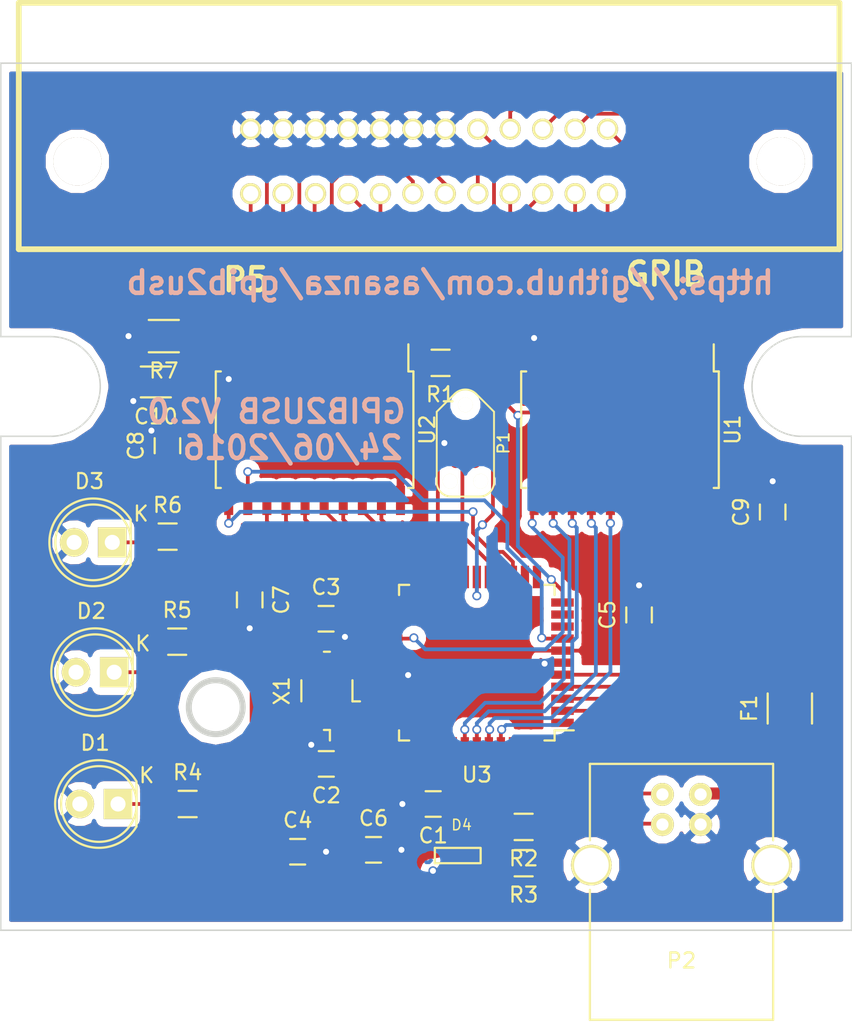
<source format=kicad_pcb>
(kicad_pcb (version 4) (host pcbnew 4.1.0-alpha+201606210816+6944~45~ubuntu16.04.1-product)

  (general
    (links 104)
    (no_connects 0)
    (area 115.591194 70.57149 172.302449 128.333458)
    (thickness 1.6)
    (drawings 135)
    (tracks 441)
    (zones 0)
    (modules 29)
    (nets 67)
  )

  (page A4)
  (title_block
    (title "GPIB to USB adapter")
    (date 2016-06-25)
    (rev 1)
    (company ADM)
  )

  (layers
    (0 F.Cu signal)
    (31 B.Cu signal)
    (32 B.Adhes user hide)
    (33 F.Adhes user hide)
    (34 B.Paste user hide)
    (35 F.Paste user hide)
    (36 B.SilkS user)
    (37 F.SilkS user)
    (38 B.Mask user hide)
    (39 F.Mask user hide)
    (40 Dwgs.User user hide)
    (41 Cmts.User user)
    (42 Eco1.User user)
    (43 Eco2.User user)
    (44 Edge.Cuts user)
    (45 Margin user hide)
    (46 B.CrtYd user hide)
    (47 F.CrtYd user hide)
    (48 B.Fab user hide)
    (49 F.Fab user)
  )

  (setup
    (last_trace_width 0.25)
    (trace_clearance 0.2)
    (zone_clearance 0.508)
    (zone_45_only no)
    (trace_min 0.2)
    (segment_width 0.4)
    (edge_width 0.4)
    (via_size 0.6)
    (via_drill 0.4)
    (via_min_size 0.4)
    (via_min_drill 0.3)
    (uvia_size 0.3)
    (uvia_drill 0.1)
    (uvias_allowed no)
    (uvia_min_size 0.2)
    (uvia_min_drill 0.1)
    (pcb_text_width 0.3)
    (pcb_text_size 1.5 1.5)
    (mod_edge_width 0.15)
    (mod_text_size 0.000001 0.000001)
    (mod_text_width 0.15)
    (pad_size 1.4 1.4)
    (pad_drill 0.6)
    (pad_to_mask_clearance 0.2)
    (aux_axis_origin 115.6335 128.27)
    (visible_elements FFFFF77F)
    (pcbplotparams
      (layerselection 0x010f0_ffffffff)
      (usegerberextensions false)
      (excludeedgelayer true)
      (linewidth 0.100000)
      (plotframeref false)
      (viasonmask false)
      (mode 1)
      (useauxorigin false)
      (hpglpennumber 1)
      (hpglpenspeed 20)
      (hpglpendiameter 15)
      (psnegative false)
      (psa4output false)
      (plotreference true)
      (plotvalue true)
      (plotinvisibletext false)
      (padsonsilk false)
      (subtractmaskfromsilk false)
      (outputformat 1)
      (mirror false)
      (drillshape 0)
      (scaleselection 1)
      (outputdirectory gerber/))
  )

  (net 0 "")
  (net 1 +5V)
  (net 2 GND)
  (net 3 "Net-(D1-Pad1)")
  (net 4 "Net-(D2-Pad1)")
  (net 5 "Net-(D3-Pad1)")
  (net 6 "/DIO1 B")
  (net 7 "/DIO2 B")
  (net 8 "/DIO3 B")
  (net 9 "/DIO4 B")
  (net 10 "/EOI B")
  (net 11 "/DAV B")
  (net 12 "/NRFD B")
  (net 13 "/NDAC B")
  (net 14 "/IFC B")
  (net 15 "/SRQ B")
  (net 16 "/ATN B")
  (net 17 "/DIO5 B")
  (net 18 "/DIO6 B")
  (net 19 "/DIO7 B")
  (net 20 "/DIO8 B")
  (net 21 "/REN B")
  (net 22 /TE)
  (net 23 /DIO1)
  (net 24 /DIO2)
  (net 25 /DIO3)
  (net 26 /DIO4)
  (net 27 /DIO5)
  (net 28 /DIO6)
  (net 29 /DIO7)
  (net 30 /DIO8)
  (net 31 /PE)
  (net 32 /REN)
  (net 33 /IFC)
  (net 34 /NDAC)
  (net 35 /NRFD)
  (net 36 /DAV)
  (net 37 /EOI)
  (net 38 /ATN)
  (net 39 /SRQ)
  (net 40 /DC)
  (net 41 /_usb+)
  (net 42 /usbpwr)
  (net 43 /_usb-)
  (net 44 /usb-)
  (net 45 /usb+)
  (net 46 /PWR)
  (net 47 /MODE)
  (net 48 /TALK)
  (net 49 /MCLR)
  (net 50 /PGD)
  (net 51 /PGC)
  (net 52 "Net-(P1-Pad6)")
  (net 53 "Net-(U3-Pad12)")
  (net 54 "Net-(U3-Pad13)")
  (net 55 "Net-(U3-Pad15)")
  (net 56 /OSCO)
  (net 57 /OSCI)
  (net 58 "Net-(U3-Pad33)")
  (net 59 "Net-(U3-Pad34)")
  (net 60 /VUSB)
  (net 61 "Net-(U3-Pad9)")
  (net 62 "Net-(U3-Pad10)")
  (net 63 "Net-(C10-Pad1)")
  (net 64 "Net-(U3-Pad1)")
  (net 65 "Net-(U3-Pad44)")
  (net 66 "Net-(U3-Pad27)")

  (net_class Default "This is the default net class."
    (clearance 0.2)
    (trace_width 0.25)
    (via_dia 0.6)
    (via_drill 0.4)
    (uvia_dia 0.3)
    (uvia_drill 0.1)
    (add_net +5V)
    (add_net /ATN)
    (add_net "/ATN B")
    (add_net /DAV)
    (add_net "/DAV B")
    (add_net /DC)
    (add_net /DIO1)
    (add_net "/DIO1 B")
    (add_net /DIO2)
    (add_net "/DIO2 B")
    (add_net /DIO3)
    (add_net "/DIO3 B")
    (add_net /DIO4)
    (add_net "/DIO4 B")
    (add_net /DIO5)
    (add_net "/DIO5 B")
    (add_net /DIO6)
    (add_net "/DIO6 B")
    (add_net /DIO7)
    (add_net "/DIO7 B")
    (add_net /DIO8)
    (add_net "/DIO8 B")
    (add_net /EOI)
    (add_net "/EOI B")
    (add_net /IFC)
    (add_net "/IFC B")
    (add_net /MCLR)
    (add_net /MODE)
    (add_net /NDAC)
    (add_net "/NDAC B")
    (add_net /NRFD)
    (add_net "/NRFD B")
    (add_net /OSCI)
    (add_net /OSCO)
    (add_net /PE)
    (add_net /PGC)
    (add_net /PGD)
    (add_net /PWR)
    (add_net /REN)
    (add_net "/REN B")
    (add_net /SRQ)
    (add_net "/SRQ B")
    (add_net /TALK)
    (add_net /TE)
    (add_net /VUSB)
    (add_net /_usb+)
    (add_net /_usb-)
    (add_net /usb+)
    (add_net /usb-)
    (add_net GND)
    (add_net "Net-(C10-Pad1)")
    (add_net "Net-(D1-Pad1)")
    (add_net "Net-(D2-Pad1)")
    (add_net "Net-(D3-Pad1)")
    (add_net "Net-(P1-Pad6)")
    (add_net "Net-(U3-Pad1)")
    (add_net "Net-(U3-Pad10)")
    (add_net "Net-(U3-Pad12)")
    (add_net "Net-(U3-Pad13)")
    (add_net "Net-(U3-Pad15)")
    (add_net "Net-(U3-Pad27)")
    (add_net "Net-(U3-Pad33)")
    (add_net "Net-(U3-Pad34)")
    (add_net "Net-(U3-Pad44)")
    (add_net "Net-(U3-Pad9)")
  )

  (net_class usbpwr ""
    (clearance 0.4)
    (trace_width 0.8)
    (via_dia 0.6)
    (via_drill 0.4)
    (uvia_dia 0.3)
    (uvia_drill 0.1)
    (add_net /usbpwr)
  )

  (module gpib_conn_male:gpib_conn_male (layer F.Cu) (tedit 4DF289AE) (tstamp 576AF26D)
    (at 144.145 77.1525 180)
    (path /4FFC7B65)
    (fp_text reference P5 (at 12.192 -7.874 180) (layer F.SilkS)
      (effects (font (thickness 0.3048)))
    )
    (fp_text value GPIB (at -15.748 -7.493 180) (layer F.SilkS)
      (effects (font (thickness 0.3048)))
    )
    (fp_line (start -27.305 10.541) (end -27.305 -5.842) (layer F.SilkS) (width 0.381))
    (fp_line (start -27.305 -5.842) (end 27.305 -5.842) (layer F.SilkS) (width 0.381))
    (fp_line (start 27.305 -5.842) (end 27.305 10.541) (layer F.SilkS) (width 0.381))
    (fp_line (start -27.305 10.541) (end 27.305 10.541) (layer F.SilkS) (width 0.381))
    (pad 6 thru_hole circle (at -1.0795 -2.1463 180) (size 1.397 1.397) (drill 1.016) (layers *.Cu *.Mask F.SilkS)
      (net 11 "/DAV B"))
    (pad 5 thru_hole circle (at -3.2385 -2.1463 180) (size 1.397 1.397) (drill 1.016) (layers *.Cu *.Mask F.SilkS)
      (net 10 "/EOI B"))
    (pad 8 thru_hole circle (at 3.2385 -2.1463 180) (size 1.397 1.397) (drill 1.016) (layers *.Cu *.Mask F.SilkS)
      (net 13 "/NDAC B"))
    (pad 7 thru_hole circle (at 1.0795 -2.1463 180) (size 1.397 1.397) (drill 1.016) (layers *.Cu *.Mask F.SilkS)
      (net 12 "/NRFD B"))
    (pad 18 thru_hole circle (at -1.0795 2.1463 180) (size 1.397 1.397) (drill 1.016) (layers *.Cu *.Mask F.SilkS)
      (net 2 GND))
    (pad 19 thru_hole circle (at 1.0795 2.1463 180) (size 1.397 1.397) (drill 1.016) (layers *.Cu *.Mask F.SilkS)
      (net 2 GND))
    (pad 20 thru_hole circle (at 3.2385 2.1463 180) (size 1.397 1.397) (drill 1.016) (layers *.Cu *.Mask F.SilkS)
      (net 2 GND))
    (pad 17 thru_hole circle (at -3.2385 2.1463 180) (size 1.397 1.397) (drill 1.016) (layers *.Cu *.Mask F.SilkS)
      (net 21 "/REN B"))
    (pad 9 thru_hole circle (at 5.3975 -2.1463 180) (size 1.397 1.397) (drill 1.016) (layers *.Cu *.Mask F.SilkS)
      (net 14 "/IFC B"))
    (pad 10 thru_hole circle (at 7.5565 -2.1463 180) (size 1.397 1.397) (drill 1.016) (layers *.Cu *.Mask F.SilkS)
      (net 15 "/SRQ B"))
    (pad 11 thru_hole circle (at 9.7155 -2.1463 180) (size 1.397 1.397) (drill 1.016) (layers *.Cu *.Mask F.SilkS)
      (net 16 "/ATN B"))
    (pad 12 thru_hole circle (at 11.8745 -2.1463 180) (size 1.397 1.397) (drill 1.016) (layers *.Cu *.Mask F.SilkS)
      (net 63 "Net-(C10-Pad1)"))
    (pad 21 thru_hole circle (at 5.3975 2.1463 180) (size 1.397 1.397) (drill 1.016) (layers *.Cu *.Mask F.SilkS)
      (net 2 GND))
    (pad 22 thru_hole circle (at 7.5565 2.1463 180) (size 1.397 1.397) (drill 1.016) (layers *.Cu *.Mask F.SilkS)
      (net 2 GND))
    (pad 23 thru_hole circle (at 9.7155 2.1463 180) (size 1.397 1.397) (drill 1.016) (layers *.Cu *.Mask F.SilkS)
      (net 2 GND))
    (pad 24 thru_hole circle (at 11.8745 2.1463 180) (size 1.397 1.397) (drill 1.016) (layers *.Cu *.Mask F.SilkS)
      (net 2 GND))
    (pad 4 thru_hole circle (at -5.3975 -2.1463 180) (size 1.397 1.397) (drill 1.016) (layers *.Cu *.Mask F.SilkS)
      (net 9 "/DIO4 B"))
    (pad 3 thru_hole circle (at -7.5565 -2.1463 180) (size 1.397 1.397) (drill 1.016) (layers *.Cu *.Mask F.SilkS)
      (net 8 "/DIO3 B"))
    (pad 2 thru_hole circle (at -9.7155 -2.1463 180) (size 1.397 1.397) (drill 1.016) (layers *.Cu *.Mask F.SilkS)
      (net 7 "/DIO2 B"))
    (pad 1 thru_hole circle (at -11.8745 -2.1463 180) (size 1.397 1.397) (drill 1.016) (layers *.Cu *.Mask F.SilkS)
      (net 6 "/DIO1 B"))
    (pad 16 thru_hole circle (at -5.3975 2.1463 180) (size 1.397 1.397) (drill 1.016) (layers *.Cu *.Mask F.SilkS)
      (net 20 "/DIO8 B"))
    (pad 15 thru_hole circle (at -7.5565 2.1463 180) (size 1.397 1.397) (drill 1.016) (layers *.Cu *.Mask F.SilkS)
      (net 19 "/DIO7 B"))
    (pad 14 thru_hole circle (at -9.7155 2.1463 180) (size 1.397 1.397) (drill 1.016) (layers *.Cu *.Mask F.SilkS)
      (net 18 "/DIO6 B"))
    (pad 13 thru_hole circle (at -11.8745 2.1463 180) (size 1.397 1.397) (drill 1.016) (layers *.Cu *.Mask F.SilkS)
      (net 17 "/DIO5 B"))
    (pad 25 thru_hole circle (at -23.4061 0 180) (size 3.2004 3.2004) (drill 3.2004) (layers *.Cu *.Mask F.SilkS))
    (pad 26 thru_hole circle (at 23.4061 0 180) (size 3.2004 3.2004) (drill 3.2004) (layers *.Cu *.Mask F.SilkS))
    (model /home/diego/Electronics/Libraries/connectors/centronix_24_female_rightangle.wrl
      (at (xyz 0 0.6 0))
      (scale (xyz 1 1 1))
      (rotate (xyz 0 0 0))
    )
  )

  (module Capacitors_SMD:C_0805 (layer F.Cu) (tedit 5415D6EA) (tstamp 55F55C90)
    (at 137.303 117.221 180)
    (descr "Capacitor SMD 0805, reflow soldering, AVX (see smccp.pdf)")
    (tags "capacitor 0805")
    (path /576B6722)
    (attr smd)
    (fp_text reference C2 (at 0 -2.1 180) (layer F.SilkS)
      (effects (font (size 1 1) (thickness 0.15)))
    )
    (fp_text value 18p (at 1.921 -2.794 -90) (layer F.Fab)
      (effects (font (size 1 1) (thickness 0.15)))
    )
    (fp_line (start -1.8 -1) (end 1.8 -1) (layer F.CrtYd) (width 0.05))
    (fp_line (start -1.8 1) (end 1.8 1) (layer F.CrtYd) (width 0.05))
    (fp_line (start -1.8 -1) (end -1.8 1) (layer F.CrtYd) (width 0.05))
    (fp_line (start 1.8 -1) (end 1.8 1) (layer F.CrtYd) (width 0.05))
    (fp_line (start 0.5 -0.85) (end -0.5 -0.85) (layer F.SilkS) (width 0.15))
    (fp_line (start -0.5 0.85) (end 0.5 0.85) (layer F.SilkS) (width 0.15))
    (pad 1 smd rect (at -1 0 180) (size 1 1.25) (layers F.Cu F.Paste F.Mask)
      (net 57 /OSCI))
    (pad 2 smd rect (at 1 0 180) (size 1 1.25) (layers F.Cu F.Paste F.Mask)
      (net 2 GND))
    (model Capacitors_SMD.3dshapes/C_0805.wrl
      (at (xyz 0 0 0))
      (scale (xyz 1 1 1))
      (rotate (xyz 0 0 0))
    )
  )

  (module Capacitors_SMD:C_0805 (layer F.Cu) (tedit 5415D6EA) (tstamp 55F55C96)
    (at 137.287 107.569)
    (descr "Capacitor SMD 0805, reflow soldering, AVX (see smccp.pdf)")
    (tags "capacitor 0805")
    (path /576B65EC)
    (attr smd)
    (fp_text reference C3 (at 0 -2.1) (layer F.SilkS)
      (effects (font (size 1 1) (thickness 0.15)))
    )
    (fp_text value 18p (at 0 2.1) (layer F.Fab)
      (effects (font (size 1 1) (thickness 0.15)))
    )
    (fp_line (start -1.8 -1) (end 1.8 -1) (layer F.CrtYd) (width 0.05))
    (fp_line (start -1.8 1) (end 1.8 1) (layer F.CrtYd) (width 0.05))
    (fp_line (start -1.8 -1) (end -1.8 1) (layer F.CrtYd) (width 0.05))
    (fp_line (start 1.8 -1) (end 1.8 1) (layer F.CrtYd) (width 0.05))
    (fp_line (start 0.5 -0.85) (end -0.5 -0.85) (layer F.SilkS) (width 0.15))
    (fp_line (start -0.5 0.85) (end 0.5 0.85) (layer F.SilkS) (width 0.15))
    (pad 1 smd rect (at -1 0) (size 1 1.25) (layers F.Cu F.Paste F.Mask)
      (net 56 /OSCO))
    (pad 2 smd rect (at 1 0) (size 1 1.25) (layers F.Cu F.Paste F.Mask)
      (net 2 GND))
    (model Capacitors_SMD.3dshapes/C_0805.wrl
      (at (xyz 0 0 0))
      (scale (xyz 1 1 1))
      (rotate (xyz 0 0 0))
    )
  )

  (module Capacitors_SMD:C_0805 (layer F.Cu) (tedit 5415D6EA) (tstamp 55F55CAE)
    (at 132.207 106.315 270)
    (descr "Capacitor SMD 0805, reflow soldering, AVX (see smccp.pdf)")
    (tags "capacitor 0805")
    (path /500128D8)
    (attr smd)
    (fp_text reference C7 (at 0 -2.1 270) (layer F.SilkS)
      (effects (font (size 1 1) (thickness 0.15)))
    )
    (fp_text value 100n (at 0 2.1 270) (layer F.Fab)
      (effects (font (size 1 1) (thickness 0.15)))
    )
    (fp_line (start -1.8 -1) (end 1.8 -1) (layer F.CrtYd) (width 0.05))
    (fp_line (start -1.8 1) (end 1.8 1) (layer F.CrtYd) (width 0.05))
    (fp_line (start -1.8 -1) (end -1.8 1) (layer F.CrtYd) (width 0.05))
    (fp_line (start 1.8 -1) (end 1.8 1) (layer F.CrtYd) (width 0.05))
    (fp_line (start 0.5 -0.85) (end -0.5 -0.85) (layer F.SilkS) (width 0.15))
    (fp_line (start -0.5 0.85) (end 0.5 0.85) (layer F.SilkS) (width 0.15))
    (pad 1 smd rect (at -1 0 270) (size 1 1.25) (layers F.Cu F.Paste F.Mask)
      (net 1 +5V))
    (pad 2 smd rect (at 1 0 270) (size 1 1.25) (layers F.Cu F.Paste F.Mask)
      (net 2 GND))
    (model Capacitors_SMD.3dshapes/C_0805.wrl
      (at (xyz 0 0 0))
      (scale (xyz 1 1 1))
      (rotate (xyz 0 0 0))
    )
  )

  (module Capacitors_SMD:C_0805 (layer F.Cu) (tedit 5415D6EA) (tstamp 55F55CB4)
    (at 126.7333 96.0628 90)
    (descr "Capacitor SMD 0805, reflow soldering, AVX (see smccp.pdf)")
    (tags "capacitor 0805")
    (path /50012ADD)
    (attr smd)
    (fp_text reference C8 (at 0 -2.1 90) (layer F.SilkS)
      (effects (font (size 1 1) (thickness 0.15)))
    )
    (fp_text value 100n (at 0 2.1 90) (layer F.Fab)
      (effects (font (size 1 1) (thickness 0.15)))
    )
    (fp_line (start -1.8 -1) (end 1.8 -1) (layer F.CrtYd) (width 0.05))
    (fp_line (start -1.8 1) (end 1.8 1) (layer F.CrtYd) (width 0.05))
    (fp_line (start -1.8 -1) (end -1.8 1) (layer F.CrtYd) (width 0.05))
    (fp_line (start 1.8 -1) (end 1.8 1) (layer F.CrtYd) (width 0.05))
    (fp_line (start 0.5 -0.85) (end -0.5 -0.85) (layer F.SilkS) (width 0.15))
    (fp_line (start -0.5 0.85) (end 0.5 0.85) (layer F.SilkS) (width 0.15))
    (pad 1 smd rect (at -1 0 90) (size 1 1.25) (layers F.Cu F.Paste F.Mask)
      (net 1 +5V))
    (pad 2 smd rect (at 1 0 90) (size 1 1.25) (layers F.Cu F.Paste F.Mask)
      (net 2 GND))
    (model Capacitors_SMD.3dshapes/C_0805.wrl
      (at (xyz 0 0 0))
      (scale (xyz 1 1 1))
      (rotate (xyz 0 0 0))
    )
  )

  (module Resistors_SMD:R_0805 (layer F.Cu) (tedit 5415CDEB) (tstamp 55F55D10)
    (at 144.907 90.551 180)
    (descr "Resistor SMD 0805, reflow soldering, Vishay (see dcrcw.pdf)")
    (tags "resistor 0805")
    (path /576B88F4)
    (attr smd)
    (fp_text reference R1 (at 0 -2.1 180) (layer F.SilkS)
      (effects (font (size 1 1) (thickness 0.15)))
    )
    (fp_text value R (at 0 2.1 180) (layer F.Fab)
      (effects (font (size 1 1) (thickness 0.15)))
    )
    (fp_line (start -1.6 -1) (end 1.6 -1) (layer F.CrtYd) (width 0.05))
    (fp_line (start -1.6 1) (end 1.6 1) (layer F.CrtYd) (width 0.05))
    (fp_line (start -1.6 -1) (end -1.6 1) (layer F.CrtYd) (width 0.05))
    (fp_line (start 1.6 -1) (end 1.6 1) (layer F.CrtYd) (width 0.05))
    (fp_line (start 0.6 0.875) (end -0.6 0.875) (layer F.SilkS) (width 0.15))
    (fp_line (start -0.6 -0.875) (end 0.6 -0.875) (layer F.SilkS) (width 0.15))
    (pad 1 smd rect (at -0.95 0 180) (size 0.7 1.3) (layers F.Cu F.Paste F.Mask)
      (net 1 +5V))
    (pad 2 smd rect (at 0.95 0 180) (size 0.7 1.3) (layers F.Cu F.Paste F.Mask)
      (net 49 /MCLR))
    (model Resistors_SMD.3dshapes/R_0805.wrl
      (at (xyz 0 0 0))
      (scale (xyz 1 1 1))
      (rotate (xyz 0 0 0))
    )
  )

  (module Resistors_SMD:R_0805 (layer F.Cu) (tedit 5415CDEB) (tstamp 55F55D16)
    (at 150.434 121.412 180)
    (descr "Resistor SMD 0805, reflow soldering, Vishay (see dcrcw.pdf)")
    (tags "resistor 0805")
    (path /5001753E)
    (attr smd)
    (fp_text reference R2 (at 0 -2.1 180) (layer F.SilkS)
      (effects (font (size 1 1) (thickness 0.15)))
    )
    (fp_text value 22 (at 0 2.1 180) (layer F.Fab)
      (effects (font (size 1 1) (thickness 0.15)))
    )
    (fp_line (start -1.6 -1) (end 1.6 -1) (layer F.CrtYd) (width 0.05))
    (fp_line (start -1.6 1) (end 1.6 1) (layer F.CrtYd) (width 0.05))
    (fp_line (start -1.6 -1) (end -1.6 1) (layer F.CrtYd) (width 0.05))
    (fp_line (start 1.6 -1) (end 1.6 1) (layer F.CrtYd) (width 0.05))
    (fp_line (start 0.6 0.875) (end -0.6 0.875) (layer F.SilkS) (width 0.15))
    (fp_line (start -0.6 -0.875) (end 0.6 -0.875) (layer F.SilkS) (width 0.15))
    (pad 1 smd rect (at -0.95 0 180) (size 0.7 1.3) (layers F.Cu F.Paste F.Mask)
      (net 43 /_usb-))
    (pad 2 smd rect (at 0.95 0 180) (size 0.7 1.3) (layers F.Cu F.Paste F.Mask)
      (net 44 /usb-))
    (model Resistors_SMD.3dshapes/R_0805.wrl
      (at (xyz 0 0 0))
      (scale (xyz 1 1 1))
      (rotate (xyz 0 0 0))
    )
  )

  (module Resistors_SMD:R_0805 (layer F.Cu) (tedit 5415CDEB) (tstamp 55F55D1C)
    (at 150.434 123.825 180)
    (descr "Resistor SMD 0805, reflow soldering, Vishay (see dcrcw.pdf)")
    (tags "resistor 0805")
    (path /50017550)
    (attr smd)
    (fp_text reference R3 (at 0 -2.1 180) (layer F.SilkS)
      (effects (font (size 1 1) (thickness 0.15)))
    )
    (fp_text value 22 (at 0 2.1 180) (layer F.Fab)
      (effects (font (size 1 1) (thickness 0.15)))
    )
    (fp_line (start -1.6 -1) (end 1.6 -1) (layer F.CrtYd) (width 0.05))
    (fp_line (start -1.6 1) (end 1.6 1) (layer F.CrtYd) (width 0.05))
    (fp_line (start -1.6 -1) (end -1.6 1) (layer F.CrtYd) (width 0.05))
    (fp_line (start 1.6 -1) (end 1.6 1) (layer F.CrtYd) (width 0.05))
    (fp_line (start 0.6 0.875) (end -0.6 0.875) (layer F.SilkS) (width 0.15))
    (fp_line (start -0.6 -0.875) (end 0.6 -0.875) (layer F.SilkS) (width 0.15))
    (pad 1 smd rect (at -0.95 0 180) (size 0.7 1.3) (layers F.Cu F.Paste F.Mask)
      (net 41 /_usb+))
    (pad 2 smd rect (at 0.95 0 180) (size 0.7 1.3) (layers F.Cu F.Paste F.Mask)
      (net 45 /usb+))
    (model Resistors_SMD.3dshapes/R_0805.wrl
      (at (xyz 0 0 0))
      (scale (xyz 1 1 1))
      (rotate (xyz 0 0 0))
    )
  )

  (module Resistors_SMD:R_0805 (layer F.Cu) (tedit 5415CDEB) (tstamp 55F55D22)
    (at 128.077 119.888)
    (descr "Resistor SMD 0805, reflow soldering, Vishay (see dcrcw.pdf)")
    (tags "resistor 0805")
    (path /576BC165)
    (attr smd)
    (fp_text reference R4 (at 0 -2.1) (layer F.SilkS)
      (effects (font (size 1 1) (thickness 0.15)))
    )
    (fp_text value 470 (at 0 2.1) (layer F.Fab)
      (effects (font (size 1 1) (thickness 0.15)))
    )
    (fp_line (start -1.6 -1) (end 1.6 -1) (layer F.CrtYd) (width 0.05))
    (fp_line (start -1.6 1) (end 1.6 1) (layer F.CrtYd) (width 0.05))
    (fp_line (start -1.6 -1) (end -1.6 1) (layer F.CrtYd) (width 0.05))
    (fp_line (start 1.6 -1) (end 1.6 1) (layer F.CrtYd) (width 0.05))
    (fp_line (start 0.6 0.875) (end -0.6 0.875) (layer F.SilkS) (width 0.15))
    (fp_line (start -0.6 -0.875) (end 0.6 -0.875) (layer F.SilkS) (width 0.15))
    (pad 1 smd rect (at -0.95 0) (size 0.7 1.3) (layers F.Cu F.Paste F.Mask)
      (net 3 "Net-(D1-Pad1)"))
    (pad 2 smd rect (at 0.95 0) (size 0.7 1.3) (layers F.Cu F.Paste F.Mask)
      (net 48 /TALK))
    (model Resistors_SMD.3dshapes/R_0805.wrl
      (at (xyz 0 0 0))
      (scale (xyz 1 1 1))
      (rotate (xyz 0 0 0))
    )
  )

  (module Resistors_SMD:R_0805 (layer F.Cu) (tedit 5415CDEB) (tstamp 55F55D28)
    (at 127.381 109.093)
    (descr "Resistor SMD 0805, reflow soldering, Vishay (see dcrcw.pdf)")
    (tags "resistor 0805")
    (path /576BC1E9)
    (attr smd)
    (fp_text reference R5 (at 0 -2.1) (layer F.SilkS)
      (effects (font (size 1 1) (thickness 0.15)))
    )
    (fp_text value 470 (at 0 2.1) (layer F.Fab)
      (effects (font (size 1 1) (thickness 0.15)))
    )
    (fp_line (start -1.6 -1) (end 1.6 -1) (layer F.CrtYd) (width 0.05))
    (fp_line (start -1.6 1) (end 1.6 1) (layer F.CrtYd) (width 0.05))
    (fp_line (start -1.6 -1) (end -1.6 1) (layer F.CrtYd) (width 0.05))
    (fp_line (start 1.6 -1) (end 1.6 1) (layer F.CrtYd) (width 0.05))
    (fp_line (start 0.6 0.875) (end -0.6 0.875) (layer F.SilkS) (width 0.15))
    (fp_line (start -0.6 -0.875) (end 0.6 -0.875) (layer F.SilkS) (width 0.15))
    (pad 1 smd rect (at -0.95 0) (size 0.7 1.3) (layers F.Cu F.Paste F.Mask)
      (net 4 "Net-(D2-Pad1)"))
    (pad 2 smd rect (at 0.95 0) (size 0.7 1.3) (layers F.Cu F.Paste F.Mask)
      (net 47 /MODE))
    (model Resistors_SMD.3dshapes/R_0805.wrl
      (at (xyz 0 0 0))
      (scale (xyz 1 1 1))
      (rotate (xyz 0 0 0))
    )
  )

  (module Housings_SOIC:SOIC-20_7.5x12.8mm_Pitch1.27mm (layer F.Cu) (tedit 54130A77) (tstamp 55F57CD9)
    (at 156.845 94.996 270)
    (descr "20-Lead Plastic Small Outline (SO) - Wide, 7.50 mm Body [SOIC] (see Microchip Packaging Specification 00000049BS.pdf)")
    (tags "SOIC 1.27")
    (path /500128B2)
    (attr smd)
    (fp_text reference U1 (at 0 -7.5 270) (layer F.SilkS)
      (effects (font (size 1 1) (thickness 0.15)))
    )
    (fp_text value SN75160 (at 0 7.5 270) (layer F.Fab)
      (effects (font (size 1 1) (thickness 0.15)))
    )
    (fp_line (start -5.95 -6.75) (end -5.95 6.75) (layer F.CrtYd) (width 0.05))
    (fp_line (start 5.95 -6.75) (end 5.95 6.75) (layer F.CrtYd) (width 0.05))
    (fp_line (start -5.95 -6.75) (end 5.95 -6.75) (layer F.CrtYd) (width 0.05))
    (fp_line (start -5.95 6.75) (end 5.95 6.75) (layer F.CrtYd) (width 0.05))
    (fp_line (start -3.875 -6.575) (end -3.875 -6.24) (layer F.SilkS) (width 0.15))
    (fp_line (start 3.875 -6.575) (end 3.875 -6.24) (layer F.SilkS) (width 0.15))
    (fp_line (start 3.875 6.575) (end 3.875 6.24) (layer F.SilkS) (width 0.15))
    (fp_line (start -3.875 6.575) (end -3.875 6.24) (layer F.SilkS) (width 0.15))
    (fp_line (start -3.875 -6.575) (end 3.875 -6.575) (layer F.SilkS) (width 0.15))
    (fp_line (start -3.875 6.575) (end 3.875 6.575) (layer F.SilkS) (width 0.15))
    (fp_line (start -3.875 -6.24) (end -5.675 -6.24) (layer F.SilkS) (width 0.15))
    (pad 1 smd rect (at -4.7 -5.715 270) (size 1.95 0.6) (layers F.Cu F.Paste F.Mask)
      (net 22 /TE))
    (pad 2 smd rect (at -4.7 -4.445 270) (size 1.95 0.6) (layers F.Cu F.Paste F.Mask)
      (net 20 "/DIO8 B"))
    (pad 3 smd rect (at -4.7 -3.175 270) (size 1.95 0.6) (layers F.Cu F.Paste F.Mask)
      (net 19 "/DIO7 B"))
    (pad 4 smd rect (at -4.7 -1.905 270) (size 1.95 0.6) (layers F.Cu F.Paste F.Mask)
      (net 18 "/DIO6 B"))
    (pad 5 smd rect (at -4.7 -0.635 270) (size 1.95 0.6) (layers F.Cu F.Paste F.Mask)
      (net 17 "/DIO5 B"))
    (pad 6 smd rect (at -4.7 0.635 270) (size 1.95 0.6) (layers F.Cu F.Paste F.Mask)
      (net 9 "/DIO4 B"))
    (pad 7 smd rect (at -4.7 1.905 270) (size 1.95 0.6) (layers F.Cu F.Paste F.Mask)
      (net 8 "/DIO3 B"))
    (pad 8 smd rect (at -4.7 3.175 270) (size 1.95 0.6) (layers F.Cu F.Paste F.Mask)
      (net 7 "/DIO2 B"))
    (pad 9 smd rect (at -4.7 4.445 270) (size 1.95 0.6) (layers F.Cu F.Paste F.Mask)
      (net 6 "/DIO1 B"))
    (pad 10 smd rect (at -4.7 5.715 270) (size 1.95 0.6) (layers F.Cu F.Paste F.Mask)
      (net 2 GND))
    (pad 11 smd rect (at 4.7 5.715 270) (size 1.95 0.6) (layers F.Cu F.Paste F.Mask)
      (net 31 /PE))
    (pad 12 smd rect (at 4.7 4.445 270) (size 1.95 0.6) (layers F.Cu F.Paste F.Mask)
      (net 23 /DIO1))
    (pad 13 smd rect (at 4.7 3.175 270) (size 1.95 0.6) (layers F.Cu F.Paste F.Mask)
      (net 24 /DIO2))
    (pad 14 smd rect (at 4.7 1.905 270) (size 1.95 0.6) (layers F.Cu F.Paste F.Mask)
      (net 25 /DIO3))
    (pad 15 smd rect (at 4.7 0.635 270) (size 1.95 0.6) (layers F.Cu F.Paste F.Mask)
      (net 26 /DIO4))
    (pad 16 smd rect (at 4.7 -0.635 270) (size 1.95 0.6) (layers F.Cu F.Paste F.Mask)
      (net 27 /DIO5))
    (pad 17 smd rect (at 4.7 -1.905 270) (size 1.95 0.6) (layers F.Cu F.Paste F.Mask)
      (net 28 /DIO6))
    (pad 18 smd rect (at 4.7 -3.175 270) (size 1.95 0.6) (layers F.Cu F.Paste F.Mask)
      (net 29 /DIO7))
    (pad 19 smd rect (at 4.7 -4.445 270) (size 1.95 0.6) (layers F.Cu F.Paste F.Mask)
      (net 30 /DIO8))
    (pad 20 smd rect (at 4.7 -5.715 270) (size 1.95 0.6) (layers F.Cu F.Paste F.Mask)
      (net 1 +5V))
    (model Housings_SOIC.3dshapes/SOIC-20_7.5x12.8mm_Pitch1.27mm.wrl
      (at (xyz 0 0 0))
      (scale (xyz 1 1 1))
      (rotate (xyz 0 0 0))
    )
  )

  (module Housings_SOIC:SOIC-20_7.5x12.8mm_Pitch1.27mm (layer F.Cu) (tedit 54130A77) (tstamp 55F57CF0)
    (at 136.525 94.996 270)
    (descr "20-Lead Plastic Small Outline (SO) - Wide, 7.50 mm Body [SOIC] (see Microchip Packaging Specification 00000049BS.pdf)")
    (tags "SOIC 1.27")
    (path /500128C1)
    (attr smd)
    (fp_text reference U2 (at 0 -7.5 270) (layer F.SilkS)
      (effects (font (size 1 1) (thickness 0.15)))
    )
    (fp_text value SN75161 (at 0 7.5 270) (layer F.Fab)
      (effects (font (size 1 1) (thickness 0.15)))
    )
    (fp_line (start -5.95 -6.75) (end -5.95 6.75) (layer F.CrtYd) (width 0.05))
    (fp_line (start 5.95 -6.75) (end 5.95 6.75) (layer F.CrtYd) (width 0.05))
    (fp_line (start -5.95 -6.75) (end 5.95 -6.75) (layer F.CrtYd) (width 0.05))
    (fp_line (start -5.95 6.75) (end 5.95 6.75) (layer F.CrtYd) (width 0.05))
    (fp_line (start -3.875 -6.575) (end -3.875 -6.24) (layer F.SilkS) (width 0.15))
    (fp_line (start 3.875 -6.575) (end 3.875 -6.24) (layer F.SilkS) (width 0.15))
    (fp_line (start 3.875 6.575) (end 3.875 6.24) (layer F.SilkS) (width 0.15))
    (fp_line (start -3.875 6.575) (end -3.875 6.24) (layer F.SilkS) (width 0.15))
    (fp_line (start -3.875 -6.575) (end 3.875 -6.575) (layer F.SilkS) (width 0.15))
    (fp_line (start -3.875 6.575) (end 3.875 6.575) (layer F.SilkS) (width 0.15))
    (fp_line (start -3.875 -6.24) (end -5.675 -6.24) (layer F.SilkS) (width 0.15))
    (pad 1 smd rect (at -4.7 -5.715 270) (size 1.95 0.6) (layers F.Cu F.Paste F.Mask)
      (net 22 /TE))
    (pad 2 smd rect (at -4.7 -4.445 270) (size 1.95 0.6) (layers F.Cu F.Paste F.Mask)
      (net 21 "/REN B"))
    (pad 3 smd rect (at -4.7 -3.175 270) (size 1.95 0.6) (layers F.Cu F.Paste F.Mask)
      (net 14 "/IFC B"))
    (pad 4 smd rect (at -4.7 -1.905 270) (size 1.95 0.6) (layers F.Cu F.Paste F.Mask)
      (net 13 "/NDAC B"))
    (pad 5 smd rect (at -4.7 -0.635 270) (size 1.95 0.6) (layers F.Cu F.Paste F.Mask)
      (net 12 "/NRFD B"))
    (pad 6 smd rect (at -4.7 0.635 270) (size 1.95 0.6) (layers F.Cu F.Paste F.Mask)
      (net 11 "/DAV B"))
    (pad 7 smd rect (at -4.7 1.905 270) (size 1.95 0.6) (layers F.Cu F.Paste F.Mask)
      (net 10 "/EOI B"))
    (pad 8 smd rect (at -4.7 3.175 270) (size 1.95 0.6) (layers F.Cu F.Paste F.Mask)
      (net 16 "/ATN B"))
    (pad 9 smd rect (at -4.7 4.445 270) (size 1.95 0.6) (layers F.Cu F.Paste F.Mask)
      (net 15 "/SRQ B"))
    (pad 10 smd rect (at -4.7 5.715 270) (size 1.95 0.6) (layers F.Cu F.Paste F.Mask)
      (net 2 GND))
    (pad 11 smd rect (at 4.7 5.715 270) (size 1.95 0.6) (layers F.Cu F.Paste F.Mask)
      (net 40 /DC))
    (pad 12 smd rect (at 4.7 4.445 270) (size 1.95 0.6) (layers F.Cu F.Paste F.Mask)
      (net 39 /SRQ))
    (pad 13 smd rect (at 4.7 3.175 270) (size 1.95 0.6) (layers F.Cu F.Paste F.Mask)
      (net 38 /ATN))
    (pad 14 smd rect (at 4.7 1.905 270) (size 1.95 0.6) (layers F.Cu F.Paste F.Mask)
      (net 37 /EOI))
    (pad 15 smd rect (at 4.7 0.635 270) (size 1.95 0.6) (layers F.Cu F.Paste F.Mask)
      (net 36 /DAV))
    (pad 16 smd rect (at 4.7 -0.635 270) (size 1.95 0.6) (layers F.Cu F.Paste F.Mask)
      (net 35 /NRFD))
    (pad 17 smd rect (at 4.7 -1.905 270) (size 1.95 0.6) (layers F.Cu F.Paste F.Mask)
      (net 34 /NDAC))
    (pad 18 smd rect (at 4.7 -3.175 270) (size 1.95 0.6) (layers F.Cu F.Paste F.Mask)
      (net 33 /IFC))
    (pad 19 smd rect (at 4.7 -4.445 270) (size 1.95 0.6) (layers F.Cu F.Paste F.Mask)
      (net 32 /REN))
    (pad 20 smd rect (at 4.7 -5.715 270) (size 1.95 0.6) (layers F.Cu F.Paste F.Mask)
      (net 1 +5V))
    (model Housings_SOIC.3dshapes/SOIC-20_7.5x12.8mm_Pitch1.27mm.wrl
      (at (xyz 0 0 0))
      (scale (xyz 1 1 1))
      (rotate (xyz 0 0 0))
    )
  )

  (module tagconnect:TC2030-NL_SMALL (layer F.Cu) (tedit 4FBCCECC) (tstamp 576AF254)
    (at 146.558 95.885 270)
    (descr "Tag-Connect TC2030-NL footprint by carloscuev@gmail.com")
    (tags "Tag-Connect TC2030-NL")
    (path /576B7A3E)
    (clearance 0.127)
    (attr virtual)
    (fp_text reference P1 (at 0 -2.54 270) (layer F.SilkS)
      (effects (font (size 0.75692 0.75692) (thickness 0.127)))
    )
    (fp_text value TC2030-MCP (at 0 2.667 270) (layer F.SilkS) hide
      (effects (font (size 0.75692 0.75692) (thickness 0.127)))
    )
    (fp_line (start 2.6035 1.905) (end -2.0828 1.905) (layer F.SilkS) (width 0.127))
    (fp_line (start 2.6035 -1.905) (end -2.0828 -1.905) (layer F.SilkS) (width 0.127))
    (fp_line (start -3.2639 0.7239) (end -2.0828 1.905) (layer F.SilkS) (width 0.127))
    (fp_line (start -3.2639 -0.7239) (end -2.0828 -1.905) (layer F.SilkS) (width 0.127))
    (fp_arc (start -2.54 0) (end -3.2639 0.7239) (angle 90) (layer F.SilkS) (width 0.127))
    (fp_line (start 3.556 -0.9525) (end 3.556 0.9525) (layer F.SilkS) (width 0.127))
    (fp_arc (start 2.6035 0.9525) (end 3.556 0.9525) (angle 90) (layer F.SilkS) (width 0.127))
    (fp_arc (start 2.6035 -0.9525) (end 2.6035 -1.905) (angle 90) (layer F.SilkS) (width 0.127))
    (pad 1 connect circle (at -1.27 0.635 270) (size 0.78486 0.78486) (layers F.Cu F.Mask)
      (net 49 /MCLR))
    (pad 2 connect circle (at -1.27 -0.635 270) (size 0.78486 0.78486) (layers F.Cu F.Mask)
      (net 1 +5V))
    (pad 3 connect circle (at 0 0.635 270) (size 0.78486 0.78486) (layers F.Cu F.Mask)
      (net 2 GND))
    (pad 4 connect circle (at 0 -0.635 270) (size 0.78486 0.78486) (layers F.Cu F.Mask)
      (net 50 /PGD))
    (pad 5 connect circle (at 1.27 0.635 270) (size 0.78486 0.78486) (layers F.Cu F.Mask)
      (net 51 /PGC))
    (pad 6 connect circle (at 1.27 -0.635 270) (size 0.78486 0.78486) (layers F.Cu F.Mask)
      (net 52 "Net-(P1-Pad6)"))
    (pad "" np_thru_hole circle (at -2.54 0 270) (size 0.98806 0.98806) (drill 0.98806) (layers *.Cu *.Mask F.SilkS))
    (pad "" np_thru_hole circle (at 2.54 -1.016 270) (size 0.98552 0.98552) (drill 0.98552) (layers *.Cu *.Mask F.SilkS))
    (pad "" np_thru_hole circle (at 2.54 1.016 270) (size 0.98552 0.98552) (drill 0.98552) (layers *.Cu *.Mask F.SilkS))
  )

  (module esd_protection:PRTR5V0U2X (layer F.Cu) (tedit 54EBF4D1) (tstamp 576AF2CB)
    (at 146.05 123.317)
    (path /576B9884)
    (fp_text reference D4 (at 0.254 -2.032) (layer F.SilkS)
      (effects (font (size 0.7 0.7) (thickness 0.1)))
    )
    (fp_text value PRTR5V0U2X (at 0 -1.27) (layer F.SilkS) hide
      (effects (font (size 0.7 0.7) (thickness 0.1)))
    )
    (fp_line (start -1.524 -0.508) (end -1.524 0.508) (layer F.SilkS) (width 0.15))
    (fp_line (start 1.524 -0.508) (end 1.524 0.508) (layer F.SilkS) (width 0.15))
    (fp_line (start -1.524 0.508) (end 1.476 0.508) (layer F.SilkS) (width 0.15))
    (fp_line (start -1.524 -0.508) (end 1.476 -0.508) (layer F.SilkS) (width 0.15))
    (pad 1 smd rect (at -0.75 0.95) (size 1 0.6) (layers F.Cu F.Paste F.Mask)
      (net 2 GND))
    (pad 2 smd rect (at 0.95 0.95) (size 0.6 0.6) (layers F.Cu F.Paste F.Mask)
      (net 45 /usb+))
    (pad 3 smd rect (at 0.95 -0.95) (size 0.6 0.6) (layers F.Cu F.Paste F.Mask)
      (net 44 /usb-))
    (pad 4 smd rect (at -0.95 -0.95) (size 0.6 0.6) (layers F.Cu F.Paste F.Mask)
      (net 1 +5V))
  )

  (module Resistors_SMD:R_1210 (layer F.Cu) (tedit 5415D182) (tstamp 576AF2DF)
    (at 168.148 113.538 90)
    (descr "Resistor SMD 1210, reflow soldering, Vishay (see dcrcw.pdf)")
    (tags "resistor 1210")
    (path /576B5A2D)
    (attr smd)
    (fp_text reference F1 (at 0 -2.7 90) (layer F.SilkS)
      (effects (font (size 1 1) (thickness 0.15)))
    )
    (fp_text value F_Small (at 0 2.7 90) (layer F.Fab)
      (effects (font (size 1 1) (thickness 0.15)))
    )
    (fp_line (start -2.2 -1.6) (end 2.2 -1.6) (layer F.CrtYd) (width 0.05))
    (fp_line (start -2.2 1.6) (end 2.2 1.6) (layer F.CrtYd) (width 0.05))
    (fp_line (start -2.2 -1.6) (end -2.2 1.6) (layer F.CrtYd) (width 0.05))
    (fp_line (start 2.2 -1.6) (end 2.2 1.6) (layer F.CrtYd) (width 0.05))
    (fp_line (start 1 1.475) (end -1 1.475) (layer F.SilkS) (width 0.15))
    (fp_line (start -1 -1.475) (end 1 -1.475) (layer F.SilkS) (width 0.15))
    (pad 1 smd rect (at -1.45 0 90) (size 0.9 2.5) (layers F.Cu F.Paste F.Mask)
      (net 42 /usbpwr))
    (pad 2 smd rect (at 1.45 0 90) (size 0.9 2.5) (layers F.Cu F.Paste F.Mask)
      (net 1 +5V))
    (model Resistors_SMD.3dshapes/R_1210.wrl
      (at (xyz 0 0 0))
      (scale (xyz 1 1 1))
      (rotate (xyz 0 0 0))
    )
  )

  (module Resistors_SMD:R_0805 (layer F.Cu) (tedit 5415CDEB) (tstamp 576AF358)
    (at 126.746 102.108)
    (descr "Resistor SMD 0805, reflow soldering, Vishay (see dcrcw.pdf)")
    (tags "resistor 0805")
    (path /576BC25C)
    (attr smd)
    (fp_text reference R6 (at 0 -2.1) (layer F.SilkS)
      (effects (font (size 1 1) (thickness 0.15)))
    )
    (fp_text value 470 (at 0 2.1) (layer F.Fab)
      (effects (font (size 1 1) (thickness 0.15)))
    )
    (fp_line (start -1.6 -1) (end 1.6 -1) (layer F.CrtYd) (width 0.05))
    (fp_line (start -1.6 1) (end 1.6 1) (layer F.CrtYd) (width 0.05))
    (fp_line (start -1.6 -1) (end -1.6 1) (layer F.CrtYd) (width 0.05))
    (fp_line (start 1.6 -1) (end 1.6 1) (layer F.CrtYd) (width 0.05))
    (fp_line (start 0.6 0.875) (end -0.6 0.875) (layer F.SilkS) (width 0.15))
    (fp_line (start -0.6 -0.875) (end 0.6 -0.875) (layer F.SilkS) (width 0.15))
    (pad 1 smd rect (at -0.95 0) (size 0.7 1.3) (layers F.Cu F.Paste F.Mask)
      (net 5 "Net-(D3-Pad1)"))
    (pad 2 smd rect (at 0.95 0) (size 0.7 1.3) (layers F.Cu F.Paste F.Mask)
      (net 46 /PWR))
    (model Resistors_SMD.3dshapes/R_0805.wrl
      (at (xyz 0 0 0))
      (scale (xyz 1 1 1))
      (rotate (xyz 0 0 0))
    )
  )

  (module LEDs:LED-5MM (layer F.Cu) (tedit 5570F7EA) (tstamp 576AF367)
    (at 123.063 102.489 180)
    (descr "LED 5mm round vertical")
    (tags "LED 5mm round vertical")
    (path /55F56827)
    (fp_text reference D3 (at 1.524 4.064 180) (layer F.SilkS)
      (effects (font (size 1 1) (thickness 0.15)))
    )
    (fp_text value PWR (at 1.524 -3.937 180) (layer F.Fab)
      (effects (font (size 1 1) (thickness 0.15)))
    )
    (fp_line (start -1.5 -1.55) (end -1.5 1.55) (layer F.CrtYd) (width 0.05))
    (fp_arc (start 1.3 0) (end -1.5 1.55) (angle -302) (layer F.CrtYd) (width 0.05))
    (fp_arc (start 1.27 0) (end -1.23 -1.5) (angle 297.5) (layer F.SilkS) (width 0.15))
    (fp_line (start -1.23 1.5) (end -1.23 -1.5) (layer F.SilkS) (width 0.15))
    (fp_circle (center 1.27 0) (end 0.97 -2.5) (layer F.SilkS) (width 0.15))
    (fp_text user K (at -1.905 1.905 180) (layer F.SilkS)
      (effects (font (size 1 1) (thickness 0.15)))
    )
    (pad 1 thru_hole rect (at 0 0 270) (size 2 1.9) (drill 1.00076) (layers *.Cu *.Mask F.SilkS)
      (net 5 "Net-(D3-Pad1)"))
    (pad 2 thru_hole circle (at 2.54 0 180) (size 1.9 1.9) (drill 1.00076) (layers *.Cu *.Mask F.SilkS)
      (net 2 GND))
    (model LEDs.3dshapes/LED-5MM.wrl
      (at (xyz 0.05 0 0))
      (scale (xyz 1 1 1))
      (rotate (xyz 0 0 90))
    )
  )

  (module LEDs:LED-5MM (layer F.Cu) (tedit 5570F7EA) (tstamp 576AF376)
    (at 123.444 119.888 180)
    (descr "LED 5mm round vertical")
    (tags "LED 5mm round vertical")
    (path /55F5642A)
    (fp_text reference D1 (at 1.524 4.064 180) (layer F.SilkS)
      (effects (font (size 1 1) (thickness 0.15)))
    )
    (fp_text value PWR (at 1.524 -3.937 180) (layer F.Fab)
      (effects (font (size 1 1) (thickness 0.15)))
    )
    (fp_line (start -1.5 -1.55) (end -1.5 1.55) (layer F.CrtYd) (width 0.05))
    (fp_arc (start 1.3 0) (end -1.5 1.55) (angle -302) (layer F.CrtYd) (width 0.05))
    (fp_arc (start 1.27 0) (end -1.23 -1.5) (angle 297.5) (layer F.SilkS) (width 0.15))
    (fp_line (start -1.23 1.5) (end -1.23 -1.5) (layer F.SilkS) (width 0.15))
    (fp_circle (center 1.27 0) (end 0.97 -2.5) (layer F.SilkS) (width 0.15))
    (fp_text user K (at -1.905 1.905 180) (layer F.SilkS)
      (effects (font (size 1 1) (thickness 0.15)))
    )
    (pad 1 thru_hole rect (at 0 0 270) (size 2 1.9) (drill 1.00076) (layers *.Cu *.Mask F.SilkS)
      (net 3 "Net-(D1-Pad1)"))
    (pad 2 thru_hole circle (at 2.54 0 180) (size 1.9 1.9) (drill 1.00076) (layers *.Cu *.Mask F.SilkS)
      (net 2 GND))
    (model LEDs.3dshapes/LED-5MM.wrl
      (at (xyz 0.05 0 0))
      (scale (xyz 1 1 1))
      (rotate (xyz 0 0 90))
    )
  )

  (module LEDs:LED-5MM (layer F.Cu) (tedit 5570F7EA) (tstamp 576AF385)
    (at 123.19 111.125 180)
    (descr "LED 5mm round vertical")
    (tags "LED 5mm round vertical")
    (path /55F567B1)
    (fp_text reference D2 (at 1.524 4.064 180) (layer F.SilkS)
      (effects (font (size 1 1) (thickness 0.15)))
    )
    (fp_text value PWR (at 1.524 -3.937 180) (layer F.Fab)
      (effects (font (size 1 1) (thickness 0.15)))
    )
    (fp_line (start -1.5 -1.55) (end -1.5 1.55) (layer F.CrtYd) (width 0.05))
    (fp_arc (start 1.3 0) (end -1.5 1.55) (angle -302) (layer F.CrtYd) (width 0.05))
    (fp_arc (start 1.27 0) (end -1.23 -1.5) (angle 297.5) (layer F.SilkS) (width 0.15))
    (fp_line (start -1.23 1.5) (end -1.23 -1.5) (layer F.SilkS) (width 0.15))
    (fp_circle (center 1.27 0) (end 0.97 -2.5) (layer F.SilkS) (width 0.15))
    (fp_text user K (at -1.905 1.905 180) (layer F.SilkS)
      (effects (font (size 1 1) (thickness 0.15)))
    )
    (pad 1 thru_hole rect (at 0 0 270) (size 2 1.9) (drill 1.00076) (layers *.Cu *.Mask F.SilkS)
      (net 4 "Net-(D2-Pad1)"))
    (pad 2 thru_hole circle (at 2.54 0 180) (size 1.9 1.9) (drill 1.00076) (layers *.Cu *.Mask F.SilkS)
      (net 2 GND))
    (model LEDs.3dshapes/LED-5MM.wrl
      (at (xyz 0.05 0 0))
      (scale (xyz 1 1 1))
      (rotate (xyz 0 0 90))
    )
  )

  (module Housings_QFP:TQFP-44_10x10mm_Pitch0.8mm (layer F.Cu) (tedit 54130A77) (tstamp 576AF41C)
    (at 147.32 110.49 180)
    (descr "44-Lead Plastic Thin Quad Flatpack (PT) - 10x10x1.0 mm Body [TQFP] (see Microchip Packaging Specification 00000049BS.pdf)")
    (tags "QFP 0.8")
    (path /576AFCB5)
    (attr smd)
    (fp_text reference U3 (at 0 -7.45 180) (layer F.SilkS)
      (effects (font (size 1 1) (thickness 0.15)))
    )
    (fp_text value "PIC18(L)F4550-I/PT" (at 0 7.45 180) (layer F.Fab)
      (effects (font (size 1 1) (thickness 0.15)))
    )
    (fp_line (start -6.7 -6.7) (end -6.7 6.7) (layer F.CrtYd) (width 0.05))
    (fp_line (start 6.7 -6.7) (end 6.7 6.7) (layer F.CrtYd) (width 0.05))
    (fp_line (start -6.7 -6.7) (end 6.7 -6.7) (layer F.CrtYd) (width 0.05))
    (fp_line (start -6.7 6.7) (end 6.7 6.7) (layer F.CrtYd) (width 0.05))
    (fp_line (start -5.175 -5.175) (end -5.175 -4.5) (layer F.SilkS) (width 0.15))
    (fp_line (start 5.175 -5.175) (end 5.175 -4.5) (layer F.SilkS) (width 0.15))
    (fp_line (start 5.175 5.175) (end 5.175 4.5) (layer F.SilkS) (width 0.15))
    (fp_line (start -5.175 5.175) (end -5.175 4.5) (layer F.SilkS) (width 0.15))
    (fp_line (start -5.175 -5.175) (end -4.5 -5.175) (layer F.SilkS) (width 0.15))
    (fp_line (start -5.175 5.175) (end -4.5 5.175) (layer F.SilkS) (width 0.15))
    (fp_line (start 5.175 5.175) (end 4.5 5.175) (layer F.SilkS) (width 0.15))
    (fp_line (start 5.175 -5.175) (end 4.5 -5.175) (layer F.SilkS) (width 0.15))
    (fp_line (start -5.175 -4.5) (end -6.45 -4.5) (layer F.SilkS) (width 0.15))
    (pad 1 smd rect (at -5.7 -4 180) (size 1.5 0.55) (layers F.Cu F.Paste F.Mask)
      (net 64 "Net-(U3-Pad1)"))
    (pad 2 smd rect (at -5.7 -3.2 180) (size 1.5 0.55) (layers F.Cu F.Paste F.Mask)
      (net 27 /DIO5))
    (pad 3 smd rect (at -5.7 -2.4 180) (size 1.5 0.55) (layers F.Cu F.Paste F.Mask)
      (net 28 /DIO6))
    (pad 4 smd rect (at -5.7 -1.6 180) (size 1.5 0.55) (layers F.Cu F.Paste F.Mask)
      (net 29 /DIO7))
    (pad 5 smd rect (at -5.7 -0.8 180) (size 1.5 0.55) (layers F.Cu F.Paste F.Mask)
      (net 30 /DIO8))
    (pad 6 smd rect (at -5.7 0 180) (size 1.5 0.55) (layers F.Cu F.Paste F.Mask)
      (net 2 GND))
    (pad 7 smd rect (at -5.7 0.8 180) (size 1.5 0.55) (layers F.Cu F.Paste F.Mask)
      (net 1 +5V))
    (pad 8 smd rect (at -5.7 1.6 180) (size 1.5 0.55) (layers F.Cu F.Paste F.Mask)
      (net 39 /SRQ))
    (pad 9 smd rect (at -5.7 2.4 180) (size 1.5 0.55) (layers F.Cu F.Paste F.Mask)
      (net 61 "Net-(U3-Pad9)"))
    (pad 10 smd rect (at -5.7 3.2 180) (size 1.5 0.55) (layers F.Cu F.Paste F.Mask)
      (net 62 "Net-(U3-Pad10)"))
    (pad 11 smd rect (at -5.7 4 180) (size 1.5 0.55) (layers F.Cu F.Paste F.Mask)
      (net 22 /TE))
    (pad 12 smd rect (at -4 5.7 270) (size 1.5 0.55) (layers F.Cu F.Paste F.Mask)
      (net 53 "Net-(U3-Pad12)"))
    (pad 13 smd rect (at -3.2 5.7 270) (size 1.5 0.55) (layers F.Cu F.Paste F.Mask)
      (net 54 "Net-(U3-Pad13)"))
    (pad 14 smd rect (at -2.4 5.7 270) (size 1.5 0.55) (layers F.Cu F.Paste F.Mask)
      (net 40 /DC))
    (pad 15 smd rect (at -1.6 5.7 270) (size 1.5 0.55) (layers F.Cu F.Paste F.Mask)
      (net 55 "Net-(U3-Pad15)"))
    (pad 16 smd rect (at -0.8 5.7 270) (size 1.5 0.55) (layers F.Cu F.Paste F.Mask)
      (net 51 /PGC))
    (pad 17 smd rect (at 0 5.7 270) (size 1.5 0.55) (layers F.Cu F.Paste F.Mask)
      (net 50 /PGD))
    (pad 18 smd rect (at 0.8 5.7 270) (size 1.5 0.55) (layers F.Cu F.Paste F.Mask)
      (net 49 /MCLR))
    (pad 19 smd rect (at 1.6 5.7 270) (size 1.5 0.55) (layers F.Cu F.Paste F.Mask)
      (net 32 /REN))
    (pad 20 smd rect (at 2.4 5.7 270) (size 1.5 0.55) (layers F.Cu F.Paste F.Mask)
      (net 33 /IFC))
    (pad 21 smd rect (at 3.2 5.7 270) (size 1.5 0.55) (layers F.Cu F.Paste F.Mask)
      (net 34 /NDAC))
    (pad 22 smd rect (at 4 5.7 270) (size 1.5 0.55) (layers F.Cu F.Paste F.Mask)
      (net 35 /NRFD))
    (pad 23 smd rect (at 5.7 4 180) (size 1.5 0.55) (layers F.Cu F.Paste F.Mask)
      (net 36 /DAV))
    (pad 24 smd rect (at 5.7 3.2 180) (size 1.5 0.55) (layers F.Cu F.Paste F.Mask)
      (net 37 /EOI))
    (pad 25 smd rect (at 5.7 2.4 180) (size 1.5 0.55) (layers F.Cu F.Paste F.Mask)
      (net 38 /ATN))
    (pad 26 smd rect (at 5.7 1.6 180) (size 1.5 0.55) (layers F.Cu F.Paste F.Mask)
      (net 31 /PE))
    (pad 27 smd rect (at 5.7 0.8 180) (size 1.5 0.55) (layers F.Cu F.Paste F.Mask)
      (net 66 "Net-(U3-Pad27)"))
    (pad 28 smd rect (at 5.7 0 180) (size 1.5 0.55) (layers F.Cu F.Paste F.Mask)
      (net 1 +5V))
    (pad 29 smd rect (at 5.7 -0.8 180) (size 1.5 0.55) (layers F.Cu F.Paste F.Mask)
      (net 2 GND))
    (pad 30 smd rect (at 5.7 -1.6 180) (size 1.5 0.55) (layers F.Cu F.Paste F.Mask)
      (net 56 /OSCO))
    (pad 31 smd rect (at 5.7 -2.4 180) (size 1.5 0.55) (layers F.Cu F.Paste F.Mask)
      (net 57 /OSCI))
    (pad 32 smd rect (at 5.7 -3.2 180) (size 1.5 0.55) (layers F.Cu F.Paste F.Mask)
      (net 46 /PWR))
    (pad 33 smd rect (at 5.7 -4 180) (size 1.5 0.55) (layers F.Cu F.Paste F.Mask)
      (net 58 "Net-(U3-Pad33)"))
    (pad 34 smd rect (at 4 -5.7 270) (size 1.5 0.55) (layers F.Cu F.Paste F.Mask)
      (net 59 "Net-(U3-Pad34)"))
    (pad 35 smd rect (at 3.2 -5.7 270) (size 1.5 0.55) (layers F.Cu F.Paste F.Mask)
      (net 47 /MODE))
    (pad 36 smd rect (at 2.4 -5.7 270) (size 1.5 0.55) (layers F.Cu F.Paste F.Mask)
      (net 48 /TALK))
    (pad 37 smd rect (at 1.6 -5.7 270) (size 1.5 0.55) (layers F.Cu F.Paste F.Mask)
      (net 60 /VUSB))
    (pad 38 smd rect (at 0.8 -5.7 270) (size 1.5 0.55) (layers F.Cu F.Paste F.Mask)
      (net 23 /DIO1))
    (pad 39 smd rect (at 0 -5.7 270) (size 1.5 0.55) (layers F.Cu F.Paste F.Mask)
      (net 24 /DIO2))
    (pad 40 smd rect (at -0.8 -5.7 270) (size 1.5 0.55) (layers F.Cu F.Paste F.Mask)
      (net 25 /DIO3))
    (pad 41 smd rect (at -1.6 -5.7 270) (size 1.5 0.55) (layers F.Cu F.Paste F.Mask)
      (net 26 /DIO4))
    (pad 42 smd rect (at -2.4 -5.7 270) (size 1.5 0.55) (layers F.Cu F.Paste F.Mask)
      (net 44 /usb-))
    (pad 43 smd rect (at -3.2 -5.7 270) (size 1.5 0.55) (layers F.Cu F.Paste F.Mask)
      (net 45 /usb+))
    (pad 44 smd rect (at -4 -5.7 270) (size 1.5 0.55) (layers F.Cu F.Paste F.Mask)
      (net 65 "Net-(U3-Pad44)"))
    (model Housings_QFP.3dshapes/TQFP-44_10x10mm_Pitch0.8mm.wrl
      (at (xyz 0 0 0))
      (scale (xyz 1 1 1))
      (rotate (xyz 0 0 0))
    )
  )

  (module Crystals:Crystal_SMD_5032_4Pads (layer F.Cu) (tedit 56EB1F0C) (tstamp 576AF4B0)
    (at 137.344 112.363 90)
    (descr "Ceramic SMD crystal, 5.0x3.2mm, 4 Pads")
    (tags "crystal oscillator quartz SMD SMT 5032")
    (path /576B61E2)
    (attr smd)
    (fp_text reference X1 (at 0 -3 90) (layer F.SilkS)
      (effects (font (size 1 1) (thickness 0.15)))
    )
    (fp_text value 8MHz (at -3.334 -2.978 90) (layer F.Fab)
      (effects (font (size 1 1) (thickness 0.15)))
    )
    (fp_line (start -2.6 0.2) (end -3.3 0.2) (layer F.SilkS) (width 0.15))
    (fp_line (start -0.7 1.7) (end -0.7 2.2) (layer F.SilkS) (width 0.15))
    (fp_line (start 2.5 1.6) (end 2.5 -1.6) (layer F.Fab) (width 0.15))
    (fp_line (start -2.5 1.6) (end 2.5 1.6) (layer F.Fab) (width 0.15))
    (fp_line (start -2.5 -1.6) (end -2.5 1.6) (layer F.Fab) (width 0.15))
    (fp_line (start 2.5 -1.6) (end -2.5 -1.6) (layer F.Fab) (width 0.15))
    (fp_line (start 3.5 2.35) (end 3.5 -2.35) (layer F.CrtYd) (width 0.05))
    (fp_line (start -3.5 2.35) (end 3.5 2.35) (layer F.CrtYd) (width 0.05))
    (fp_line (start -3.5 -2.35) (end -3.5 2.35) (layer F.CrtYd) (width 0.05))
    (fp_line (start 3.5 -2.35) (end -3.5 -2.35) (layer F.CrtYd) (width 0.05))
    (fp_line (start 0.70208 1.7) (end -0.7 1.7) (layer F.SilkS) (width 0.15))
    (fp_line (start -0.70104 -1.7) (end 0.70104 -1.7) (layer F.SilkS) (width 0.15))
    (fp_line (start 2.6 0.2) (end 2.6 -0.2) (layer F.SilkS) (width 0.15))
    (fp_line (start -2.6 0.2) (end -2.6 -0.2) (layer F.SilkS) (width 0.15))
    (pad 1 smd rect (at -2 1.2 90) (size 2 1.3) (layers F.Cu F.Paste F.Mask)
      (net 57 /OSCI))
    (pad 3 smd rect (at 2 1.2 90) (size 2 1.3) (layers F.Cu F.Paste F.Mask)
      (net 2 GND))
    (pad 2 smd rect (at 2 -1.2 90) (size 2 1.3) (layers F.Cu F.Paste F.Mask)
      (net 56 /OSCO))
    (pad 3 smd rect (at -2 -1.2 90) (size 2 1.3) (layers F.Cu F.Paste F.Mask)
      (net 2 GND))
    (model Crystals.3dshapes/Crystal_SMD_5032_4Pads.wrl
      (at (xyz 0 0 0))
      (scale (xyz 1 1 1))
      (rotate (xyz 0 0 0))
    )
  )

  (module Capacitors_SMD:C_0805 (layer F.Cu) (tedit 5415D6EA) (tstamp 576AF517)
    (at 144.415 119.888 180)
    (descr "Capacitor SMD 0805, reflow soldering, AVX (see smccp.pdf)")
    (tags "capacitor 0805")
    (path /576BA462)
    (attr smd)
    (fp_text reference C1 (at 0 -2.1 180) (layer F.SilkS)
      (effects (font (size 1 1) (thickness 0.15)))
    )
    (fp_text value 1u (at 0 2.1 180) (layer F.Fab)
      (effects (font (size 1 1) (thickness 0.15)))
    )
    (fp_line (start -1.8 -1) (end 1.8 -1) (layer F.CrtYd) (width 0.05))
    (fp_line (start -1.8 1) (end 1.8 1) (layer F.CrtYd) (width 0.05))
    (fp_line (start -1.8 -1) (end -1.8 1) (layer F.CrtYd) (width 0.05))
    (fp_line (start 1.8 -1) (end 1.8 1) (layer F.CrtYd) (width 0.05))
    (fp_line (start 0.5 -0.85) (end -0.5 -0.85) (layer F.SilkS) (width 0.15))
    (fp_line (start -0.5 0.85) (end 0.5 0.85) (layer F.SilkS) (width 0.15))
    (pad 1 smd rect (at -1 0 180) (size 1 1.25) (layers F.Cu F.Paste F.Mask)
      (net 60 /VUSB))
    (pad 2 smd rect (at 1 0 180) (size 1 1.25) (layers F.Cu F.Paste F.Mask)
      (net 2 GND))
    (model Capacitors_SMD.3dshapes/C_0805.wrl
      (at (xyz 0 0 0))
      (scale (xyz 1 1 1))
      (rotate (xyz 0 0 0))
    )
  )

  (module Capacitors_SMD:C_0805 (layer F.Cu) (tedit 5415D6EA) (tstamp 576B0512)
    (at 135.398 123.063)
    (descr "Capacitor SMD 0805, reflow soldering, AVX (see smccp.pdf)")
    (tags "capacitor 0805")
    (path /576B0543)
    (attr smd)
    (fp_text reference C4 (at 0 -2.1) (layer F.SilkS)
      (effects (font (size 1 1) (thickness 0.15)))
    )
    (fp_text value 100n (at 0 2.1) (layer F.Fab)
      (effects (font (size 1 1) (thickness 0.15)))
    )
    (fp_line (start -1.8 -1) (end 1.8 -1) (layer F.CrtYd) (width 0.05))
    (fp_line (start -1.8 1) (end 1.8 1) (layer F.CrtYd) (width 0.05))
    (fp_line (start -1.8 -1) (end -1.8 1) (layer F.CrtYd) (width 0.05))
    (fp_line (start 1.8 -1) (end 1.8 1) (layer F.CrtYd) (width 0.05))
    (fp_line (start 0.5 -0.85) (end -0.5 -0.85) (layer F.SilkS) (width 0.15))
    (fp_line (start -0.5 0.85) (end 0.5 0.85) (layer F.SilkS) (width 0.15))
    (pad 1 smd rect (at -1 0) (size 1 1.25) (layers F.Cu F.Paste F.Mask)
      (net 1 +5V))
    (pad 2 smd rect (at 1 0) (size 1 1.25) (layers F.Cu F.Paste F.Mask)
      (net 2 GND))
    (model Capacitors_SMD.3dshapes/C_0805.wrl
      (at (xyz 0 0 0))
      (scale (xyz 1 1 1))
      (rotate (xyz 0 0 0))
    )
  )

  (module Capacitors_SMD:C_0805 (layer F.Cu) (tedit 5415D6EA) (tstamp 576B0518)
    (at 158.115 107.315 90)
    (descr "Capacitor SMD 0805, reflow soldering, AVX (see smccp.pdf)")
    (tags "capacitor 0805")
    (path /576B084B)
    (attr smd)
    (fp_text reference C5 (at 0 -2.1 90) (layer F.SilkS)
      (effects (font (size 1 1) (thickness 0.15)))
    )
    (fp_text value 100n (at 0 2.1 90) (layer F.Fab)
      (effects (font (size 1 1) (thickness 0.15)))
    )
    (fp_line (start -1.8 -1) (end 1.8 -1) (layer F.CrtYd) (width 0.05))
    (fp_line (start -1.8 1) (end 1.8 1) (layer F.CrtYd) (width 0.05))
    (fp_line (start -1.8 -1) (end -1.8 1) (layer F.CrtYd) (width 0.05))
    (fp_line (start 1.8 -1) (end 1.8 1) (layer F.CrtYd) (width 0.05))
    (fp_line (start 0.5 -0.85) (end -0.5 -0.85) (layer F.SilkS) (width 0.15))
    (fp_line (start -0.5 0.85) (end 0.5 0.85) (layer F.SilkS) (width 0.15))
    (pad 1 smd rect (at -1 0 90) (size 1 1.25) (layers F.Cu F.Paste F.Mask)
      (net 1 +5V))
    (pad 2 smd rect (at 1 0 90) (size 1 1.25) (layers F.Cu F.Paste F.Mask)
      (net 2 GND))
    (model Capacitors_SMD.3dshapes/C_0805.wrl
      (at (xyz 0 0 0))
      (scale (xyz 1 1 1))
      (rotate (xyz 0 0 0))
    )
  )

  (module Capacitors_SMD:C_0805 (layer F.Cu) (tedit 5415D6EA) (tstamp 576B051E)
    (at 140.446 122.936)
    (descr "Capacitor SMD 0805, reflow soldering, AVX (see smccp.pdf)")
    (tags "capacitor 0805")
    (path /576B08C8)
    (attr smd)
    (fp_text reference C6 (at 0 -2.1) (layer F.SilkS)
      (effects (font (size 1 1) (thickness 0.15)))
    )
    (fp_text value 10n (at 0 2.1) (layer F.Fab)
      (effects (font (size 1 1) (thickness 0.15)))
    )
    (fp_line (start -1.8 -1) (end 1.8 -1) (layer F.CrtYd) (width 0.05))
    (fp_line (start -1.8 1) (end 1.8 1) (layer F.CrtYd) (width 0.05))
    (fp_line (start -1.8 -1) (end -1.8 1) (layer F.CrtYd) (width 0.05))
    (fp_line (start 1.8 -1) (end 1.8 1) (layer F.CrtYd) (width 0.05))
    (fp_line (start 0.5 -0.85) (end -0.5 -0.85) (layer F.SilkS) (width 0.15))
    (fp_line (start -0.5 0.85) (end 0.5 0.85) (layer F.SilkS) (width 0.15))
    (pad 1 smd rect (at -1 0) (size 1 1.25) (layers F.Cu F.Paste F.Mask)
      (net 1 +5V))
    (pad 2 smd rect (at 1 0) (size 1 1.25) (layers F.Cu F.Paste F.Mask)
      (net 2 GND))
    (model Capacitors_SMD.3dshapes/C_0805.wrl
      (at (xyz 0 0 0))
      (scale (xyz 1 1 1))
      (rotate (xyz 0 0 0))
    )
  )

  (module Capacitors_SMD:C_0805 (layer F.Cu) (tedit 5415D6EA) (tstamp 576B0524)
    (at 167.005 100.473 90)
    (descr "Capacitor SMD 0805, reflow soldering, AVX (see smccp.pdf)")
    (tags "capacitor 0805")
    (path /576B0944)
    (attr smd)
    (fp_text reference C9 (at 0 -2.1 90) (layer F.SilkS)
      (effects (font (size 1 1) (thickness 0.15)))
    )
    (fp_text value 10n (at 0 2.1 90) (layer F.Fab)
      (effects (font (size 1 1) (thickness 0.15)))
    )
    (fp_line (start -1.8 -1) (end 1.8 -1) (layer F.CrtYd) (width 0.05))
    (fp_line (start -1.8 1) (end 1.8 1) (layer F.CrtYd) (width 0.05))
    (fp_line (start -1.8 -1) (end -1.8 1) (layer F.CrtYd) (width 0.05))
    (fp_line (start 1.8 -1) (end 1.8 1) (layer F.CrtYd) (width 0.05))
    (fp_line (start 0.5 -0.85) (end -0.5 -0.85) (layer F.SilkS) (width 0.15))
    (fp_line (start -0.5 0.85) (end 0.5 0.85) (layer F.SilkS) (width 0.15))
    (pad 1 smd rect (at -1 0 90) (size 1 1.25) (layers F.Cu F.Paste F.Mask)
      (net 1 +5V))
    (pad 2 smd rect (at 1 0 90) (size 1 1.25) (layers F.Cu F.Paste F.Mask)
      (net 2 GND))
    (model Capacitors_SMD.3dshapes/C_0805.wrl
      (at (xyz 0 0 0))
      (scale (xyz 1 1 1))
      (rotate (xyz 0 0 0))
    )
  )

  (module Capacitors_SMD:C_1206 (layer F.Cu) (tedit 5415D7BD) (tstamp 576C08B8)
    (at 125.96 91.821 180)
    (descr "Capacitor SMD 1206, reflow soldering, AVX (see smccp.pdf)")
    (tags "capacitor 1206")
    (path /576C4965)
    (attr smd)
    (fp_text reference C10 (at 0 -2.3 180) (layer F.SilkS)
      (effects (font (size 1 1) (thickness 0.15)))
    )
    (fp_text value C (at 0 2.3 180) (layer F.Fab)
      (effects (font (size 1 1) (thickness 0.15)))
    )
    (fp_line (start -2.3 -1.15) (end 2.3 -1.15) (layer F.CrtYd) (width 0.05))
    (fp_line (start -2.3 1.15) (end 2.3 1.15) (layer F.CrtYd) (width 0.05))
    (fp_line (start -2.3 -1.15) (end -2.3 1.15) (layer F.CrtYd) (width 0.05))
    (fp_line (start 2.3 -1.15) (end 2.3 1.15) (layer F.CrtYd) (width 0.05))
    (fp_line (start 1 -1.025) (end -1 -1.025) (layer F.SilkS) (width 0.15))
    (fp_line (start -1 1.025) (end 1 1.025) (layer F.SilkS) (width 0.15))
    (pad 1 smd rect (at -1.5 0 180) (size 1 1.6) (layers F.Cu F.Paste F.Mask)
      (net 63 "Net-(C10-Pad1)"))
    (pad 2 smd rect (at 1.5 0 180) (size 1 1.6) (layers F.Cu F.Paste F.Mask)
      (net 2 GND))
    (model Capacitors_SMD.3dshapes/C_1206.wrl
      (at (xyz 0 0 0))
      (scale (xyz 1 1 1))
      (rotate (xyz 0 0 0))
    )
  )

  (module Resistors_SMD:R_1206 (layer F.Cu) (tedit 5415CFA7) (tstamp 576C08BE)
    (at 126.492 88.773 180)
    (descr "Resistor SMD 1206, reflow soldering, Vishay (see dcrcw.pdf)")
    (tags "resistor 1206")
    (path /576C4E2E)
    (attr smd)
    (fp_text reference R7 (at 0 -2.3 180) (layer F.SilkS)
      (effects (font (size 1 1) (thickness 0.15)))
    )
    (fp_text value R (at 0 2.3 180) (layer F.Fab)
      (effects (font (size 1 1) (thickness 0.15)))
    )
    (fp_line (start -2.2 -1.2) (end 2.2 -1.2) (layer F.CrtYd) (width 0.05))
    (fp_line (start -2.2 1.2) (end 2.2 1.2) (layer F.CrtYd) (width 0.05))
    (fp_line (start -2.2 -1.2) (end -2.2 1.2) (layer F.CrtYd) (width 0.05))
    (fp_line (start 2.2 -1.2) (end 2.2 1.2) (layer F.CrtYd) (width 0.05))
    (fp_line (start 1 1.075) (end -1 1.075) (layer F.SilkS) (width 0.15))
    (fp_line (start -1 -1.075) (end 1 -1.075) (layer F.SilkS) (width 0.15))
    (pad 1 smd rect (at -1.45 0 180) (size 0.9 1.7) (layers F.Cu F.Paste F.Mask)
      (net 63 "Net-(C10-Pad1)"))
    (pad 2 smd rect (at 1.45 0 180) (size 0.9 1.7) (layers F.Cu F.Paste F.Mask)
      (net 2 GND))
    (model Resistors_SMD.3dshapes/R_1206.wrl
      (at (xyz 0 0 0))
      (scale (xyz 1 1 1))
      (rotate (xyz 0 0 0))
    )
  )

  (module Connect:USB_B (layer F.Cu) (tedit 55B36073) (tstamp 55F55CDA)
    (at 162.20948 119.253 270)
    (descr "USB B connector")
    (tags "USB_B USB_DEV")
    (path /4FFF132F)
    (fp_text reference P2 (at 11.049 1.27) (layer F.SilkS)
      (effects (font (size 1 1) (thickness 0.15)))
    )
    (fp_text value USB (at 4.699 1.27) (layer F.Fab)
      (effects (font (size 1 1) (thickness 0.15)))
    )
    (fp_line (start 15.25 8.9) (end -2.3 8.9) (layer F.CrtYd) (width 0.05))
    (fp_line (start -2.3 8.9) (end -2.3 -6.35) (layer F.CrtYd) (width 0.05))
    (fp_line (start -2.3 -6.35) (end 15.25 -6.35) (layer F.CrtYd) (width 0.05))
    (fp_line (start 15.25 -6.35) (end 15.25 8.9) (layer F.CrtYd) (width 0.05))
    (fp_line (start 6.35 7.366) (end 14.986 7.366) (layer F.SilkS) (width 0.15))
    (fp_line (start -2.032 7.366) (end 3.048 7.366) (layer F.SilkS) (width 0.15))
    (fp_line (start 6.35 -4.826) (end 14.986 -4.826) (layer F.SilkS) (width 0.15))
    (fp_line (start -2.032 -4.826) (end 3.048 -4.826) (layer F.SilkS) (width 0.15))
    (fp_line (start 14.986 -4.826) (end 14.986 7.366) (layer F.SilkS) (width 0.15))
    (fp_line (start -2.032 7.366) (end -2.032 -4.826) (layer F.SilkS) (width 0.15))
    (pad 2 thru_hole circle (at 0 2.54 180) (size 1.524 1.524) (drill 0.8128) (layers *.Cu *.Mask F.SilkS)
      (net 43 /_usb-))
    (pad 1 thru_hole circle (at 0 0 180) (size 1.524 1.524) (drill 0.8128) (layers *.Cu *.Mask F.SilkS)
      (net 42 /usbpwr))
    (pad 4 thru_hole circle (at 1.99898 0 180) (size 1.524 1.524) (drill 0.8128) (layers *.Cu *.Mask F.SilkS)
      (net 2 GND))
    (pad 3 thru_hole circle (at 1.99898 2.54 180) (size 1.524 1.524) (drill 0.8128) (layers *.Cu *.Mask F.SilkS)
      (net 41 /_usb+))
    (pad 5 thru_hole circle (at 4.699 7.26948 180) (size 2.70002 2.70002) (drill 2.30124) (layers *.Cu *.Mask F.SilkS)
      (net 2 GND))
    (pad 5 thru_hole circle (at 4.699 -4.72948 180) (size 2.70002 2.70002) (drill 2.30124) (layers *.Cu *.Mask F.SilkS)
      (net 2 GND))
    (model Connect.3dshapes/USB_B.wrl
      (at (xyz 0.185 -0.05 0.001))
      (scale (xyz 0.3937 0.3937 0.3937))
      (rotate (xyz 0 0 -90))
    )
  )

  (gr_text 24/06/2016 (at 135.0645 96.2025) (layer B.SilkS)
    (effects (font (size 1.5 1.5) (thickness 0.3)) (justify mirror))
  )
  (gr_text https://github.com/asanza/gpib2usb (at 145.542 85.217) (layer B.SilkS)
    (effects (font (size 1.5 1.5) (thickness 0.3)) (justify mirror))
  )
  (gr_text "GPIB2USB V2.0" (at 133.985 93.7895) (layer B.SilkS)
    (effects (font (size 1.5 1.5) (thickness 0.3)) (justify mirror))
  )
  (gr_circle (center 157.9499 85.4456) (end 157.8356 83.7311) (layer Dwgs.User) (width 0.4))
  (gr_circle (center 129.9464 85.4456) (end 129.7559 83.693) (layer Dwgs.User) (width 0.4))
  (gr_circle (center 157.9372 113.4364) (end 158.0261 111.7092) (layer Dwgs.User) (width 0.4))
  (gr_circle (center 129.9464 113.4491) (end 129.8448 111.6584) (layer Edge.Cuts) (width 0.4))
  (gr_line (start 143.946822 70.121491) (end 143.946822 128.892038) (layer Dwgs.User) (width 0.1))
  (gr_line (start 129.946822 110.852474) (end 129.946822 116.052474) (layer Dwgs.User) (width 0.1))
  (gr_line (start 132.546822 113.452474) (end 127.346822 113.452474) (layer Dwgs.User) (width 0.1))
  (gr_line (start 157.946822 110.852474) (end 157.946822 116.052474) (layer Dwgs.User) (width 0.1))
  (gr_line (start 160.546822 113.452474) (end 155.346822 113.452474) (layer Dwgs.User) (width 0.1))
  (gr_line (start 157.946822 82.852474) (end 157.946822 88.052474) (layer Dwgs.User) (width 0.1))
  (gr_line (start 160.546822 85.452474) (end 155.346822 85.452474) (layer Dwgs.User) (width 0.1))
  (gr_line (start 129.946822 82.852474) (end 129.946822 88.052474) (layer Dwgs.User) (width 0.1))
  (gr_line (start 132.546822 85.452474) (end 127.346822 85.452474) (layer Dwgs.User) (width 0.1))
  (gr_line (start 115.641195 70.621491) (end 115.641195 88.8054) (layer Edge.Cuts) (width 0.1))
  (gr_line (start 172.252448 70.621491) (end 115.641195 70.621491) (layer Edge.Cuts) (width 0.1))
  (gr_line (start 172.252448 88.8054) (end 172.252448 70.621491) (layer Edge.Cuts) (width 0.1))
  (gr_line (start 168.946822 88.8054) (end 172.252448 88.8054) (layer Edge.Cuts) (width 0.1))
  (gr_arc (start 168.946822 92.121491) (end 168.946822 88.8054) (angle -180) (layer Edge.Cuts) (width 0.1))
  (gr_line (start 172.252448 95.437583) (end 168.946822 95.437583) (layer Edge.Cuts) (width 0.1))
  (gr_line (start 172.252448 128.283457) (end 172.252448 95.437583) (layer Edge.Cuts) (width 0.1))
  (gr_line (start 115.641195 128.283457) (end 172.252448 128.283457) (layer Edge.Cuts) (width 0.1))
  (gr_line (start 115.641195 95.437583) (end 115.641195 128.283457) (layer Edge.Cuts) (width 0.1))
  (gr_line (start 118.946822 95.437583) (end 115.641195 95.437583) (layer Edge.Cuts) (width 0.1))
  (gr_arc (start 118.946822 92.121491) (end 118.946822 95.437583) (angle -180) (layer Edge.Cuts) (width 0.1))
  (gr_line (start 115.641195 88.8054) (end 118.946822 88.8054) (layer Edge.Cuts) (width 0.1))
  (gr_circle (center 129.946822 113.452474) (end 131.546822 113.452474) (layer Dwgs.User) (width 0.1))
  (gr_circle (center 157.946822 85.452474) (end 159.546822 85.452474) (layer Dwgs.User) (width 0.1))
  (gr_circle (center 129.946822 85.452474) (end 131.546822 85.452474) (layer Dwgs.User) (width 0.1))
  (gr_circle (center 157.946822 113.452474) (end 159.546822 113.452474) (layer Dwgs.User) (width 0.1))
  (gr_line (start 157.946822 113.632474) (end 157.946822 113.272474) (layer Dwgs.User) (width 0.1))
  (gr_line (start 157.766822 113.452474) (end 158.126822 113.452474) (layer Dwgs.User) (width 0.1))
  (gr_text " ∅3.20\n{ x 4}\\X[.126]" (at 200.243754 126.43996) (layer Dwgs.User)
    (effects (font (size 3 2.4) (thickness 0.1)) (justify top))
  )
  (gr_line (start 183.179566 130.937231) (end 163.371686 117.211576) (layer Dwgs.User) (width 0.1))
  (gr_line (start 188.179566 130.937231) (end 183.179566 130.937231) (layer Dwgs.User) (width 0.1))
  (gr_text " 6.62\n[.261]" (at 147.71497 57.225219) (layer Dwgs.User)
    (effects (font (size 3 2.4) (thickness 0.1)) (justify top))
  )
  (gr_line (start 160.63073 61.653936) (end 155.63073 61.653936) (layer Dwgs.User) (width 0.1))
  (gr_line (start 177.252448 61.653936) (end 182.252448 61.653936) (layer Dwgs.User) (width 0.1))
  (gr_line (start 165.63073 61.653936) (end 154.279499 61.653936) (layer Dwgs.User) (width 0.1))
  (gr_line (start 165.63073 88.921091) (end 165.63073 55.303936) (layer Dwgs.User) (width 0.1))
  (gr_line (start 172.252448 67.421091) (end 172.252448 55.303936) (layer Dwgs.User) (width 0.1))
  (gr_text " 14.83\n[.584]" (at 97.946822 113.251159) (layer Dwgs.User)
    (effects (font (size 3 2.4) (thickness 0.1)) (justify top))
  )
  (gr_line (start 97.946822 108.452474) (end 97.946822 103.452474) (layer Dwgs.User) (width 0.1))
  (gr_line (start 97.946822 133.283457) (end 97.946822 138.283457) (layer Dwgs.User) (width 0.1))
  (gr_line (start 126.746422 113.452474) (end 91.596822 113.452474) (layer Dwgs.User) (width 0.1))
  (gr_line (start 112.440795 128.283457) (end 91.596822 128.283457) (layer Dwgs.User) (width 0.1))
  (gr_text " 6.63\n[.261]" (at 184.840192 104.751703) (layer Dwgs.User)
    (effects (font (size 3 2.4) (thickness 0.1)) (justify top))
  )
  (gr_line (start 196.404722 83.8054) (end 196.404722 78.8054) (layer Dwgs.User) (width 0.1))
  (gr_line (start 175.452848 88.8054) (end 202.754722 88.8054) (layer Dwgs.User) (width 0.1))
  (gr_line (start 175.452848 95.437583) (end 202.754722 95.437583) (layer Dwgs.User) (width 0.1))
  (gr_line (start 196.404722 109.180421) (end 196.404722 95.437583) (layer Dwgs.User) (width 0.1))
  (gr_line (start 191.404722 109.180421) (end 196.404722 109.180421) (layer Dwgs.User) (width 0.1))
  (gr_text " 18.18\n[.716]" (at 193.059624 59.751703) (layer Dwgs.User)
    (effects (font (size 3 2.4) (thickness 0.1)) (justify top))
  )
  (gr_line (start 184.840192 75.621491) (end 184.840192 83.8054) (layer Dwgs.User) (width 0.1))
  (gr_line (start 175.452848 88.8054) (end 191.190192 88.8054) (layer Dwgs.User) (width 0.1))
  (gr_line (start 175.452848 70.621491) (end 191.190192 70.621491) (layer Dwgs.User) (width 0.1))
  (gr_line (start 180.311295 64.180421) (end 184.840192 79.713446) (layer Dwgs.User) (width 0.1))
  (gr_line (start 183.511295 64.180421) (end 180.311295 64.180421) (layer Dwgs.User) (width 0.1))
  (gr_text " 57.66\n[2.270]" (at 80.773137 93.860303) (layer Dwgs.User)
    (effects (font (size 3 2.4) (thickness 0.1)) (justify top))
  )
  (gr_line (start 80.773137 75.621491) (end 80.773137 92.260303) (layer Dwgs.User) (width 0.1))
  (gr_line (start 80.773137 123.283457) (end 80.773137 104.317738) (layer Dwgs.User) (width 0.1))
  (gr_line (start 112.440795 70.621491) (end 74.423137 70.621491) (layer Dwgs.User) (width 0.1))
  (gr_line (start 112.440795 128.283457) (end 74.423137 128.283457) (layer Dwgs.User) (width 0.1))
  (gr_text " 14.31\n[.563]" (at 122.794008 129.023757) (layer Dwgs.User)
    (effects (font (size 3 2.4) (thickness 0.1)) (justify top))
  )
  (gr_line (start 134.946822 133.452474) (end 139.946822 133.452474) (layer Dwgs.User) (width 0.1))
  (gr_line (start 110.641195 133.452474) (end 105.641195 133.452474) (layer Dwgs.User) (width 0.1))
  (gr_line (start 129.946822 116.652874) (end 129.946822 139.802474) (layer Dwgs.User) (width 0.1))
  (gr_line (start 115.641195 131.483857) (end 115.641195 139.802474) (layer Dwgs.User) (width 0.1))
  (gr_text " 56.61\n[2.229]" (at 143.946822 143.85474) (layer Dwgs.User)
    (effects (font (size 3 2.4) (thickness 0.1)) (justify top))
  )
  (gr_line (start 167.252448 148.283457) (end 151.676767 148.283457) (layer Dwgs.User) (width 0.1))
  (gr_line (start 120.641195 148.283457) (end 136.216876 148.283457) (layer Dwgs.User) (width 0.1))
  (gr_line (start 172.252448 131.483857) (end 172.252448 154.633457) (layer Dwgs.User) (width 0.1))
  (gr_line (start 115.641195 131.483857) (end 115.641195 154.633457) (layer Dwgs.User) (width 0.1))
  (gr_text " 28.00\n[1.102]" (at 97.946822 91.978498) (layer Dwgs.User)
    (effects (font (size 3 2.4) (thickness 0.1)) (justify top))
  )
  (gr_line (start 126.746422 113.452474) (end 91.596822 113.452474) (layer Dwgs.User) (width 0.1))
  (gr_line (start 126.746422 85.452474) (end 91.596822 85.452474) (layer Dwgs.User) (width 0.1))
  (gr_text " 28.00\n[1.102]" (at 143.946822 129.023757) (layer Dwgs.User)
    (effects (font (size 3 2.4) (thickness 0.1)) (justify top))
  )
  (gr_line (start 152.946822 133.452474) (end 151.676767 133.452474) (layer Dwgs.User) (width 0.1))
  (gr_line (start 134.946822 133.452474) (end 136.216876 133.452474) (layer Dwgs.User) (width 0.1))
  (gr_line (start 157.946822 116.652874) (end 157.946822 139.802474) (layer Dwgs.User) (width 0.1))
  (gr_line (start 129.946822 116.652874) (end 129.946822 139.802474) (layer Dwgs.User) (width 0.1))
  (gr_line (start 142.134184 131.439617) (end 142.134184 131.079617) (layer Dwgs.User) (width 0.1))
  (gr_line (start 141.954184 131.259617) (end 142.314184 131.259617) (layer Dwgs.User) (width 0.1))
  (gr_text " ∅3.20\n{ x 4}\\X[.126]" (at 184.431117 144.247102) (layer Dwgs.User)
    (effects (font (size 3 2.4) (thickness 0.1)) (justify top))
  )
  (gr_line (start 167.366928 148.744374) (end 147.559049 135.018718) (layer Dwgs.User) (width 0.1))
  (gr_line (start 172.366928 148.744374) (end 167.366928 148.744374) (layer Dwgs.User) (width 0.1))
  (gr_text " 6.62\n[.261]" (at 131.902332 75.032361) (layer Dwgs.User)
    (effects (font (size 3 2.4) (thickness 0.1)) (justify top))
  )
  (gr_line (start 144.818093 79.461079) (end 139.818093 79.461079) (layer Dwgs.User) (width 0.1))
  (gr_line (start 161.439811 79.461079) (end 166.439811 79.461079) (layer Dwgs.User) (width 0.1))
  (gr_line (start 149.818093 79.461079) (end 138.466862 79.461079) (layer Dwgs.User) (width 0.1))
  (gr_line (start 149.818093 106.728234) (end 149.818093 73.111079) (layer Dwgs.User) (width 0.1))
  (gr_line (start 156.439811 85.228234) (end 156.439811 73.111079) (layer Dwgs.User) (width 0.1))
  (gr_text " 14.83\n[.584]" (at 82.134184 131.058302) (layer Dwgs.User)
    (effects (font (size 3 2.4) (thickness 0.1)) (justify top))
  )
  (gr_line (start 82.134184 126.259617) (end 82.134184 121.259617) (layer Dwgs.User) (width 0.1))
  (gr_line (start 82.134184 151.0906) (end 82.134184 156.0906) (layer Dwgs.User) (width 0.1))
  (gr_line (start 110.933784 131.259617) (end 75.784184 131.259617) (layer Dwgs.User) (width 0.1))
  (gr_line (start 96.628158 146.0906) (end 75.784184 146.0906) (layer Dwgs.User) (width 0.1))
  (gr_text " 6.63\n[.261]" (at 169.027555 122.558846) (layer Dwgs.User)
    (effects (font (size 3 2.4) (thickness 0.1)) (justify top))
  )
  (gr_line (start 180.592084 101.612543) (end 180.592084 96.612543) (layer Dwgs.User) (width 0.1))
  (gr_line (start 159.640211 106.612543) (end 186.942084 106.612543) (layer Dwgs.User) (width 0.1))
  (gr_line (start 159.640211 113.244726) (end 186.942084 113.244726) (layer Dwgs.User) (width 0.1))
  (gr_line (start 180.592084 126.987564) (end 180.592084 113.244726) (layer Dwgs.User) (width 0.1))
  (gr_line (start 175.592084 126.987564) (end 180.592084 126.987564) (layer Dwgs.User) (width 0.1))
  (gr_text " 18.18\n[.716]" (at 177.246986 77.558846) (layer Dwgs.User)
    (effects (font (size 3 2.4) (thickness 0.1)) (justify top))
  )
  (gr_line (start 169.027555 93.428634) (end 169.027555 101.612543) (layer Dwgs.User) (width 0.1))
  (gr_line (start 159.640211 106.612543) (end 175.377555 106.612543) (layer Dwgs.User) (width 0.1))
  (gr_line (start 159.640211 88.428634) (end 175.377555 88.428634) (layer Dwgs.User) (width 0.1))
  (gr_line (start 164.498657 81.987564) (end 169.027555 97.520588) (layer Dwgs.User) (width 0.1))
  (gr_line (start 167.698657 81.987564) (end 164.498657 81.987564) (layer Dwgs.User) (width 0.1))
  (gr_text " 57.66\n[2.270]" (at 64.9605 111.667446) (layer Dwgs.User)
    (effects (font (size 3 2.4) (thickness 0.1)) (justify top))
  )
  (gr_line (start 64.9605 93.428634) (end 64.9605 110.067446) (layer Dwgs.User) (width 0.1))
  (gr_line (start 64.9605 141.0906) (end 64.9605 122.124881) (layer Dwgs.User) (width 0.1))
  (gr_line (start 96.628158 88.428634) (end 58.6105 88.428634) (layer Dwgs.User) (width 0.1))
  (gr_line (start 96.628158 146.0906) (end 58.6105 146.0906) (layer Dwgs.User) (width 0.1))
  (gr_text " 14.31\n[.563]" (at 106.981371 146.8309) (layer Dwgs.User)
    (effects (font (size 3 2.4) (thickness 0.1)) (justify top))
  )
  (gr_line (start 119.134184 151.259617) (end 124.134184 151.259617) (layer Dwgs.User) (width 0.1))
  (gr_line (start 94.828558 151.259617) (end 89.828558 151.259617) (layer Dwgs.User) (width 0.1))
  (gr_line (start 114.134184 134.460017) (end 114.134184 157.609617) (layer Dwgs.User) (width 0.1))
  (gr_line (start 99.828558 149.291) (end 99.828558 157.609617) (layer Dwgs.User) (width 0.1))
  (gr_text " 56.61\n[2.229]" (at 128.134184 161.661882) (layer Dwgs.User)
    (effects (font (size 3 2.4) (thickness 0.1)) (justify top))
  )
  (gr_line (start 151.439811 166.0906) (end 135.86413 166.0906) (layer Dwgs.User) (width 0.1))
  (gr_line (start 104.828558 166.0906) (end 120.404239 166.0906) (layer Dwgs.User) (width 0.1))
  (gr_line (start 156.439811 149.291) (end 156.439811 172.4406) (layer Dwgs.User) (width 0.1))
  (gr_line (start 99.828558 149.291) (end 99.828558 172.4406) (layer Dwgs.User) (width 0.1))
  (gr_text " 28.00\n[1.102]" (at 82.134184 109.785641) (layer Dwgs.User)
    (effects (font (size 3 2.4) (thickness 0.1)) (justify top))
  )
  (gr_line (start 110.933784 131.259617) (end 75.784184 131.259617) (layer Dwgs.User) (width 0.1))
  (gr_line (start 110.933784 103.259617) (end 75.784184 103.259617) (layer Dwgs.User) (width 0.1))
  (gr_text " 28.00\n[1.102]" (at 128.134184 146.8309) (layer Dwgs.User)
    (effects (font (size 3 2.4) (thickness 0.1)) (justify top))
  )
  (gr_line (start 137.134184 151.259617) (end 135.86413 151.259617) (layer Dwgs.User) (width 0.1))
  (gr_line (start 119.134184 151.259617) (end 120.404239 151.259617) (layer Dwgs.User) (width 0.1))
  (gr_line (start 142.134184 134.460017) (end 142.134184 157.609617) (layer Dwgs.User) (width 0.1))
  (gr_line (start 114.134184 134.460017) (end 114.134184 157.609617) (layer Dwgs.User) (width 0.1))
  (gr_text "Enclosure Digikey HM355-ND" (at 70.0405 145.161) (layer Dwgs.User)
    (effects (font (size 1.5 1.5) (thickness 0.3)))
  )

  (segment (start 144.272 123.6345) (end 144.145 123.7615) (width 0.25) (layer B.Cu) (net 0))
  (segment (start 144.145 123.7615) (end 143.9545 123.7615) (width 0.25) (layer B.Cu) (net 0))
  (segment (start 162.56 99.696) (end 162.56 106.426) (width 0.25) (layer F.Cu) (net 1))
  (segment (start 160.671 108.315) (end 158.115 108.315) (width 0.25) (layer F.Cu) (net 1) (tstamp 576D22FD))
  (segment (start 162.56 106.426) (end 160.671 108.315) (width 0.25) (layer F.Cu) (net 1) (tstamp 576D22F6))
  (segment (start 153.02 109.69) (end 148.0565 109.69) (width 0.25) (layer F.Cu) (net 1))
  (segment (start 147.2565 110.49) (end 141.62 110.49) (width 0.25) (layer F.Cu) (net 1) (tstamp 576D21D8))
  (segment (start 148.0565 109.69) (end 147.2565 110.49) (width 0.25) (layer F.Cu) (net 1) (tstamp 576D21D5))
  (segment (start 153.02 109.69) (end 157.772 109.69) (width 0.25) (layer F.Cu) (net 1))
  (segment (start 158.115 109.347) (end 158.115 108.315) (width 0.25) (layer F.Cu) (net 1) (tstamp 576D2145))
  (segment (start 157.772 109.69) (end 158.115 109.347) (width 0.25) (layer F.Cu) (net 1) (tstamp 576D213E))
  (segment (start 144.399 124.333) (end 144.099001 124.632999) (width 0.25) (layer B.Cu) (net 2))
  (segment (start 145.3 124.267) (end 144.465 124.267) (width 0.25) (layer F.Cu) (net 2))
  (segment (start 144.465 124.267) (end 144.399 124.333) (width 0.25) (layer F.Cu) (net 2))
  (via (at 144.399 124.333) (size 0.6) (drill 0.4) (layers F.Cu B.Cu) (net 2))
  (segment (start 145.923 95.885) (end 145.161 95.885) (width 0.25) (layer F.Cu) (net 2))
  (via (at 145.161 95.885) (size 0.6) (drill 0.4) (layers F.Cu B.Cu) (net 2))
  (segment (start 143.415 119.888) (end 142.367 119.888) (width 0.25) (layer F.Cu) (net 2))
  (segment (start 142.367 119.888) (end 142.4305 119.888) (width 0.25) (layer B.Cu) (net 2) (tstamp 576D2317))
  (via (at 142.367 119.888) (size 0.6) (drill 0.4) (layers F.Cu B.Cu) (net 2))
  (segment (start 151.8285 110.5535) (end 151.5745 110.2995) (width 0.25) (layer F.Cu) (net 2))
  (via (at 151.8285 110.5535) (size 0.6) (drill 0.4) (layers F.Cu B.Cu) (net 2))
  (segment (start 151.892 110.49) (end 151.8285 110.5535) (width 0.25) (layer F.Cu) (net 2))
  (segment (start 153.02 110.49) (end 151.892 110.49) (width 0.25) (layer F.Cu) (net 2))
  (segment (start 158.115 105.3465) (end 158.115 105.4735) (width 0.25) (layer B.Cu) (net 2))
  (segment (start 158.115 105.4735) (end 157.9245 105.664) (width 0.25) (layer B.Cu) (net 2))
  (segment (start 158.115 106.315) (end 158.115 105.3465) (width 0.25) (layer F.Cu) (net 2))
  (via (at 158.115 105.3465) (size 0.6) (drill 0.4) (layers F.Cu B.Cu) (net 2))
  (segment (start 151.13 88.9) (end 151.13 89.027) (width 0.25) (layer B.Cu) (net 2))
  (segment (start 151.13 89.027) (end 150.9395 89.2175) (width 0.25) (layer B.Cu) (net 2))
  (segment (start 151.13 90.296) (end 151.13 88.9) (width 0.25) (layer F.Cu) (net 2))
  (via (at 151.13 88.9) (size 0.6) (drill 0.4) (layers F.Cu B.Cu) (net 2))
  (segment (start 130.81 91.6305) (end 130.81 91.8845) (width 0.25) (layer B.Cu) (net 2))
  (segment (start 130.81 91.8845) (end 130.8735 91.948) (width 0.25) (layer B.Cu) (net 2))
  (segment (start 130.81 90.296) (end 130.81 91.6305) (width 0.25) (layer F.Cu) (net 2))
  (via (at 130.81 91.6305) (size 0.6) (drill 0.4) (layers F.Cu B.Cu) (net 2))
  (segment (start 126.7333 95.0628) (end 125.6698 95.0628) (width 0.25) (layer F.Cu) (net 2))
  (segment (start 125.6698 95.0628) (end 125.6665 95.0595) (width 0.25) (layer F.Cu) (net 2))
  (via (at 125.6665 95.0595) (size 0.6) (drill 0.4) (layers F.Cu B.Cu) (net 2))
  (segment (start 124.46 93.091) (end 124.46 93.0275) (width 0.25) (layer F.Cu) (net 2))
  (segment (start 124.46 93.0275) (end 124.2695 92.837) (width 0.25) (layer F.Cu) (net 2))
  (segment (start 124.46 91.821) (end 124.46 93.091) (width 0.25) (layer F.Cu) (net 2))
  (via (at 124.46 93.091) (size 0.6) (drill 0.4) (layers F.Cu B.Cu) (net 2))
  (segment (start 124.1425 88.773) (end 124.1425 88.9635) (width 0.25) (layer B.Cu) (net 2))
  (segment (start 124.1425 88.9635) (end 124.2695 89.0905) (width 0.25) (layer B.Cu) (net 2))
  (segment (start 125.042 88.773) (end 124.1425 88.773) (width 0.25) (layer F.Cu) (net 2))
  (via (at 124.1425 88.773) (size 0.6) (drill 0.4) (layers F.Cu B.Cu) (net 2))
  (segment (start 167.005 99.473) (end 167.005 98.425) (width 0.25) (layer F.Cu) (net 2))
  (via (at 167.005 98.425) (size 0.6) (drill 0.4) (layers F.Cu B.Cu) (net 2))
  (segment (start 136.398 123.063) (end 137.287 123.063) (width 0.25) (layer F.Cu) (net 2))
  (via (at 137.287 123.063) (size 0.6) (drill 0.4) (layers F.Cu B.Cu) (net 2))
  (segment (start 142.3035 122.936) (end 142.3035 122.9995) (width 0.25) (layer B.Cu) (net 2))
  (segment (start 142.3035 122.9995) (end 142.494 123.19) (width 0.25) (layer B.Cu) (net 2))
  (segment (start 141.446 122.936) (end 142.3035 122.936) (width 0.25) (layer F.Cu) (net 2))
  (via (at 142.3035 122.936) (size 0.6) (drill 0.4) (layers F.Cu B.Cu) (net 2))
  (segment (start 132.207 107.315) (end 132.207 108.204) (width 0.25) (layer F.Cu) (net 2))
  (via (at 132.207 108.204) (size 0.6) (drill 0.4) (layers F.Cu B.Cu) (net 2))
  (segment (start 138.544 108.7755) (end 138.544 107.826) (width 0.25) (layer F.Cu) (net 2))
  (segment (start 138.544 110.363) (end 138.544 108.7755) (width 0.25) (layer F.Cu) (net 2))
  (via (at 138.544 108.7755) (size 0.6) (drill 0.4) (layers F.Cu B.Cu) (net 2))
  (segment (start 136.303 115.951) (end 136.303 114.522) (width 0.25) (layer F.Cu) (net 2))
  (segment (start 136.303 117.221) (end 136.303 115.951) (width 0.25) (layer F.Cu) (net 2))
  (via (at 136.303 115.951) (size 0.6) (drill 0.4) (layers F.Cu B.Cu) (net 2))
  (segment (start 141.62 111.29) (end 142.7225 111.29) (width 0.25) (layer F.Cu) (net 2))
  (segment (start 142.7225 111.29) (end 142.748 111.3155) (width 0.25) (layer F.Cu) (net 2))
  (via (at 142.748 111.3155) (size 0.6) (drill 0.4) (layers F.Cu B.Cu) (net 2))
  (segment (start 138.544 107.826) (end 138.287 107.569) (width 0.25) (layer F.Cu) (net 2))
  (segment (start 136.303 114.522) (end 136.144 114.363) (width 0.25) (layer F.Cu) (net 2))
  (segment (start 123.444 119.888) (end 124.644 119.888) (width 0.25) (layer F.Cu) (net 3))
  (segment (start 124.644 119.888) (end 127.127 119.888) (width 0.25) (layer F.Cu) (net 3))
  (segment (start 123.19 111.125) (end 124.699 111.125) (width 0.25) (layer F.Cu) (net 4))
  (segment (start 124.699 111.125) (end 126.431 109.393) (width 0.25) (layer F.Cu) (net 4))
  (segment (start 126.431 109.393) (end 126.431 109.093) (width 0.25) (layer F.Cu) (net 4))
  (segment (start 123.063 102.489) (end 125.415 102.489) (width 0.25) (layer F.Cu) (net 5))
  (segment (start 125.415 102.489) (end 125.796 102.108) (width 0.25) (layer F.Cu) (net 5))
  (segment (start 152.4 90.296) (end 152.4 85.6615) (width 0.25) (layer F.Cu) (net 6))
  (segment (start 156.0195 82.042) (end 156.0195 79.2988) (width 0.25) (layer F.Cu) (net 6) (tstamp 576D2909))
  (segment (start 152.4 85.6615) (end 156.0195 82.042) (width 0.25) (layer F.Cu) (net 6) (tstamp 576D2903))
  (segment (start 153.67 90.296) (end 153.67 91.7575) (width 0.25) (layer F.Cu) (net 7))
  (segment (start 153.8605 82.931) (end 153.8605 79.2988) (width 0.25) (layer F.Cu) (net 7) (tstamp 576D291F))
  (segment (start 151.765 85.0265) (end 153.8605 82.931) (width 0.25) (layer F.Cu) (net 7) (tstamp 576D291B))
  (segment (start 151.765 91.6305) (end 151.765 85.0265) (width 0.25) (layer F.Cu) (net 7) (tstamp 576D291A))
  (segment (start 152.4635 92.329) (end 151.765 91.6305) (width 0.25) (layer F.Cu) (net 7) (tstamp 576D2918))
  (segment (start 153.0985 92.329) (end 152.4635 92.329) (width 0.25) (layer F.Cu) (net 7) (tstamp 576D2917))
  (segment (start 153.67 91.7575) (end 153.0985 92.329) (width 0.25) (layer F.Cu) (net 7) (tstamp 576D2914))
  (segment (start 153.67 90.971) (end 153.67 90.296) (width 0.25) (layer F.Cu) (net 7))
  (segment (start 151.003001 79.997299) (end 151.7015 79.2988) (width 0.25) (layer F.Cu) (net 8))
  (segment (start 150.241 80.7593) (end 151.003001 79.997299) (width 0.25) (layer F.Cu) (net 8))
  (segment (start 151.187989 92.831489) (end 150.241 91.8845) (width 0.25) (layer F.Cu) (net 8))
  (segment (start 153.629511 92.831489) (end 151.187989 92.831489) (width 0.25) (layer F.Cu) (net 8))
  (segment (start 154.94 91.521) (end 153.629511 92.831489) (width 0.25) (layer F.Cu) (net 8))
  (segment (start 154.94 90.296) (end 154.94 91.521) (width 0.25) (layer F.Cu) (net 8))
  (segment (start 150.241 91.8845) (end 150.241 80.7593) (width 0.25) (layer F.Cu) (net 8))
  (segment (start 156.21 90.296) (end 156.21 91.521) (width 0.25) (layer F.Cu) (net 9))
  (segment (start 149.098 91.948) (end 149.098 85.09) (width 0.25) (layer F.Cu) (net 9))
  (segment (start 156.21 91.521) (end 154.4495 93.2815) (width 0.25) (layer F.Cu) (net 9))
  (segment (start 154.4495 93.2815) (end 150.4315 93.2815) (width 0.25) (layer F.Cu) (net 9))
  (segment (start 150.4315 93.2815) (end 149.098 91.948) (width 0.25) (layer F.Cu) (net 9))
  (segment (start 149.098 85.09) (end 149.5425 84.6455) (width 0.25) (layer F.Cu) (net 9))
  (segment (start 149.5425 84.6455) (end 149.5425 79.2988) (width 0.25) (layer F.Cu) (net 9))
  (segment (start 156.21 90.296) (end 156.21 90.971) (width 0.25) (layer F.Cu) (net 9))
  (segment (start 134.62 90.296) (end 134.62 82.1055) (width 0.25) (layer F.Cu) (net 10))
  (segment (start 147.3835 78.0415) (end 147.3835 79.2988) (width 0.25) (layer F.Cu) (net 10) (tstamp 576D2A2E))
  (segment (start 146.298498 76.956498) (end 147.3835 78.0415) (width 0.25) (layer F.Cu) (net 10) (tstamp 576D2A2C))
  (segment (start 134.562002 76.956498) (end 146.298498 76.956498) (width 0.25) (layer F.Cu) (net 10) (tstamp 576D2A29))
  (segment (start 133.35 78.1685) (end 134.562002 76.956498) (width 0.25) (layer F.Cu) (net 10) (tstamp 576D2A27))
  (segment (start 133.35 80.8355) (end 133.35 78.1685) (width 0.25) (layer F.Cu) (net 10) (tstamp 576D2A24))
  (segment (start 134.62 82.1055) (end 133.35 80.8355) (width 0.25) (layer F.Cu) (net 10) (tstamp 576D2A1D))
  (segment (start 135.89 90.296) (end 135.89 81.3435) (width 0.25) (layer F.Cu) (net 11))
  (segment (start 143.9545 77.4065) (end 145.2245 78.6765) (width 0.25) (layer F.Cu) (net 11) (tstamp 576D2A18))
  (segment (start 136.5885 77.4065) (end 143.9545 77.4065) (width 0.25) (layer F.Cu) (net 11) (tstamp 576D2A16))
  (segment (start 135.509 78.486) (end 136.5885 77.4065) (width 0.25) (layer F.Cu) (net 11) (tstamp 576D2A11))
  (segment (start 135.509 80.9625) (end 135.509 78.486) (width 0.25) (layer F.Cu) (net 11) (tstamp 576D2A0C))
  (segment (start 135.89 81.3435) (end 135.509 80.9625) (width 0.25) (layer F.Cu) (net 11) (tstamp 576D2A06))
  (segment (start 145.2245 78.6765) (end 145.2245 79.2988) (width 0.25) (layer F.Cu) (net 11) (tstamp 576D2A1A))
  (segment (start 137.16 90.296) (end 137.16 85.6615) (width 0.25) (layer F.Cu) (net 12))
  (segment (start 143.0655 78.486) (end 143.0655 79.2988) (width 0.25) (layer F.Cu) (net 12) (tstamp 576D2A02))
  (segment (start 142.5575 77.978) (end 143.0655 78.486) (width 0.25) (layer F.Cu) (net 12) (tstamp 576D2A00))
  (segment (start 138.2395 77.978) (end 142.5575 77.978) (width 0.25) (layer F.Cu) (net 12) (tstamp 576D29FE))
  (segment (start 137.668 78.5495) (end 138.2395 77.978) (width 0.25) (layer F.Cu) (net 12) (tstamp 576D29FC))
  (segment (start 137.668 85.1535) (end 137.668 78.5495) (width 0.25) (layer F.Cu) (net 12) (tstamp 576D29F9))
  (segment (start 137.16 85.6615) (end 137.668 85.1535) (width 0.25) (layer F.Cu) (net 12) (tstamp 576D29F3))
  (segment (start 137.287 90.423) (end 137.287 91.098) (width 0.25) (layer F.Cu) (net 12))
  (segment (start 138.43 90.296) (end 138.43 91.7575) (width 0.25) (layer F.Cu) (net 13))
  (segment (start 140.9065 81.9785) (end 140.9065 79.2988) (width 0.25) (layer F.Cu) (net 13) (tstamp 576D29F0))
  (segment (start 140.335 82.55) (end 140.9065 81.9785) (width 0.25) (layer F.Cu) (net 13) (tstamp 576D29EC))
  (segment (start 140.335 91.7575) (end 140.335 82.55) (width 0.25) (layer F.Cu) (net 13) (tstamp 576D29E8))
  (segment (start 139.8905 92.202) (end 140.335 91.7575) (width 0.25) (layer F.Cu) (net 13) (tstamp 576D29E5))
  (segment (start 138.8745 92.202) (end 139.8905 92.202) (width 0.25) (layer F.Cu) (net 13) (tstamp 576D29E4))
  (segment (start 138.43 91.7575) (end 138.8745 92.202) (width 0.25) (layer F.Cu) (net 13) (tstamp 576D29E2))
  (segment (start 139.7 90.296) (end 139.7 80.2513) (width 0.25) (layer F.Cu) (net 14))
  (segment (start 139.7 80.2513) (end 138.7475 79.2988) (width 0.25) (layer F.Cu) (net 14) (tstamp 576D29D4))
  (segment (start 132.08 90.296) (end 132.08 91.5035) (width 0.25) (layer F.Cu) (net 15))
  (segment (start 136.525 91.948) (end 136.525 79.3623) (width 0.25) (layer F.Cu) (net 15) (tstamp 576D2A4C))
  (segment (start 135.8265 92.6465) (end 136.525 91.948) (width 0.25) (layer F.Cu) (net 15) (tstamp 576D2A4A))
  (segment (start 133.223 92.6465) (end 135.8265 92.6465) (width 0.25) (layer F.Cu) (net 15) (tstamp 576D2A48))
  (segment (start 132.08 91.5035) (end 133.223 92.6465) (width 0.25) (layer F.Cu) (net 15) (tstamp 576D2A43))
  (segment (start 136.525 79.3623) (end 136.5885 79.2988) (width 0.25) (layer F.Cu) (net 15) (tstamp 576D2A4E))
  (segment (start 133.35 90.296) (end 133.35 91.694) (width 0.25) (layer F.Cu) (net 16))
  (segment (start 134.4295 80.772) (end 134.4295 79.2988) (width 0.25) (layer F.Cu) (net 16) (tstamp 576D2A3D))
  (segment (start 135.255 81.5975) (end 134.4295 80.772) (width 0.25) (layer F.Cu) (net 16) (tstamp 576D2A38))
  (segment (start 135.255 91.6305) (end 135.255 81.5975) (width 0.25) (layer F.Cu) (net 16) (tstamp 576D2A36))
  (segment (start 134.8105 92.075) (end 135.255 91.6305) (width 0.25) (layer F.Cu) (net 16) (tstamp 576D2A35))
  (segment (start 133.731 92.075) (end 134.8105 92.075) (width 0.25) (layer F.Cu) (net 16) (tstamp 576D2A33))
  (segment (start 133.35 91.694) (end 133.731 92.075) (width 0.25) (layer F.Cu) (net 16) (tstamp 576D2A32))
  (segment (start 157.48 90.296) (end 157.48 76.4667) (width 0.25) (layer F.Cu) (net 17))
  (segment (start 157.48 76.4667) (end 156.0195 75.0062) (width 0.25) (layer F.Cu) (net 17))
  (segment (start 154.558999 74.307701) (end 153.8605 75.0062) (width 0.25) (layer F.Cu) (net 18))
  (segment (start 154.884001 73.982699) (end 154.558999 74.307701) (width 0.25) (layer F.Cu) (net 18))
  (segment (start 156.977199 73.982699) (end 154.884001 73.982699) (width 0.25) (layer F.Cu) (net 18))
  (segment (start 158.75 75.7555) (end 156.977199 73.982699) (width 0.25) (layer F.Cu) (net 18))
  (segment (start 158.75 90.296) (end 158.75 75.7555) (width 0.25) (layer F.Cu) (net 18))
  (segment (start 158.75 90.296) (end 158.75 89.621) (width 0.25) (layer F.Cu) (net 18))
  (segment (start 153.175012 73.532688) (end 152.399999 74.307701) (width 0.25) (layer F.Cu) (net 19))
  (segment (start 160.02 75.6285) (end 157.924188 73.532688) (width 0.25) (layer F.Cu) (net 19))
  (segment (start 152.399999 74.307701) (end 151.7015 75.0062) (width 0.25) (layer F.Cu) (net 19))
  (segment (start 157.924188 73.532688) (end 153.175012 73.532688) (width 0.25) (layer F.Cu) (net 19))
  (segment (start 160.02 90.296) (end 160.02 75.6285) (width 0.25) (layer F.Cu) (net 19))
  (segment (start 161.29 90.296) (end 161.29 75.946) (width 0.25) (layer F.Cu) (net 20))
  (segment (start 158.426677 73.082677) (end 150.310323 73.082677) (width 0.25) (layer F.Cu) (net 20))
  (segment (start 161.29 75.946) (end 158.426677 73.082677) (width 0.25) (layer F.Cu) (net 20))
  (segment (start 150.310323 73.082677) (end 149.5425 73.8505) (width 0.25) (layer F.Cu) (net 20))
  (segment (start 149.5425 73.8505) (end 149.5425 75.0062) (width 0.25) (layer F.Cu) (net 20))
  (segment (start 140.97 90.296) (end 140.97 88.9) (width 0.25) (layer F.Cu) (net 21))
  (segment (start 148.463 76.0857) (end 147.3835 75.0062) (width 0.25) (layer F.Cu) (net 21) (tstamp 576D29D0))
  (segment (start 148.463 81.407) (end 148.463 76.0857) (width 0.25) (layer F.Cu) (net 21) (tstamp 576D29CB))
  (segment (start 140.97 88.9) (end 148.463 81.407) (width 0.25) (layer F.Cu) (net 21) (tstamp 576D29C7))
  (segment (start 140.97 90.296) (end 140.97 89.621) (width 0.25) (layer F.Cu) (net 21))
  (segment (start 148.209 89.535) (end 148.209 92.202) (width 0.25) (layer F.Cu) (net 22))
  (segment (start 148.209 92.202) (end 150.0505 94.0435) (width 0.25) (layer F.Cu) (net 22))
  (segment (start 147.3835 88.7095) (end 148.209 89.535) (width 0.25) (layer F.Cu) (net 22))
  (segment (start 142.6015 88.7095) (end 147.3835 88.7095) (width 0.25) (layer F.Cu) (net 22))
  (segment (start 142.24 89.071) (end 142.6015 88.7095) (width 0.25) (layer F.Cu) (net 22))
  (segment (start 142.24 90.296) (end 142.24 89.071) (width 0.25) (layer F.Cu) (net 22))
  (segment (start 159.678 93.853) (end 150.241 93.853) (width 0.25) (layer F.Cu) (net 22))
  (segment (start 150.0505 94.0435) (end 150.241 93.853) (width 0.25) (layer F.Cu) (net 22))
  (segment (start 152.273 104.9655) (end 150.0505 102.743) (width 0.25) (layer B.Cu) (net 22))
  (segment (start 150.0505 102.743) (end 150.0505 94.0435) (width 0.25) (layer B.Cu) (net 22))
  (via (at 150.0505 94.0435) (size 0.6) (drill 0.4) (layers F.Cu B.Cu) (net 22))
  (segment (start 153.02 106.49) (end 153.02 105.7125) (width 0.25) (layer F.Cu) (net 22))
  (segment (start 153.02 105.7125) (end 152.273 104.9655) (width 0.25) (layer F.Cu) (net 22))
  (via (at 152.273 104.9655) (size 0.6) (drill 0.4) (layers F.Cu B.Cu) (net 22))
  (segment (start 162.56 90.296) (end 162.56 90.971) (width 0.25) (layer F.Cu) (net 22))
  (segment (start 162.56 90.971) (end 159.678 93.853) (width 0.25) (layer F.Cu) (net 22))
  (segment (start 153.485011 108.6444) (end 153.485011 102.304011) (width 0.25) (layer B.Cu) (net 23))
  (segment (start 153.104011 109.0254) (end 153.485011 108.6444) (width 0.25) (layer B.Cu) (net 23))
  (segment (start 147.873733 113.157) (end 151.511 113.157) (width 0.25) (layer B.Cu) (net 23))
  (segment (start 153.104011 111.563989) (end 153.104011 109.0254) (width 0.25) (layer B.Cu) (net 23))
  (segment (start 153.485011 102.304011) (end 152.699999 101.518999) (width 0.25) (layer B.Cu) (net 23))
  (segment (start 152.699999 101.518999) (end 152.4 101.219) (width 0.25) (layer B.Cu) (net 23))
  (segment (start 151.511 113.157) (end 153.104011 111.563989) (width 0.25) (layer B.Cu) (net 23))
  (segment (start 146.519997 114.510736) (end 147.873733 113.157) (width 0.25) (layer B.Cu) (net 23))
  (segment (start 146.519997 114.935) (end 146.519997 114.510736) (width 0.25) (layer B.Cu) (net 23))
  (segment (start 152.4 99.696) (end 152.4 101.219) (width 0.25) (layer F.Cu) (net 23))
  (via (at 152.4 101.219) (size 0.6) (drill 0.4) (layers F.Cu B.Cu) (net 23))
  (segment (start 146.52 116.19) (end 146.52 114.935003) (width 0.25) (layer F.Cu) (net 23))
  (segment (start 146.52 114.935003) (end 146.519997 114.935) (width 0.25) (layer F.Cu) (net 23))
  (via (at 146.519997 114.935) (size 0.6) (drill 0.4) (layers F.Cu B.Cu) (net 23))
  (segment (start 153.67 109.095822) (end 153.969999 108.795823) (width 0.25) (layer B.Cu) (net 24))
  (segment (start 147.32 114.510736) (end 148.107745 113.722991) (width 0.25) (layer B.Cu) (net 24))
  (segment (start 148.107745 113.722991) (end 151.834009 113.722991) (width 0.25) (layer B.Cu) (net 24))
  (segment (start 147.32 114.935) (end 147.32 114.510736) (width 0.25) (layer B.Cu) (net 24))
  (segment (start 153.67 111.887) (end 153.67 109.095822) (width 0.25) (layer B.Cu) (net 24))
  (segment (start 151.834009 113.722991) (end 153.67 111.887) (width 0.25) (layer B.Cu) (net 24))
  (segment (start 153.969999 101.518999) (end 153.67 101.219) (width 0.25) (layer B.Cu) (net 24))
  (segment (start 153.969999 108.795823) (end 153.969999 101.518999) (width 0.25) (layer B.Cu) (net 24))
  (segment (start 153.67 99.696) (end 153.67 101.219) (width 0.25) (layer F.Cu) (net 24))
  (via (at 153.67 101.219) (size 0.6) (drill 0.4) (layers F.Cu B.Cu) (net 24))
  (segment (start 147.32 116.19) (end 147.32 114.935) (width 0.25) (layer F.Cu) (net 24))
  (via (at 147.32 114.935) (size 0.6) (drill 0.4) (layers F.Cu B.Cu) (net 24))
  (segment (start 155.239999 101.518999) (end 154.94 101.219) (width 0.25) (layer B.Cu) (net 25))
  (segment (start 155.239999 111.206001) (end 155.239999 101.518999) (width 0.25) (layer B.Cu) (net 25))
  (segment (start 152.273 114.173) (end 155.239999 111.206001) (width 0.25) (layer B.Cu) (net 25))
  (segment (start 148.170997 114.510736) (end 148.508733 114.173) (width 0.25) (layer B.Cu) (net 25))
  (segment (start 148.170997 114.935) (end 148.170997 114.510736) (width 0.25) (layer B.Cu) (net 25))
  (segment (start 148.508733 114.173) (end 152.273 114.173) (width 0.25) (layer B.Cu) (net 25))
  (segment (start 154.94 99.696) (end 154.94 101.219) (width 0.25) (layer F.Cu) (net 25))
  (via (at 154.94 101.219) (size 0.6) (drill 0.4) (layers F.Cu B.Cu) (net 25))
  (segment (start 148.12 116.19) (end 148.12 114.985997) (width 0.25) (layer F.Cu) (net 25))
  (segment (start 148.12 114.985997) (end 148.170997 114.935) (width 0.25) (layer F.Cu) (net 25))
  (via (at 148.170997 114.935) (size 0.6) (drill 0.4) (layers F.Cu B.Cu) (net 25))
  (segment (start 156.21 111.125) (end 156.21 101.219) (width 0.25) (layer B.Cu) (net 26))
  (segment (start 152.699999 114.635001) (end 156.21 111.125) (width 0.25) (layer B.Cu) (net 26))
  (segment (start 148.971 114.935) (end 149.270999 114.635001) (width 0.25) (layer B.Cu) (net 26))
  (segment (start 149.270999 114.635001) (end 152.699999 114.635001) (width 0.25) (layer B.Cu) (net 26))
  (segment (start 156.21 99.696) (end 156.21 101.219) (width 0.25) (layer F.Cu) (net 26))
  (via (at 156.21 101.219) (size 0.6) (drill 0.4) (layers F.Cu B.Cu) (net 26))
  (segment (start 148.92 116.19) (end 148.92 114.986) (width 0.25) (layer F.Cu) (net 26))
  (segment (start 148.92 114.986) (end 148.971 114.935) (width 0.25) (layer F.Cu) (net 26))
  (via (at 148.971 114.935) (size 0.6) (drill 0.4) (layers F.Cu B.Cu) (net 26))
  (segment (start 164.608531 97.675299) (end 163.4367 96.503467) (width 0.25) (layer F.Cu) (net 27))
  (segment (start 159.997533 96.503467) (end 157.48 99.021) (width 0.25) (layer F.Cu) (net 27))
  (segment (start 164.608531 107.5567) (end 164.608531 97.675299) (width 0.25) (layer F.Cu) (net 27))
  (segment (start 157.48 99.021) (end 157.48 99.696) (width 0.25) (layer F.Cu) (net 27))
  (segment (start 159.088831 113.076397) (end 164.608531 107.5567) (width 0.25) (layer F.Cu) (net 27))
  (segment (start 158.475228 113.69) (end 159.088831 113.076397) (width 0.25) (layer F.Cu) (net 27))
  (segment (start 153.02 113.69) (end 158.475228 113.69) (width 0.25) (layer F.Cu) (net 27))
  (segment (start 163.4367 96.503467) (end 159.997533 96.503467) (width 0.25) (layer F.Cu) (net 27))
  (segment (start 160.817522 96.953478) (end 163.2503 96.953478) (width 0.25) (layer F.Cu) (net 28))
  (segment (start 163.2503 96.953478) (end 164.15852 97.861699) (width 0.25) (layer F.Cu) (net 28))
  (segment (start 164.15852 107.3703) (end 158.63882 112.89) (width 0.25) (layer F.Cu) (net 28))
  (segment (start 158.75 99.021) (end 160.817522 96.953478) (width 0.25) (layer F.Cu) (net 28))
  (segment (start 158.75 99.696) (end 158.75 99.021) (width 0.25) (layer F.Cu) (net 28))
  (segment (start 158.63882 112.89) (end 154.305 112.89) (width 0.25) (layer F.Cu) (net 28))
  (segment (start 164.15852 97.861699) (end 164.15852 107.3703) (width 0.25) (layer F.Cu) (net 28))
  (segment (start 153.02 112.89) (end 154.305 112.89) (width 0.25) (layer F.Cu) (net 28))
  (segment (start 154.305 112.89) (end 154.44782 112.89) (width 0.25) (layer F.Cu) (net 28))
  (segment (start 160.02 98.471) (end 160.02 99.696) (width 0.25) (layer F.Cu) (net 29))
  (segment (start 161.024011 97.466989) (end 160.02 98.471) (width 0.25) (layer F.Cu) (net 29))
  (segment (start 163.1274 97.466989) (end 161.024011 97.466989) (width 0.25) (layer F.Cu) (net 29))
  (segment (start 163.703 102.743) (end 163.702999 98.042589) (width 0.25) (layer F.Cu) (net 29))
  (segment (start 163.702999 98.042589) (end 163.1274 97.466989) (width 0.25) (layer F.Cu) (net 29))
  (segment (start 154.432 112.09) (end 154.61141 112.09) (width 0.25) (layer F.Cu) (net 29))
  (segment (start 153.02 112.09) (end 154.432 112.09) (width 0.25) (layer F.Cu) (net 29))
  (segment (start 163.703 102.997) (end 163.703 102.743) (width 0.25) (layer F.Cu) (net 29))
  (segment (start 154.432 112.09) (end 158.80241 112.09) (width 0.25) (layer F.Cu) (net 29))
  (segment (start 158.80241 112.09) (end 163.703 107.18941) (width 0.25) (layer F.Cu) (net 29))
  (segment (start 163.703 107.18941) (end 163.703 102.743) (width 0.25) (layer F.Cu) (net 29))
  (segment (start 153.02 111.29) (end 158.966 111.29) (width 0.25) (layer F.Cu) (net 30))
  (segment (start 158.966 111.29) (end 163.25299 107.00301) (width 0.25) (layer F.Cu) (net 30))
  (segment (start 163.25299 107.00301) (end 163.25299 98.22899) (width 0.25) (layer F.Cu) (net 30))
  (segment (start 163.25299 98.22899) (end 162.941 97.917) (width 0.25) (layer F.Cu) (net 30))
  (segment (start 161.4805 97.917) (end 161.29 98.1075) (width 0.25) (layer F.Cu) (net 30))
  (segment (start 162.941 97.917) (end 161.4805 97.917) (width 0.25) (layer F.Cu) (net 30))
  (segment (start 161.29 98.1075) (end 161.29 99.696) (width 0.25) (layer F.Cu) (net 30))
  (segment (start 151.003 101.219) (end 151.003 99.823) (width 0.25) (layer F.Cu) (net 31))
  (segment (start 151.003 99.823) (end 151.13 99.696) (width 0.25) (layer F.Cu) (net 31))
  (segment (start 153.035 103.505) (end 151.003 101.473) (width 0.25) (layer B.Cu) (net 31))
  (segment (start 151.003 101.473) (end 151.003 101.219) (width 0.25) (layer B.Cu) (net 31))
  (via (at 151.003 101.219) (size 0.6) (drill 0.4) (layers F.Cu B.Cu) (net 31))
  (segment (start 153.035 108.458) (end 153.035 103.505) (width 0.25) (layer B.Cu) (net 31))
  (segment (start 152.654 108.839) (end 153.035 108.458) (width 0.25) (layer B.Cu) (net 31))
  (segment (start 151.892 109.601) (end 152.654 108.839) (width 0.25) (layer B.Cu) (net 31))
  (segment (start 141.62 108.89) (end 143.078 108.89) (width 0.25) (layer F.Cu) (net 31))
  (segment (start 151.892 109.601) (end 150.876 109.601) (width 0.25) (layer B.Cu) (net 31) (tstamp 576DB4B7))
  (segment (start 143.891 109.601) (end 151.892 109.601) (width 0.25) (layer B.Cu) (net 31) (tstamp 576DB4B0))
  (segment (start 143.129 108.839) (end 143.891 109.601) (width 0.25) (layer B.Cu) (net 31) (tstamp 576DB4AF))
  (via (at 143.129 108.839) (size 0.6) (drill 0.4) (layers F.Cu B.Cu) (net 31))
  (segment (start 143.078 108.89) (end 143.129 108.839) (width 0.25) (layer F.Cu) (net 31) (tstamp 576DB49B))
  (segment (start 142.24 102.235) (end 140.97 100.965) (width 0.25) (layer F.Cu) (net 32))
  (segment (start 140.97 100.965) (end 140.97 99.696) (width 0.25) (layer F.Cu) (net 32))
  (segment (start 144.165 102.235) (end 142.24 102.235) (width 0.25) (layer F.Cu) (net 32))
  (segment (start 145.72 104.79) (end 145.72 103.79) (width 0.25) (layer F.Cu) (net 32))
  (segment (start 145.72 103.79) (end 144.165 102.235) (width 0.25) (layer F.Cu) (net 32))
  (segment (start 144.92 103.62641) (end 143.9786 102.68501) (width 0.25) (layer F.Cu) (net 33))
  (segment (start 143.9786 102.68501) (end 142.014009 102.685009) (width 0.25) (layer F.Cu) (net 33))
  (segment (start 142.014009 102.685009) (end 139.7 100.371) (width 0.25) (layer F.Cu) (net 33))
  (segment (start 139.7 100.371) (end 139.7 99.696) (width 0.25) (layer F.Cu) (net 33))
  (segment (start 144.92 104.79) (end 144.92 103.62641) (width 0.25) (layer F.Cu) (net 33))
  (segment (start 140.600019 103.135019) (end 138.43 100.965) (width 0.25) (layer F.Cu) (net 34))
  (segment (start 138.43 100.965) (end 138.43 99.696) (width 0.25) (layer F.Cu) (net 34))
  (segment (start 143.394019 103.135019) (end 140.600019 103.135019) (width 0.25) (layer F.Cu) (net 34))
  (segment (start 144.12 104.79) (end 144.12 103.861) (width 0.25) (layer F.Cu) (net 34))
  (segment (start 144.12 103.861) (end 143.394019 103.135019) (width 0.25) (layer F.Cu) (net 34))
  (segment (start 143.32 104.79) (end 141.579 104.79) (width 0.25) (layer F.Cu) (net 35))
  (segment (start 141.579 104.79) (end 137.16 100.371) (width 0.25) (layer F.Cu) (net 35))
  (segment (start 137.16 100.371) (end 137.16 99.696) (width 0.25) (layer F.Cu) (net 35))
  (segment (start 136.652 101.727) (end 135.89 100.965) (width 0.25) (layer F.Cu) (net 36))
  (segment (start 135.89 100.965) (end 135.89 99.696) (width 0.25) (layer F.Cu) (net 36))
  (segment (start 137.382 101.727) (end 136.652 101.727) (width 0.25) (layer F.Cu) (net 36))
  (segment (start 141.62 106.49) (end 141.62 105.965) (width 0.25) (layer F.Cu) (net 36))
  (segment (start 141.62 105.965) (end 137.382 101.727) (width 0.25) (layer F.Cu) (net 36))
  (segment (start 135.70501 102.17701) (end 134.62 101.092) (width 0.25) (layer F.Cu) (net 37))
  (segment (start 134.62 101.092) (end 134.62 99.696) (width 0.25) (layer F.Cu) (net 37))
  (segment (start 140.335 105.31641) (end 137.1956 102.17701) (width 0.25) (layer F.Cu) (net 37))
  (segment (start 137.1956 102.17701) (end 135.70501 102.17701) (width 0.25) (layer F.Cu) (net 37))
  (segment (start 140.335 106.815002) (end 140.335 105.31641) (width 0.25) (layer F.Cu) (net 37))
  (segment (start 141.62 107.29) (end 140.809998 107.29) (width 0.25) (layer F.Cu) (net 37))
  (segment (start 140.809998 107.29) (end 140.335 106.815002) (width 0.25) (layer F.Cu) (net 37))
  (segment (start 141.62 108.09) (end 140.809998 108.09) (width 0.25) (layer F.Cu) (net 38))
  (segment (start 133.35 101.092) (end 133.35 99.696) (width 0.25) (layer F.Cu) (net 38))
  (segment (start 134.88502 102.62702) (end 133.35 101.092) (width 0.25) (layer F.Cu) (net 38))
  (segment (start 136.66302 102.62702) (end 134.88502 102.62702) (width 0.25) (layer F.Cu) (net 38))
  (segment (start 139.88499 105.84899) (end 136.66302 102.62702) (width 0.25) (layer F.Cu) (net 38))
  (segment (start 139.88499 107.164992) (end 139.88499 105.84899) (width 0.25) (layer F.Cu) (net 38))
  (segment (start 140.809998 108.09) (end 139.88499 107.164992) (width 0.25) (layer F.Cu) (net 38))
  (segment (start 132.08 97.79) (end 141.859 97.79) (width 0.25) (layer B.Cu) (net 39))
  (via (at 132.08 97.79) (size 0.6) (drill 0.4) (layers F.Cu B.Cu) (net 39))
  (segment (start 132.08 99.696) (end 132.08 97.79) (width 0.25) (layer F.Cu) (net 39))
  (segment (start 151.638 105.156) (end 151.638 108.839) (width 0.25) (layer B.Cu) (net 39) (tstamp 576DB48D))
  (segment (start 149.352 102.87) (end 151.638 105.156) (width 0.25) (layer B.Cu) (net 39) (tstamp 576DB489))
  (segment (start 149.352 101.219) (end 149.352 102.87) (width 0.25) (layer B.Cu) (net 39) (tstamp 576DB484))
  (segment (start 147.828 99.695) (end 149.352 101.219) (width 0.25) (layer B.Cu) (net 39) (tstamp 576DB483))
  (segment (start 143.764 99.695) (end 147.828 99.695) (width 0.25) (layer B.Cu) (net 39) (tstamp 576DB481))
  (segment (start 141.859 97.79) (end 143.764 99.695) (width 0.25) (layer B.Cu) (net 39) (tstamp 576DB47D))
  (segment (start 153.02 108.89) (end 151.689 108.89) (width 0.25) (layer F.Cu) (net 39))
  (segment (start 151.638 108.839) (end 151.511 108.839) (width 0.25) (layer B.Cu) (net 39) (tstamp 576DB460))
  (via (at 151.638 108.839) (size 0.6) (drill 0.4) (layers F.Cu B.Cu) (net 39))
  (segment (start 151.689 108.89) (end 151.638 108.839) (width 0.25) (layer F.Cu) (net 39) (tstamp 576DB455))
  (segment (start 130.81 101.219) (end 130.81 99.696) (width 0.25) (layer F.Cu) (net 40))
  (segment (start 147.066 100.457) (end 131.572 100.457) (width 0.25) (layer B.Cu) (net 40))
  (segment (start 131.572 100.457) (end 130.81 101.219) (width 0.25) (layer B.Cu) (net 40))
  (via (at 130.81 101.219) (size 0.6) (drill 0.4) (layers F.Cu B.Cu) (net 40))
  (via (at 147.066 100.457) (size 0.6) (drill 0.4) (layers F.Cu B.Cu) (net 40))
  (segment (start 147.066 101.854) (end 147.066 100.457) (width 0.25) (layer F.Cu) (net 40))
  (segment (start 148.336 103.124) (end 147.066 101.854) (width 0.25) (layer F.Cu) (net 40))
  (segment (start 149.054 103.124) (end 148.336 103.124) (width 0.25) (layer F.Cu) (net 40))
  (segment (start 149.72 104.79) (end 149.72 103.79) (width 0.25) (layer F.Cu) (net 40))
  (segment (start 149.72 103.79) (end 149.054 103.124) (width 0.25) (layer F.Cu) (net 40))
  (segment (start 151.384 123.825) (end 151.384 123.525) (width 0.25) (layer F.Cu) (net 41))
  (segment (start 151.384 123.525) (end 153.7129 121.1961) (width 0.25) (layer F.Cu) (net 41))
  (segment (start 153.7129 121.1961) (end 158.450534 121.1961) (width 0.25) (layer F.Cu) (net 41))
  (segment (start 158.450534 121.1961) (end 159.512 121.1961) (width 0.25) (layer F.Cu) (net 41))
  (segment (start 162.0012 119.1895) (end 166.4335 119.1895) (width 0.8) (layer F.Cu) (net 42))
  (segment (start 168.275 117.348) (end 168.275 115.115) (width 0.8) (layer F.Cu) (net 42) (tstamp 576CF16E))
  (segment (start 166.4335 119.1895) (end 168.275 117.348) (width 0.8) (layer F.Cu) (net 42) (tstamp 576CF16D))
  (segment (start 168.275 115.115) (end 168.148 114.988) (width 0.8) (layer F.Cu) (net 42) (tstamp 576CF170))
  (segment (start 153.37 119.126) (end 153.4335 119.1895) (width 0.25) (layer F.Cu) (net 43))
  (segment (start 153.4335 119.1895) (end 159.512 119.1895) (width 0.25) (layer F.Cu) (net 43))
  (segment (start 151.384 121.412) (end 151.384 121.112) (width 0.25) (layer F.Cu) (net 43))
  (segment (start 151.384 121.112) (end 153.37 119.126) (width 0.25) (layer F.Cu) (net 43))
  (segment (start 148.844 121.412) (end 147.889 122.367) (width 0.25) (layer F.Cu) (net 44))
  (segment (start 147.889 122.367) (end 147 122.367) (width 0.25) (layer F.Cu) (net 44))
  (segment (start 149.484 121.412) (end 148.844 121.412) (width 0.25) (layer F.Cu) (net 44))
  (segment (start 149.164 121.732) (end 149.484 121.412) (width 0.25) (layer F.Cu) (net 44))
  (segment (start 149.484 121.412) (end 149.484 120.512) (width 0.25) (layer F.Cu) (net 44))
  (segment (start 149.484 120.512) (end 149.72 120.276) (width 0.25) (layer F.Cu) (net 44))
  (segment (start 149.72 120.276) (end 149.72 117.19) (width 0.25) (layer F.Cu) (net 44))
  (segment (start 149.72 117.19) (end 149.72 116.19) (width 0.25) (layer F.Cu) (net 44))
  (segment (start 149.484 123.825) (end 147.442 123.825) (width 0.25) (layer F.Cu) (net 45))
  (segment (start 147.442 123.825) (end 147 124.267) (width 0.25) (layer F.Cu) (net 45))
  (segment (start 149.291 123.632) (end 149.484 123.825) (width 0.25) (layer F.Cu) (net 45))
  (segment (start 149.484 123.825) (end 149.484 123.525) (width 0.25) (layer F.Cu) (net 45))
  (segment (start 149.484 123.525) (end 150.52 122.489) (width 0.25) (layer F.Cu) (net 45))
  (segment (start 150.52 122.489) (end 150.52 117.19) (width 0.25) (layer F.Cu) (net 45))
  (segment (start 150.52 117.19) (end 150.52 116.19) (width 0.25) (layer F.Cu) (net 45))
  (segment (start 139.573 117.661002) (end 139.573 117.094) (width 0.25) (layer F.Cu) (net 46))
  (segment (start 139.573 117.094) (end 139.573 114.3) (width 0.25) (layer F.Cu) (net 46))
  (segment (start 138.684 119.888) (end 139.573 118.999) (width 0.25) (layer F.Cu) (net 46))
  (segment (start 139.573 118.999) (end 139.573 117.094) (width 0.25) (layer F.Cu) (net 46))
  (segment (start 133.731 119.888) (end 138.684 119.888) (width 0.25) (layer F.Cu) (net 46))
  (segment (start 132.842 118.999) (end 133.731 119.888) (width 0.25) (layer F.Cu) (net 46))
  (segment (start 132.842 111.506) (end 132.842 118.999) (width 0.25) (layer F.Cu) (net 46))
  (segment (start 129.413 108.077) (end 132.842 111.506) (width 0.25) (layer F.Cu) (net 46))
  (segment (start 129.413 104.725) (end 129.413 108.077) (width 0.25) (layer F.Cu) (net 46))
  (segment (start 127.696 102.108) (end 127.696 103.008) (width 0.25) (layer F.Cu) (net 46))
  (segment (start 127.696 103.008) (end 129.413 104.725) (width 0.25) (layer F.Cu) (net 46))
  (segment (start 139.573 114.3) (end 140.183 113.69) (width 0.25) (layer F.Cu) (net 46))
  (segment (start 140.183 113.69) (end 141.62 113.69) (width 0.25) (layer F.Cu) (net 46))
  (segment (start 143.383 118.491) (end 144.12 117.754) (width 0.25) (layer F.Cu) (net 47))
  (segment (start 144.12 117.754) (end 144.12 116.19) (width 0.25) (layer F.Cu) (net 47))
  (segment (start 142.494 118.491) (end 143.383 118.491) (width 0.25) (layer F.Cu) (net 47))
  (segment (start 140.335 120.65) (end 142.494 118.491) (width 0.25) (layer F.Cu) (net 47))
  (segment (start 133.35 120.65) (end 140.335 120.65) (width 0.25) (layer F.Cu) (net 47))
  (segment (start 132.334 119.634) (end 133.35 120.65) (width 0.25) (layer F.Cu) (net 47))
  (segment (start 132.334 111.887) (end 132.334 119.634) (width 0.25) (layer F.Cu) (net 47))
  (segment (start 130.81 110.363) (end 132.334 111.887) (width 0.25) (layer F.Cu) (net 47))
  (segment (start 129.301 110.363) (end 130.81 110.363) (width 0.25) (layer F.Cu) (net 47))
  (segment (start 128.331 109.093) (end 128.331 109.393) (width 0.25) (layer F.Cu) (net 47))
  (segment (start 128.331 109.393) (end 129.301 110.363) (width 0.25) (layer F.Cu) (net 47))
  (segment (start 144.363002 120.65) (end 144.363002 119.229996) (width 0.25) (layer F.Cu) (net 48))
  (segment (start 144.363002 119.229996) (end 144.92 118.672998) (width 0.25) (layer F.Cu) (net 48))
  (segment (start 144.92 118.672998) (end 144.92 117.19) (width 0.25) (layer F.Cu) (net 48))
  (segment (start 144.92 117.19) (end 144.92 116.19) (width 0.25) (layer F.Cu) (net 48))
  (segment (start 131.151 121.412) (end 143.601002 121.412) (width 0.25) (layer F.Cu) (net 48))
  (segment (start 143.601002 121.412) (end 144.363002 120.65) (width 0.25) (layer F.Cu) (net 48))
  (segment (start 129.027 119.888) (end 129.627 119.888) (width 0.25) (layer F.Cu) (net 48))
  (segment (start 129.627 119.888) (end 131.151 121.412) (width 0.25) (layer F.Cu) (net 48))
  (segment (start 143.957 90.551) (end 143.957 92.649) (width 0.25) (layer F.Cu) (net 49))
  (segment (start 143.957 92.649) (end 145.368021 94.060021) (width 0.25) (layer F.Cu) (net 49))
  (segment (start 145.368021 94.060021) (end 145.368021 94.615) (width 0.25) (layer F.Cu) (net 49))
  (segment (start 145.368021 94.615) (end 145.923 94.615) (width 0.25) (layer F.Cu) (net 49))
  (segment (start 144.535998 96.185002) (end 144.535998 95.447023) (width 0.25) (layer F.Cu) (net 49))
  (segment (start 144.535998 95.447023) (end 145.368021 94.615) (width 0.25) (layer F.Cu) (net 49))
  (segment (start 144.724239 96.373243) (end 144.535998 96.185002) (width 0.25) (layer F.Cu) (net 49))
  (segment (start 144.724239 101.994239) (end 144.724239 96.373243) (width 0.25) (layer F.Cu) (net 49))
  (segment (start 146.52 103.79) (end 144.724239 101.994239) (width 0.25) (layer F.Cu) (net 49))
  (segment (start 146.52 104.79) (end 146.52 103.79) (width 0.25) (layer F.Cu) (net 49))
  (segment (start 147.991009 101.019816) (end 147.69101 101.319815) (width 0.25) (layer F.Cu) (net 50))
  (segment (start 147.193 95.885) (end 148.391761 97.083761) (width 0.25) (layer F.Cu) (net 50))
  (segment (start 148.391761 97.083761) (end 148.391761 100.619064) (width 0.25) (layer F.Cu) (net 50))
  (segment (start 147.391011 101.619814) (end 147.69101 101.319815) (width 0.25) (layer B.Cu) (net 50))
  (segment (start 148.391761 100.619064) (end 147.991009 101.019816) (width 0.25) (layer F.Cu) (net 50))
  (segment (start 147.32 106.045) (end 147.32 101.690825) (width 0.25) (layer B.Cu) (net 50))
  (segment (start 147.32 101.690825) (end 147.391011 101.619814) (width 0.25) (layer B.Cu) (net 50))
  (via (at 147.69101 101.319815) (size 0.6) (drill 0.4) (layers F.Cu B.Cu) (net 50))
  (segment (start 147.32 106.045) (end 147.32 104.79) (width 0.25) (layer F.Cu) (net 50))
  (via (at 147.32 106.045) (size 0.6) (drill 0.4) (layers F.Cu B.Cu) (net 50))
  (segment (start 148.12 104.79) (end 148.12 103.79) (width 0.25) (layer F.Cu) (net 51))
  (segment (start 148.12 103.79) (end 148.113 103.79) (width 0.25) (layer F.Cu) (net 51))
  (segment (start 146.315429 97.547429) (end 145.923 97.155) (width 0.25) (layer F.Cu) (net 51))
  (segment (start 148.113 103.79) (end 146.359761 102.036761) (width 0.25) (layer F.Cu) (net 51))
  (segment (start 146.359761 102.036761) (end 146.359761 97.591761) (width 0.25) (layer F.Cu) (net 51))
  (segment (start 146.359761 97.591761) (end 146.315429 97.547429) (width 0.25) (layer F.Cu) (net 51))
  (segment (start 136.287 107.569) (end 136.287 110.22) (width 0.25) (layer F.Cu) (net 56))
  (segment (start 136.287 110.22) (end 136.144 110.363) (width 0.25) (layer F.Cu) (net 56))
  (segment (start 141.62 112.09) (end 137.521 112.09) (width 0.25) (layer F.Cu) (net 56))
  (segment (start 137.521 112.09) (end 136.144 110.713) (width 0.25) (layer F.Cu) (net 56))
  (segment (start 136.144 110.713) (end 136.144 110.363) (width 0.25) (layer F.Cu) (net 56))
  (segment (start 138.544 114.363) (end 138.544 116.98) (width 0.25) (layer F.Cu) (net 57))
  (segment (start 138.544 116.98) (end 138.303 117.221) (width 0.25) (layer F.Cu) (net 57))
  (segment (start 141.62 112.89) (end 139.667 112.89) (width 0.25) (layer F.Cu) (net 57))
  (segment (start 139.667 112.89) (end 138.544 114.013) (width 0.25) (layer F.Cu) (net 57))
  (segment (start 138.544 114.013) (end 138.544 114.363) (width 0.25) (layer F.Cu) (net 57))
  (segment (start 145.72 116.19) (end 145.72 119.583) (width 0.25) (layer F.Cu) (net 60))
  (segment (start 145.72 119.583) (end 145.415 119.888) (width 0.25) (layer F.Cu) (net 60))
  (segment (start 127.942 88.773) (end 127.942 88.72) (width 0.25) (layer F.Cu) (net 63))
  (segment (start 127.942 88.72) (end 132.2705 84.3915) (width 0.25) (layer F.Cu) (net 63) (tstamp 576D2A6C))
  (segment (start 132.2705 84.3915) (end 132.2705 79.2988) (width 0.25) (layer F.Cu) (net 63) (tstamp 576D2A71))
  (segment (start 127.46 91.821) (end 127.46 89.255) (width 0.25) (layer F.Cu) (net 63))
  (segment (start 127.46 89.255) (end 127.942 88.773) (width 0.25) (layer F.Cu) (net 63))

  (zone (net 2) (net_name GND) (layer B.Cu) (tstamp 0) (hatch edge 0.508)
    (connect_pads (clearance 0.508))
    (min_thickness 0.254)
    (fill yes (arc_segments 16) (thermal_gap 0.508) (thermal_bridge_width 0.508))
    (polygon
      (pts
        (xy 115.6335 70.612) (xy 115.6335 128.27) (xy 172.2755 128.27) (xy 172.2755 70.612)
      )
    )
    (filled_polygon
      (pts
        (xy 171.567448 88.1204) (xy 168.946822 88.1204) (xy 168.880652 88.133562) (xy 167.544172 88.385984) (xy 167.297243 88.488265)
        (xy 166.221428 89.207103) (xy 166.032436 89.396095) (xy 165.313597 90.471912) (xy 165.313597 90.471913) (xy 165.211315 90.718842)
        (xy 164.958893 91.987854) (xy 164.958894 92.121491) (xy 164.958893 92.255128) (xy 165.211315 93.52414) (xy 165.271231 93.668788)
        (xy 165.313597 93.77107) (xy 166.032434 94.846885) (xy 166.221426 95.035877) (xy 167.297243 95.754717) (xy 167.544172 95.856998)
        (xy 168.813185 96.10942) (xy 168.880647 96.10942) (xy 168.946822 96.122583) (xy 171.567448 96.122583) (xy 171.567448 127.598457)
        (xy 116.326195 127.598457) (xy 116.326195 125.357601) (xy 153.714004 125.357601) (xy 153.855472 125.66079) (xy 154.591952 125.945747)
        (xy 155.38142 125.927174) (xy 156.024528 125.66079) (xy 156.165996 125.357601) (xy 165.712964 125.357601) (xy 165.854432 125.66079)
        (xy 166.590912 125.945747) (xy 167.38038 125.927174) (xy 168.023488 125.66079) (xy 168.164956 125.357601) (xy 166.93896 124.131605)
        (xy 165.712964 125.357601) (xy 156.165996 125.357601) (xy 154.94 124.131605) (xy 153.714004 125.357601) (xy 116.326195 125.357601)
        (xy 116.326195 123.7615) (xy 143.1945 123.7615) (xy 143.252352 124.052339) (xy 143.417099 124.298901) (xy 143.663661 124.463648)
        (xy 143.9545 124.5215) (xy 144.145 124.5215) (xy 144.435839 124.463648) (xy 144.682401 124.298901) (xy 144.809401 124.171901)
        (xy 144.974148 123.925339) (xy 145.032 123.6345) (xy 145.025924 123.603952) (xy 152.946253 123.603952) (xy 152.964826 124.39342)
        (xy 153.23121 125.036528) (xy 153.534399 125.177996) (xy 154.760395 123.952) (xy 155.119605 123.952) (xy 156.345601 125.177996)
        (xy 156.64879 125.036528) (xy 156.933747 124.300048) (xy 156.917371 123.603952) (xy 164.945213 123.603952) (xy 164.963786 124.39342)
        (xy 165.23017 125.036528) (xy 165.533359 125.177996) (xy 166.759355 123.952) (xy 167.118565 123.952) (xy 168.344561 125.177996)
        (xy 168.64775 125.036528) (xy 168.932707 124.300048) (xy 168.914134 123.51058) (xy 168.64775 122.867472) (xy 168.344561 122.726004)
        (xy 167.118565 123.952) (xy 166.759355 123.952) (xy 165.533359 122.726004) (xy 165.23017 122.867472) (xy 164.945213 123.603952)
        (xy 156.917371 123.603952) (xy 156.915174 123.51058) (xy 156.64879 122.867472) (xy 156.345601 122.726004) (xy 155.119605 123.952)
        (xy 154.760395 123.952) (xy 153.534399 122.726004) (xy 153.23121 122.867472) (xy 152.946253 123.603952) (xy 145.025924 123.603952)
        (xy 144.974148 123.343661) (xy 144.809401 123.097099) (xy 144.562839 122.932352) (xy 144.272 122.8745) (xy 143.981161 122.932352)
        (xy 143.845108 123.02326) (xy 143.663661 123.059352) (xy 143.417099 123.224099) (xy 143.252352 123.470661) (xy 143.1945 123.7615)
        (xy 116.326195 123.7615) (xy 116.326195 122.546399) (xy 153.714004 122.546399) (xy 154.94 123.772395) (xy 156.165996 122.546399)
        (xy 156.024528 122.24321) (xy 155.288048 121.958253) (xy 154.49858 121.976826) (xy 153.855472 122.24321) (xy 153.714004 122.546399)
        (xy 116.326195 122.546399) (xy 116.326195 119.635398) (xy 119.307812 119.635398) (xy 119.332648 120.265461) (xy 119.525981 120.732208)
        (xy 119.78765 120.824745) (xy 120.724395 119.888) (xy 119.78765 118.951255) (xy 119.525981 119.043792) (xy 119.307812 119.635398)
        (xy 116.326195 119.635398) (xy 116.326195 118.77165) (xy 119.967255 118.77165) (xy 120.904 119.708395) (xy 120.918143 119.694253)
        (xy 121.097748 119.873858) (xy 121.083605 119.888) (xy 121.097748 119.902143) (xy 120.918143 120.081748) (xy 120.904 120.067605)
        (xy 119.967255 121.00435) (xy 120.059792 121.266019) (xy 120.651398 121.484188) (xy 121.281461 121.459352) (xy 121.748208 121.266019)
        (xy 121.840744 121.004352) (xy 121.876894 121.040502) (xy 121.895843 121.135765) (xy 122.036191 121.345809) (xy 122.246235 121.486157)
        (xy 122.494 121.53544) (xy 124.394 121.53544) (xy 124.641765 121.486157) (xy 124.851809 121.345809) (xy 124.992157 121.135765)
        (xy 125.04144 120.888) (xy 125.04144 119.529661) (xy 158.272238 119.529661) (xy 158.48447 120.043303) (xy 158.693312 120.25251)
        (xy 158.485851 120.45961) (xy 158.272723 120.97288) (xy 158.272238 121.528641) (xy 158.48447 122.042283) (xy 158.87711 122.435609)
        (xy 159.39038 122.648737) (xy 159.946141 122.649222) (xy 160.459783 122.43699) (xy 160.664937 122.232193) (xy 161.408872 122.232193)
        (xy 161.478337 122.474377) (xy 162.001782 122.661124) (xy 162.556848 122.633342) (xy 162.766746 122.546399) (xy 165.712964 122.546399)
        (xy 166.93896 123.772395) (xy 168.164956 122.546399) (xy 168.023488 122.24321) (xy 167.287008 121.958253) (xy 166.49754 121.976826)
        (xy 165.854432 122.24321) (xy 165.712964 122.546399) (xy 162.766746 122.546399) (xy 162.940623 122.474377) (xy 163.010088 122.232193)
        (xy 162.20948 121.431585) (xy 161.408872 122.232193) (xy 160.664937 122.232193) (xy 160.853109 122.04435) (xy 160.932875 121.852253)
        (xy 160.987083 121.983123) (xy 161.229267 122.052588) (xy 162.029875 121.25198) (xy 162.389085 121.25198) (xy 163.189693 122.052588)
        (xy 163.431877 121.983123) (xy 163.618624 121.459678) (xy 163.590842 120.904612) (xy 163.431877 120.520837) (xy 163.189693 120.451372)
        (xy 162.389085 121.25198) (xy 162.029875 121.25198) (xy 161.229267 120.451372) (xy 160.987083 120.520837) (xy 160.936971 120.661298)
        (xy 160.85449 120.461677) (xy 160.645648 120.25247) (xy 160.853109 120.04537) (xy 160.939429 119.837488) (xy 161.02447 120.043303)
        (xy 161.41711 120.436629) (xy 161.684951 120.547846) (xy 162.20948 121.072375) (xy 162.734044 120.547811) (xy 162.999783 120.43801)
        (xy 163.393109 120.04537) (xy 163.606237 119.5321) (xy 163.606722 118.976339) (xy 163.39449 118.462697) (xy 163.00185 118.069371)
        (xy 162.48858 117.856243) (xy 161.932819 117.855758) (xy 161.419177 118.06799) (xy 161.025851 118.46063) (xy 160.939531 118.668512)
        (xy 160.85449 118.462697) (xy 160.46185 118.069371) (xy 159.94858 117.856243) (xy 159.392819 117.855758) (xy 158.879177 118.06799)
        (xy 158.485851 118.46063) (xy 158.272723 118.9739) (xy 158.272238 119.529661) (xy 125.04144 119.529661) (xy 125.04144 118.888)
        (xy 124.992157 118.640235) (xy 124.851809 118.430191) (xy 124.641765 118.289843) (xy 124.394 118.24056) (xy 122.494 118.24056)
        (xy 122.246235 118.289843) (xy 122.036191 118.430191) (xy 121.895843 118.640235) (xy 121.876894 118.735498) (xy 121.840744 118.771648)
        (xy 121.748208 118.509981) (xy 121.156602 118.291812) (xy 120.526539 118.316648) (xy 120.059792 118.509981) (xy 119.967255 118.77165)
        (xy 116.326195 118.77165) (xy 116.326195 113.4491) (xy 127.31782 113.4491) (xy 127.517909 114.455014) (xy 128.087713 115.307787)
        (xy 128.940486 115.877591) (xy 129.9464 116.07768) (xy 130.952314 115.877591) (xy 131.805087 115.307787) (xy 132.374891 114.455014)
        (xy 132.57498 113.4491) (xy 132.374891 112.443186) (xy 131.805087 111.590413) (xy 130.952314 111.020609) (xy 129.9464 110.82052)
        (xy 128.940486 111.020609) (xy 128.087713 111.590413) (xy 127.517909 112.443186) (xy 127.31782 113.4491) (xy 116.326195 113.4491)
        (xy 116.326195 110.872398) (xy 119.053812 110.872398) (xy 119.078648 111.502461) (xy 119.271981 111.969208) (xy 119.53365 112.061745)
        (xy 120.470395 111.125) (xy 119.53365 110.188255) (xy 119.271981 110.280792) (xy 119.053812 110.872398) (xy 116.326195 110.872398)
        (xy 116.326195 110.00865) (xy 119.713255 110.00865) (xy 120.65 110.945395) (xy 120.664143 110.931253) (xy 120.843748 111.110858)
        (xy 120.829605 111.125) (xy 120.843748 111.139143) (xy 120.664143 111.318748) (xy 120.65 111.304605) (xy 119.713255 112.24135)
        (xy 119.805792 112.503019) (xy 120.397398 112.721188) (xy 121.027461 112.696352) (xy 121.494208 112.503019) (xy 121.586744 112.241352)
        (xy 121.622894 112.277502) (xy 121.641843 112.372765) (xy 121.782191 112.582809) (xy 121.992235 112.723157) (xy 122.24 112.77244)
        (xy 124.14 112.77244) (xy 124.387765 112.723157) (xy 124.597809 112.582809) (xy 124.738157 112.372765) (xy 124.78744 112.125)
        (xy 124.78744 110.125) (xy 124.738157 109.877235) (xy 124.597809 109.667191) (xy 124.387765 109.526843) (xy 124.14 109.47756)
        (xy 122.24 109.47756) (xy 121.992235 109.526843) (xy 121.782191 109.667191) (xy 121.641843 109.877235) (xy 121.622894 109.972498)
        (xy 121.586744 110.008648) (xy 121.494208 109.746981) (xy 120.902602 109.528812) (xy 120.272539 109.553648) (xy 119.805792 109.746981)
        (xy 119.713255 110.00865) (xy 116.326195 110.00865) (xy 116.326195 102.236398) (xy 118.926812 102.236398) (xy 118.951648 102.866461)
        (xy 119.144981 103.333208) (xy 119.40665 103.425745) (xy 120.343395 102.489) (xy 119.40665 101.552255) (xy 119.144981 101.644792)
        (xy 118.926812 102.236398) (xy 116.326195 102.236398) (xy 116.326195 101.37265) (xy 119.586255 101.37265) (xy 120.523 102.309395)
        (xy 120.537143 102.295253) (xy 120.716748 102.474858) (xy 120.702605 102.489) (xy 120.716748 102.503143) (xy 120.537143 102.682748)
        (xy 120.523 102.668605) (xy 119.586255 103.60535) (xy 119.678792 103.867019) (xy 120.270398 104.085188) (xy 120.900461 104.060352)
        (xy 121.367208 103.867019) (xy 121.459744 103.605352) (xy 121.495894 103.641502) (xy 121.514843 103.736765) (xy 121.655191 103.946809)
        (xy 121.865235 104.087157) (xy 122.113 104.13644) (xy 124.013 104.13644) (xy 124.260765 104.087157) (xy 124.470809 103.946809)
        (xy 124.611157 103.736765) (xy 124.66044 103.489) (xy 124.66044 101.489) (xy 124.643566 101.404167) (xy 129.874838 101.404167)
        (xy 130.016883 101.747943) (xy 130.279673 102.011192) (xy 130.623201 102.153838) (xy 130.995167 102.154162) (xy 131.338943 102.012117)
        (xy 131.602192 101.749327) (xy 131.744838 101.405799) (xy 131.744879 101.358923) (xy 131.886802 101.217) (xy 146.503537 101.217)
        (xy 146.535673 101.249192) (xy 146.678877 101.308656) (xy 146.617852 101.399986) (xy 146.56 101.690825) (xy 146.56 105.482537)
        (xy 146.527808 105.514673) (xy 146.385162 105.858201) (xy 146.384838 106.230167) (xy 146.526883 106.573943) (xy 146.789673 106.837192)
        (xy 147.133201 106.979838) (xy 147.505167 106.980162) (xy 147.848943 106.838117) (xy 148.112192 106.575327) (xy 148.254838 106.231799)
        (xy 148.255162 105.859833) (xy 148.113117 105.516057) (xy 148.08 105.482882) (xy 148.08 102.170759) (xy 148.219953 102.112932)
        (xy 148.483202 101.850142) (xy 148.592 101.588129) (xy 148.592 102.87) (xy 148.649852 103.160839) (xy 148.814599 103.407401)
        (xy 150.878 105.470802) (xy 150.878 108.276537) (xy 150.845808 108.308673) (xy 150.703162 108.652201) (xy 150.702998 108.841)
        (xy 144.205802 108.841) (xy 144.064122 108.69932) (xy 144.064162 108.653833) (xy 143.922117 108.310057) (xy 143.659327 108.046808)
        (xy 143.315799 107.904162) (xy 142.943833 107.903838) (xy 142.600057 108.045883) (xy 142.336808 108.308673) (xy 142.194162 108.652201)
        (xy 142.193838 109.024167) (xy 142.335883 109.367943) (xy 142.598673 109.631192) (xy 142.942201 109.773838) (xy 142.989077 109.773879)
        (xy 143.353599 110.138401) (xy 143.600161 110.303148) (xy 143.891 110.361) (xy 151.892 110.361) (xy 152.182839 110.303148)
        (xy 152.344011 110.195457) (xy 152.344011 111.249187) (xy 151.196198 112.397) (xy 147.873733 112.397) (xy 147.582894 112.454852)
        (xy 147.336332 112.619599) (xy 145.982596 113.973335) (xy 145.817849 114.219897) (xy 145.794298 114.338296) (xy 145.727805 114.404673)
        (xy 145.585159 114.748201) (xy 145.584835 115.120167) (xy 145.72688 115.463943) (xy 145.98967 115.727192) (xy 146.333198 115.869838)
        (xy 146.705164 115.870162) (xy 146.920103 115.781351) (xy 147.133201 115.869838) (xy 147.505167 115.870162) (xy 147.745666 115.77079)
        (xy 147.984198 115.869838) (xy 148.356164 115.870162) (xy 148.571103 115.781351) (xy 148.784201 115.869838) (xy 149.156167 115.870162)
        (xy 149.499943 115.728117) (xy 149.763192 115.465327) (xy 149.792394 115.395001) (xy 152.699999 115.395001) (xy 152.990838 115.337149)
        (xy 153.2374 115.172402) (xy 156.747401 111.662401) (xy 156.912148 111.415839) (xy 156.97 111.125) (xy 156.97 101.781463)
        (xy 157.002192 101.749327) (xy 157.144838 101.405799) (xy 157.145162 101.033833) (xy 157.003117 100.690057) (xy 156.740327 100.426808)
        (xy 156.396799 100.284162) (xy 156.024833 100.283838) (xy 155.681057 100.425883) (xy 155.575046 100.53171) (xy 155.470327 100.426808)
        (xy 155.126799 100.284162) (xy 154.754833 100.283838) (xy 154.411057 100.425883) (xy 154.305046 100.53171) (xy 154.200327 100.426808)
        (xy 153.856799 100.284162) (xy 153.484833 100.283838) (xy 153.141057 100.425883) (xy 153.035046 100.53171) (xy 152.930327 100.426808)
        (xy 152.586799 100.284162) (xy 152.214833 100.283838) (xy 151.871057 100.425883) (xy 151.701435 100.595209) (xy 151.533327 100.426808)
        (xy 151.189799 100.284162) (xy 150.817833 100.283838) (xy 150.8105 100.286868) (xy 150.8105 94.605963) (xy 150.842692 94.573827)
        (xy 150.985338 94.230299) (xy 150.985662 93.858333) (xy 150.843617 93.514557) (xy 150.580827 93.251308) (xy 150.237299 93.108662)
        (xy 149.865333 93.108338) (xy 149.521557 93.250383) (xy 149.258308 93.513173) (xy 149.115662 93.856701) (xy 149.115338 94.228667)
        (xy 149.257383 94.572443) (xy 149.2905 94.605618) (xy 149.2905 100.082698) (xy 148.400874 99.193072) (xy 148.529511 99.064659)
        (xy 148.701564 98.650309) (xy 148.701955 98.201659) (xy 148.530626 97.78701) (xy 148.213659 97.469489) (xy 147.799309 97.297436)
        (xy 147.350659 97.297045) (xy 146.93601 97.468374) (xy 146.618489 97.785341) (xy 146.558064 97.930861) (xy 146.498626 97.78701)
        (xy 146.181659 97.469489) (xy 145.767309 97.297436) (xy 145.318659 97.297045) (xy 144.90401 97.468374) (xy 144.586489 97.785341)
        (xy 144.414436 98.199691) (xy 144.414045 98.648341) (xy 144.53249 98.935) (xy 144.078802 98.935) (xy 142.396401 97.252599)
        (xy 142.149839 97.087852) (xy 141.859 97.03) (xy 132.642463 97.03) (xy 132.610327 96.997808) (xy 132.266799 96.855162)
        (xy 131.894833 96.854838) (xy 131.551057 96.996883) (xy 131.287808 97.259673) (xy 131.145162 97.603201) (xy 131.144838 97.975167)
        (xy 131.286883 98.318943) (xy 131.549673 98.582192) (xy 131.893201 98.724838) (xy 132.265167 98.725162) (xy 132.608943 98.583117)
        (xy 132.642118 98.55) (xy 141.544198 98.55) (xy 142.691198 99.697) (xy 131.572 99.697) (xy 131.281161 99.754852)
        (xy 131.034599 99.919599) (xy 130.67032 100.283878) (xy 130.624833 100.283838) (xy 130.281057 100.425883) (xy 130.017808 100.688673)
        (xy 129.875162 101.032201) (xy 129.874838 101.404167) (xy 124.643566 101.404167) (xy 124.611157 101.241235) (xy 124.470809 101.031191)
        (xy 124.260765 100.890843) (xy 124.013 100.84156) (xy 122.113 100.84156) (xy 121.865235 100.890843) (xy 121.655191 101.031191)
        (xy 121.514843 101.241235) (xy 121.495894 101.336498) (xy 121.459744 101.372648) (xy 121.367208 101.110981) (xy 120.775602 100.892812)
        (xy 120.145539 100.917648) (xy 119.678792 101.110981) (xy 119.586255 101.37265) (xy 116.326195 101.37265) (xy 116.326195 96.122583)
        (xy 118.946822 96.122583) (xy 119.012992 96.109421) (xy 119.080459 96.109421) (xy 120.349471 95.856999) (xy 120.443265 95.818148)
        (xy 120.596401 95.754718) (xy 121.672219 95.035878) (xy 121.766714 94.941383) (xy 121.86121 94.846888) (xy 122.580049 93.771069)
        (xy 122.663917 93.568593) (xy 145.428774 93.568593) (xy 145.600297 93.983709) (xy 145.917621 94.301587) (xy 146.332437 94.473834)
        (xy 146.781593 94.474226) (xy 147.196709 94.302703) (xy 147.514587 93.985379) (xy 147.686834 93.570563) (xy 147.687226 93.121407)
        (xy 147.515703 92.706291) (xy 147.198379 92.388413) (xy 146.783563 92.216166) (xy 146.334407 92.215774) (xy 145.919291 92.387297)
        (xy 145.601413 92.704621) (xy 145.429166 93.119437) (xy 145.428774 93.568593) (xy 122.663917 93.568593) (xy 122.68233 93.524141)
        (xy 122.68233 93.52414) (xy 122.934752 92.255128) (xy 122.934752 91.987854) (xy 122.68233 90.718841) (xy 122.580049 90.471913)
        (xy 121.86121 89.396094) (xy 121.754883 89.289768) (xy 121.672219 89.207104) (xy 120.596401 88.488264) (xy 120.421796 88.415941)
        (xy 120.349471 88.385983) (xy 119.080459 88.133561) (xy 119.012987 88.133561) (xy 118.946822 88.1204) (xy 116.326195 88.1204)
        (xy 116.326195 79.562886) (xy 130.936769 79.562886) (xy 131.139354 80.05318) (xy 131.514147 80.428627) (xy 132.004087 80.632068)
        (xy 132.534586 80.632531) (xy 133.02488 80.429946) (xy 133.350238 80.105155) (xy 133.673147 80.428627) (xy 134.163087 80.632068)
        (xy 134.693586 80.632531) (xy 135.18388 80.429946) (xy 135.509238 80.105155) (xy 135.832147 80.428627) (xy 136.322087 80.632068)
        (xy 136.852586 80.632531) (xy 137.34288 80.429946) (xy 137.668238 80.105155) (xy 137.991147 80.428627) (xy 138.481087 80.632068)
        (xy 139.011586 80.632531) (xy 139.50188 80.429946) (xy 139.827238 80.105155) (xy 140.150147 80.428627) (xy 140.640087 80.632068)
        (xy 141.170586 80.632531) (xy 141.66088 80.429946) (xy 141.986238 80.105155) (xy 142.309147 80.428627) (xy 142.799087 80.632068)
        (xy 143.329586 80.632531) (xy 143.81988 80.429946) (xy 144.145238 80.105155) (xy 144.468147 80.428627) (xy 144.958087 80.632068)
        (xy 145.488586 80.632531) (xy 145.97888 80.429946) (xy 146.304238 80.105155) (xy 146.627147 80.428627) (xy 147.117087 80.632068)
        (xy 147.647586 80.632531) (xy 148.13788 80.429946) (xy 148.463238 80.105155) (xy 148.786147 80.428627) (xy 149.276087 80.632068)
        (xy 149.806586 80.632531) (xy 150.29688 80.429946) (xy 150.622238 80.105155) (xy 150.945147 80.428627) (xy 151.435087 80.632068)
        (xy 151.965586 80.632531) (xy 152.45588 80.429946) (xy 152.781238 80.105155) (xy 153.104147 80.428627) (xy 153.594087 80.632068)
        (xy 154.124586 80.632531) (xy 154.61488 80.429946) (xy 154.940238 80.105155) (xy 155.263147 80.428627) (xy 155.753087 80.632068)
        (xy 156.283586 80.632531) (xy 156.77388 80.429946) (xy 157.149327 80.055153) (xy 157.352768 79.565213) (xy 157.353231 79.034714)
        (xy 157.150646 78.54442) (xy 156.775853 78.168973) (xy 156.285913 77.965532) (xy 155.755414 77.965069) (xy 155.26512 78.167654)
        (xy 154.939762 78.492445) (xy 154.616853 78.168973) (xy 154.126913 77.965532) (xy 153.596414 77.965069) (xy 153.10612 78.167654)
        (xy 152.780762 78.492445) (xy 152.457853 78.168973) (xy 151.967913 77.965532) (xy 151.437414 77.965069) (xy 150.94712 78.167654)
        (xy 150.621762 78.492445) (xy 150.298853 78.168973) (xy 149.808913 77.965532) (xy 149.278414 77.965069) (xy 148.78812 78.167654)
        (xy 148.462762 78.492445) (xy 148.139853 78.168973) (xy 147.649913 77.965532) (xy 147.119414 77.965069) (xy 146.62912 78.167654)
        (xy 146.303762 78.492445) (xy 145.980853 78.168973) (xy 145.490913 77.965532) (xy 144.960414 77.965069) (xy 144.47012 78.167654)
        (xy 144.144762 78.492445) (xy 143.821853 78.168973) (xy 143.331913 77.965532) (xy 142.801414 77.965069) (xy 142.31112 78.167654)
        (xy 141.985762 78.492445) (xy 141.662853 78.168973) (xy 141.172913 77.965532) (xy 140.642414 77.965069) (xy 140.15212 78.167654)
        (xy 139.826762 78.492445) (xy 139.503853 78.168973) (xy 139.013913 77.965532) (xy 138.483414 77.965069) (xy 137.99312 78.167654)
        (xy 137.667762 78.492445) (xy 137.344853 78.168973) (xy 136.854913 77.965532) (xy 136.324414 77.965069) (xy 135.83412 78.167654)
        (xy 135.508762 78.492445) (xy 135.185853 78.168973) (xy 134.695913 77.965532) (xy 134.165414 77.965069) (xy 133.67512 78.167654)
        (xy 133.349762 78.492445) (xy 133.026853 78.168973) (xy 132.536913 77.965532) (xy 132.006414 77.965069) (xy 131.51612 78.167654)
        (xy 131.140673 78.542447) (xy 130.937232 79.032387) (xy 130.936769 79.562886) (xy 116.326195 79.562886) (xy 116.326195 77.595158)
        (xy 118.503313 77.595158) (xy 118.842885 78.416985) (xy 119.471108 79.046305) (xy 120.292341 79.387311) (xy 121.181558 79.388087)
        (xy 122.003385 79.048515) (xy 122.632705 78.420292) (xy 122.973711 77.599059) (xy 122.973714 77.595158) (xy 165.315513 77.595158)
        (xy 165.655085 78.416985) (xy 166.283308 79.046305) (xy 167.104541 79.387311) (xy 167.993758 79.388087) (xy 168.815585 79.048515)
        (xy 169.444905 78.420292) (xy 169.785911 77.599059) (xy 169.786687 76.709842) (xy 169.447115 75.888015) (xy 168.818892 75.258695)
        (xy 167.997659 74.917689) (xy 167.108442 74.916913) (xy 166.286615 75.256485) (xy 165.657295 75.884708) (xy 165.316289 76.705941)
        (xy 165.315513 77.595158) (xy 122.973714 77.595158) (xy 122.974487 76.709842) (xy 122.656556 75.940388) (xy 131.515917 75.940388)
        (xy 131.577571 76.176) (xy 132.07798 76.352127) (xy 132.607699 76.323348) (xy 132.963429 76.176) (xy 133.025083 75.940388)
        (xy 133.674917 75.940388) (xy 133.736571 76.176) (xy 134.23698 76.352127) (xy 134.766699 76.323348) (xy 135.122429 76.176)
        (xy 135.184083 75.940388) (xy 135.833917 75.940388) (xy 135.895571 76.176) (xy 136.39598 76.352127) (xy 136.925699 76.323348)
        (xy 137.281429 76.176) (xy 137.343083 75.940388) (xy 137.992917 75.940388) (xy 138.054571 76.176) (xy 138.55498 76.352127)
        (xy 139.084699 76.323348) (xy 139.440429 76.176) (xy 139.502083 75.940388) (xy 140.151917 75.940388) (xy 140.213571 76.176)
        (xy 140.71398 76.352127) (xy 141.243699 76.323348) (xy 141.599429 76.176) (xy 141.661083 75.940388) (xy 142.310917 75.940388)
        (xy 142.372571 76.176) (xy 142.87298 76.352127) (xy 143.402699 76.323348) (xy 143.758429 76.176) (xy 143.820083 75.940388)
        (xy 144.469917 75.940388) (xy 144.531571 76.176) (xy 145.03198 76.352127) (xy 145.561699 76.323348) (xy 145.917429 76.176)
        (xy 145.979083 75.940388) (xy 145.2245 75.185805) (xy 144.469917 75.940388) (xy 143.820083 75.940388) (xy 143.0655 75.185805)
        (xy 142.310917 75.940388) (xy 141.661083 75.940388) (xy 140.9065 75.185805) (xy 140.151917 75.940388) (xy 139.502083 75.940388)
        (xy 138.7475 75.185805) (xy 137.992917 75.940388) (xy 137.343083 75.940388) (xy 136.5885 75.185805) (xy 135.833917 75.940388)
        (xy 135.184083 75.940388) (xy 134.4295 75.185805) (xy 133.674917 75.940388) (xy 133.025083 75.940388) (xy 132.2705 75.185805)
        (xy 131.515917 75.940388) (xy 122.656556 75.940388) (xy 122.634915 75.888015) (xy 122.006692 75.258695) (xy 121.185459 74.917689)
        (xy 120.296242 74.916913) (xy 119.474415 75.256485) (xy 118.845095 75.884708) (xy 118.504089 76.705941) (xy 118.503313 77.595158)
        (xy 116.326195 77.595158) (xy 116.326195 74.81368) (xy 130.924573 74.81368) (xy 130.953352 75.343399) (xy 131.1007 75.699129)
        (xy 131.336312 75.760783) (xy 132.090895 75.0062) (xy 132.450105 75.0062) (xy 133.204688 75.760783) (xy 133.35 75.722758)
        (xy 133.495312 75.760783) (xy 134.249895 75.0062) (xy 134.609105 75.0062) (xy 135.363688 75.760783) (xy 135.509 75.722758)
        (xy 135.654312 75.760783) (xy 136.408895 75.0062) (xy 136.768105 75.0062) (xy 137.522688 75.760783) (xy 137.668 75.722758)
        (xy 137.813312 75.760783) (xy 138.567895 75.0062) (xy 138.927105 75.0062) (xy 139.681688 75.760783) (xy 139.827 75.722758)
        (xy 139.972312 75.760783) (xy 140.726895 75.0062) (xy 141.086105 75.0062) (xy 141.840688 75.760783) (xy 141.986 75.722758)
        (xy 142.131312 75.760783) (xy 142.885895 75.0062) (xy 143.245105 75.0062) (xy 143.999688 75.760783) (xy 144.145 75.722758)
        (xy 144.290312 75.760783) (xy 145.044895 75.0062) (xy 145.404105 75.0062) (xy 146.158688 75.760783) (xy 146.24329 75.738645)
        (xy 146.252354 75.76058) (xy 146.627147 76.136027) (xy 147.117087 76.339468) (xy 147.647586 76.339931) (xy 148.13788 76.137346)
        (xy 148.463238 75.812555) (xy 148.786147 76.136027) (xy 149.276087 76.339468) (xy 149.806586 76.339931) (xy 150.29688 76.137346)
        (xy 150.622238 75.812555) (xy 150.945147 76.136027) (xy 151.435087 76.339468) (xy 151.965586 76.339931) (xy 152.45588 76.137346)
        (xy 152.781238 75.812555) (xy 153.104147 76.136027) (xy 153.594087 76.339468) (xy 154.124586 76.339931) (xy 154.61488 76.137346)
        (xy 154.940238 75.812555) (xy 155.263147 76.136027) (xy 155.753087 76.339468) (xy 156.283586 76.339931) (xy 156.77388 76.137346)
        (xy 157.149327 75.762553) (xy 157.352768 75.272613) (xy 157.353231 74.742114) (xy 157.150646 74.25182) (xy 156.775853 73.876373)
        (xy 156.285913 73.672932) (xy 155.755414 73.672469) (xy 155.26512 73.875054) (xy 154.939762 74.199845) (xy 154.616853 73.876373)
        (xy 154.126913 73.672932) (xy 153.596414 73.672469) (xy 153.10612 73.875054) (xy 152.780762 74.199845) (xy 152.457853 73.876373)
        (xy 151.967913 73.672932) (xy 151.437414 73.672469) (xy 150.94712 73.875054) (xy 150.621762 74.199845) (xy 150.298853 73.876373)
        (xy 149.808913 73.672932) (xy 149.278414 73.672469) (xy 148.78812 73.875054) (xy 148.462762 74.199845) (xy 148.139853 73.876373)
        (xy 147.649913 73.672932) (xy 147.119414 73.672469) (xy 146.62912 73.875054) (xy 146.253673 74.249847) (xy 146.243701 74.273863)
        (xy 146.158688 74.251617) (xy 145.404105 75.0062) (xy 145.044895 75.0062) (xy 144.290312 74.251617) (xy 144.145 74.289642)
        (xy 143.999688 74.251617) (xy 143.245105 75.0062) (xy 142.885895 75.0062) (xy 142.131312 74.251617) (xy 141.986 74.289642)
        (xy 141.840688 74.251617) (xy 141.086105 75.0062) (xy 140.726895 75.0062) (xy 139.972312 74.251617) (xy 139.827 74.289642)
        (xy 139.681688 74.251617) (xy 138.927105 75.0062) (xy 138.567895 75.0062) (xy 137.813312 74.251617) (xy 137.668 74.289642)
        (xy 137.522688 74.251617) (xy 136.768105 75.0062) (xy 136.408895 75.0062) (xy 135.654312 74.251617) (xy 135.509 74.289642)
        (xy 135.363688 74.251617) (xy 134.609105 75.0062) (xy 134.249895 75.0062) (xy 133.495312 74.251617) (xy 133.35 74.289642)
        (xy 133.204688 74.251617) (xy 132.450105 75.0062) (xy 132.090895 75.0062) (xy 131.336312 74.251617) (xy 131.1007 74.313271)
        (xy 130.924573 74.81368) (xy 116.326195 74.81368) (xy 116.326195 74.072012) (xy 131.515917 74.072012) (xy 132.2705 74.826595)
        (xy 133.025083 74.072012) (xy 133.674917 74.072012) (xy 134.4295 74.826595) (xy 135.184083 74.072012) (xy 135.833917 74.072012)
        (xy 136.5885 74.826595) (xy 137.343083 74.072012) (xy 137.992917 74.072012) (xy 138.7475 74.826595) (xy 139.502083 74.072012)
        (xy 140.151917 74.072012) (xy 140.9065 74.826595) (xy 141.661083 74.072012) (xy 142.310917 74.072012) (xy 143.0655 74.826595)
        (xy 143.820083 74.072012) (xy 144.469917 74.072012) (xy 145.2245 74.826595) (xy 145.979083 74.072012) (xy 145.917429 73.8364)
        (xy 145.41702 73.660273) (xy 144.887301 73.689052) (xy 144.531571 73.8364) (xy 144.469917 74.072012) (xy 143.820083 74.072012)
        (xy 143.758429 73.8364) (xy 143.25802 73.660273) (xy 142.728301 73.689052) (xy 142.372571 73.8364) (xy 142.310917 74.072012)
        (xy 141.661083 74.072012) (xy 141.599429 73.8364) (xy 141.09902 73.660273) (xy 140.569301 73.689052) (xy 140.213571 73.8364)
        (xy 140.151917 74.072012) (xy 139.502083 74.072012) (xy 139.440429 73.8364) (xy 138.94002 73.660273) (xy 138.410301 73.689052)
        (xy 138.054571 73.8364) (xy 137.992917 74.072012) (xy 137.343083 74.072012) (xy 137.281429 73.8364) (xy 136.78102 73.660273)
        (xy 136.251301 73.689052) (xy 135.895571 73.8364) (xy 135.833917 74.072012) (xy 135.184083 74.072012) (xy 135.122429 73.8364)
        (xy 134.62202 73.660273) (xy 134.092301 73.689052) (xy 133.736571 73.8364) (xy 133.674917 74.072012) (xy 133.025083 74.072012)
        (xy 132.963429 73.8364) (xy 132.46302 73.660273) (xy 131.933301 73.689052) (xy 131.577571 73.8364) (xy 131.515917 74.072012)
        (xy 116.326195 74.072012) (xy 116.326195 71.306491) (xy 171.567448 71.306491)
      )
    )
  )
  (zone (net 1) (net_name +5V) (layer F.Cu) (tstamp 0) (hatch edge 0.508)
    (connect_pads (clearance 0.508))
    (min_thickness 0.254)
    (fill yes (arc_segments 16) (thermal_gap 0.508) (thermal_bridge_width 0.508))
    (polygon
      (pts
        (xy 115.6335 70.612) (xy 115.6335 128.27) (xy 172.2755 128.27) (xy 172.2755 70.612)
      )
    )
    (filled_polygon
      (pts
        (xy 171.567448 88.1204) (xy 168.946822 88.1204) (xy 168.880652 88.133562) (xy 167.544172 88.385984) (xy 167.297243 88.488265)
        (xy 166.221428 89.207103) (xy 166.032436 89.396095) (xy 165.313597 90.471912) (xy 165.313597 90.471913) (xy 165.211315 90.718842)
        (xy 164.958893 91.987854) (xy 164.958894 92.121491) (xy 164.958893 92.255128) (xy 165.211315 93.52414) (xy 165.254502 93.628401)
        (xy 165.313597 93.77107) (xy 166.032434 94.846885) (xy 166.221426 95.035877) (xy 167.297243 95.754717) (xy 167.544172 95.856998)
        (xy 168.813185 96.10942) (xy 168.880647 96.10942) (xy 168.946822 96.122583) (xy 171.567448 96.122583) (xy 171.567448 127.598457)
        (xy 116.326195 127.598457) (xy 116.326195 123.34875) (xy 133.263 123.34875) (xy 133.263 123.81431) (xy 133.359673 124.047699)
        (xy 133.538302 124.226327) (xy 133.771691 124.323) (xy 134.11225 124.323) (xy 134.271 124.16425) (xy 134.271 123.19)
        (xy 133.42175 123.19) (xy 133.263 123.34875) (xy 116.326195 123.34875) (xy 116.326195 102.802893) (xy 118.937725 102.802893)
        (xy 119.178519 103.385657) (xy 119.623997 103.831914) (xy 120.206341 104.073724) (xy 120.836893 104.074275) (xy 121.419657 103.833481)
        (xy 121.515523 103.737782) (xy 121.655191 103.946809) (xy 121.865235 104.087157) (xy 122.113 104.13644) (xy 124.013 104.13644)
        (xy 124.260765 104.087157) (xy 124.470809 103.946809) (xy 124.611157 103.736765) (xy 124.66044 103.489) (xy 124.66044 103.249)
        (xy 125.037864 103.249) (xy 125.198235 103.356157) (xy 125.446 103.40544) (xy 126.146 103.40544) (xy 126.393765 103.356157)
        (xy 126.603809 103.215809) (xy 126.744157 103.005765) (xy 126.746 102.9965) (xy 126.747843 103.005765) (xy 126.888191 103.215809)
        (xy 126.991001 103.284505) (xy 126.993852 103.298839) (xy 127.158599 103.545401) (xy 128.653 105.039802) (xy 128.653 107.79556)
        (xy 127.981 107.79556) (xy 127.733235 107.844843) (xy 127.523191 107.985191) (xy 127.382843 108.195235) (xy 127.381 108.2045)
        (xy 127.379157 108.195235) (xy 127.238809 107.985191) (xy 127.028765 107.844843) (xy 126.781 107.79556) (xy 126.081 107.79556)
        (xy 125.833235 107.844843) (xy 125.623191 107.985191) (xy 125.482843 108.195235) (xy 125.43356 108.443) (xy 125.43356 109.315638)
        (xy 124.760357 109.988841) (xy 124.738157 109.877235) (xy 124.597809 109.667191) (xy 124.387765 109.526843) (xy 124.14 109.47756)
        (xy 122.24 109.47756) (xy 121.992235 109.526843) (xy 121.782191 109.667191) (xy 121.642702 109.875949) (xy 121.549003 109.782086)
        (xy 120.966659 109.540276) (xy 120.336107 109.539725) (xy 119.753343 109.780519) (xy 119.307086 110.225997) (xy 119.065276 110.808341)
        (xy 119.064725 111.438893) (xy 119.305519 112.021657) (xy 119.750997 112.467914) (xy 120.333341 112.709724) (xy 120.963893 112.710275)
        (xy 121.546657 112.469481) (xy 121.642523 112.373782) (xy 121.782191 112.582809) (xy 121.992235 112.723157) (xy 122.24 112.77244)
        (xy 124.14 112.77244) (xy 124.387765 112.723157) (xy 124.597809 112.582809) (xy 124.738157 112.372765) (xy 124.78744 112.125)
        (xy 124.78744 111.867408) (xy 124.989839 111.827148) (xy 125.236401 111.662401) (xy 126.508362 110.39044) (xy 126.781 110.39044)
        (xy 127.028765 110.341157) (xy 127.238809 110.200809) (xy 127.379157 109.990765) (xy 127.381 109.9815) (xy 127.382843 109.990765)
        (xy 127.523191 110.200809) (xy 127.733235 110.341157) (xy 127.981 110.39044) (xy 128.253638 110.39044) (xy 128.763599 110.900401)
        (xy 128.942811 111.020146) (xy 128.940486 111.020609) (xy 128.087713 111.590413) (xy 127.517909 112.443186) (xy 127.31782 113.4491)
        (xy 127.517909 114.455014) (xy 128.087713 115.307787) (xy 128.940486 115.877591) (xy 129.9464 116.07768) (xy 130.952314 115.877591)
        (xy 131.574 115.462194) (xy 131.574 119.634) (xy 131.631852 119.924839) (xy 131.796599 120.171401) (xy 132.277198 120.652)
        (xy 131.465802 120.652) (xy 130.164401 119.350599) (xy 130.02444 119.25708) (xy 130.02444 119.238) (xy 129.975157 118.990235)
        (xy 129.834809 118.780191) (xy 129.624765 118.639843) (xy 129.377 118.59056) (xy 128.677 118.59056) (xy 128.429235 118.639843)
        (xy 128.219191 118.780191) (xy 128.078843 118.990235) (xy 128.077 118.9995) (xy 128.075157 118.990235) (xy 127.934809 118.780191)
        (xy 127.724765 118.639843) (xy 127.477 118.59056) (xy 126.777 118.59056) (xy 126.529235 118.639843) (xy 126.319191 118.780191)
        (xy 126.178843 118.990235) (xy 126.15144 119.128) (xy 125.04144 119.128) (xy 125.04144 118.888) (xy 124.992157 118.640235)
        (xy 124.851809 118.430191) (xy 124.641765 118.289843) (xy 124.394 118.24056) (xy 122.494 118.24056) (xy 122.246235 118.289843)
        (xy 122.036191 118.430191) (xy 121.896702 118.638949) (xy 121.803003 118.545086) (xy 121.220659 118.303276) (xy 120.590107 118.302725)
        (xy 120.007343 118.543519) (xy 119.561086 118.988997) (xy 119.319276 119.571341) (xy 119.318725 120.201893) (xy 119.559519 120.784657)
        (xy 120.004997 121.230914) (xy 120.587341 121.472724) (xy 121.217893 121.473275) (xy 121.800657 121.232481) (xy 121.896523 121.136782)
        (xy 122.036191 121.345809) (xy 122.246235 121.486157) (xy 122.494 121.53544) (xy 124.394 121.53544) (xy 124.641765 121.486157)
        (xy 124.851809 121.345809) (xy 124.992157 121.135765) (xy 125.04144 120.888) (xy 125.04144 120.648) (xy 126.15144 120.648)
        (xy 126.178843 120.785765) (xy 126.319191 120.995809) (xy 126.529235 121.136157) (xy 126.777 121.18544) (xy 127.477 121.18544)
        (xy 127.724765 121.136157) (xy 127.934809 120.995809) (xy 128.075157 120.785765) (xy 128.077 120.7765) (xy 128.078843 120.785765)
        (xy 128.219191 120.995809) (xy 128.429235 121.136157) (xy 128.677 121.18544) (xy 129.377 121.18544) (xy 129.624765 121.136157)
        (xy 129.730023 121.065825) (xy 130.613599 121.949401) (xy 130.86016 122.114148) (xy 130.908414 122.123746) (xy 131.151 122.172)
        (xy 133.320862 122.172) (xy 133.263 122.31169) (xy 133.263 122.77725) (xy 133.42175 122.936) (xy 134.271 122.936)
        (xy 134.271 122.916) (xy 134.525 122.916) (xy 134.525 122.936) (xy 134.545 122.936) (xy 134.545 123.19)
        (xy 134.525 123.19) (xy 134.525 124.16425) (xy 134.68375 124.323) (xy 135.024309 124.323) (xy 135.257698 124.226327)
        (xy 135.399346 124.08468) (xy 135.440191 124.145809) (xy 135.650235 124.286157) (xy 135.898 124.33544) (xy 136.898 124.33544)
        (xy 137.145765 124.286157) (xy 137.355809 124.145809) (xy 137.454475 123.998147) (xy 137.472167 123.998162) (xy 137.815943 123.856117)
        (xy 138.079192 123.593327) (xy 138.221838 123.249799) (xy 138.221862 123.22175) (xy 138.311 123.22175) (xy 138.311 123.68731)
        (xy 138.407673 123.920699) (xy 138.586302 124.099327) (xy 138.819691 124.196) (xy 139.16025 124.196) (xy 139.319 124.03725)
        (xy 139.319 123.063) (xy 138.46975 123.063) (xy 138.311 123.22175) (xy 138.221862 123.22175) (xy 138.222162 122.877833)
        (xy 138.080117 122.534057) (xy 137.817327 122.270808) (xy 137.579372 122.172) (xy 138.316256 122.172) (xy 138.311 122.18469)
        (xy 138.311 122.65025) (xy 138.46975 122.809) (xy 139.319 122.809) (xy 139.319 122.789) (xy 139.573 122.789)
        (xy 139.573 122.809) (xy 139.593 122.809) (xy 139.593 123.063) (xy 139.573 123.063) (xy 139.573 124.03725)
        (xy 139.73175 124.196) (xy 140.072309 124.196) (xy 140.305698 124.099327) (xy 140.447346 123.95768) (xy 140.488191 124.018809)
        (xy 140.698235 124.159157) (xy 140.946 124.20844) (xy 141.946 124.20844) (xy 142.193765 124.159157) (xy 142.403809 124.018809)
        (xy 142.507726 123.863287) (xy 142.832443 123.729117) (xy 143.095692 123.466327) (xy 143.238338 123.122799) (xy 143.238662 122.750833)
        (xy 143.198136 122.65275) (xy 144.165 122.65275) (xy 144.165 122.79331) (xy 144.261673 123.026699) (xy 144.440302 123.205327)
        (xy 144.673691 123.302) (xy 144.81425 123.302) (xy 144.973 123.14325) (xy 144.973 122.494) (xy 145.227 122.494)
        (xy 145.227 123.14325) (xy 145.38575 123.302) (xy 145.526309 123.302) (xy 145.759698 123.205327) (xy 145.938327 123.026699)
        (xy 146.035 122.79331) (xy 146.035 122.65275) (xy 145.87625 122.494) (xy 145.227 122.494) (xy 144.973 122.494)
        (xy 144.32375 122.494) (xy 144.165 122.65275) (xy 143.198136 122.65275) (xy 143.096617 122.407057) (xy 142.86197 122.172)
        (xy 143.601002 122.172) (xy 143.891841 122.114148) (xy 144.138403 121.949401) (xy 144.177647 121.910157) (xy 144.165 121.94069)
        (xy 144.165 122.08125) (xy 144.32375 122.24) (xy 144.973 122.24) (xy 144.973 121.59075) (xy 145.227 121.59075)
        (xy 145.227 122.24) (xy 145.87625 122.24) (xy 146.035 122.08125) (xy 146.035 121.94069) (xy 145.938327 121.707301)
        (xy 145.759698 121.528673) (xy 145.526309 121.432) (xy 145.38575 121.432) (xy 145.227 121.59075) (xy 144.973 121.59075)
        (xy 144.81425 121.432) (xy 144.673691 121.432) (xy 144.643156 121.444648) (xy 144.900403 121.187401) (xy 144.918418 121.16044)
        (xy 145.915 121.16044) (xy 146.162765 121.111157) (xy 146.372809 120.970809) (xy 146.513157 120.760765) (xy 146.56244 120.513)
        (xy 146.56244 119.263) (xy 146.513157 119.015235) (xy 146.48 118.965612) (xy 146.48 117.58744) (xy 146.795 117.58744)
        (xy 146.92 117.562576) (xy 147.045 117.58744) (xy 147.595 117.58744) (xy 147.72 117.562576) (xy 147.845 117.58744)
        (xy 148.395 117.58744) (xy 148.52 117.562576) (xy 148.645 117.58744) (xy 148.96 117.58744) (xy 148.96 119.961198)
        (xy 148.946599 119.974599) (xy 148.781852 120.221161) (xy 148.779001 120.235495) (xy 148.676191 120.304191) (xy 148.535843 120.514235)
        (xy 148.488314 120.753181) (xy 148.306599 120.874599) (xy 147.646429 121.534769) (xy 147.547765 121.468843) (xy 147.3 121.41956)
        (xy 146.7 121.41956) (xy 146.452235 121.468843) (xy 146.242191 121.609191) (xy 146.101843 121.819235) (xy 146.05256 122.067)
        (xy 146.05256 122.667) (xy 146.101843 122.914765) (xy 146.242191 123.124809) (xy 146.452235 123.265157) (xy 146.7 123.31444)
        (xy 146.877758 123.31444) (xy 146.872638 123.31956) (xy 146.7 123.31956) (xy 146.452235 123.368843) (xy 146.25 123.503973)
        (xy 146.047765 123.368843) (xy 145.8 123.31956) (xy 144.8 123.31956) (xy 144.552235 123.368843) (xy 144.508457 123.398095)
        (xy 144.213833 123.397838) (xy 143.870057 123.539883) (xy 143.606808 123.802673) (xy 143.464162 124.146201) (xy 143.463838 124.518167)
        (xy 143.605883 124.861943) (xy 143.868673 125.125192) (xy 144.212201 125.267838) (xy 144.584167 125.268162) (xy 144.742071 125.202917)
        (xy 144.8 125.21444) (xy 145.8 125.21444) (xy 146.047765 125.165157) (xy 146.25 125.030027) (xy 146.452235 125.165157)
        (xy 146.7 125.21444) (xy 147.3 125.21444) (xy 147.547765 125.165157) (xy 147.757809 125.024809) (xy 147.898157 124.814765)
        (xy 147.94386 124.585) (xy 148.50844 124.585) (xy 148.535843 124.722765) (xy 148.676191 124.932809) (xy 148.886235 125.073157)
        (xy 149.134 125.12244) (xy 149.834 125.12244) (xy 150.081765 125.073157) (xy 150.291809 124.932809) (xy 150.432157 124.722765)
        (xy 150.434 124.7135) (xy 150.435843 124.722765) (xy 150.576191 124.932809) (xy 150.786235 125.073157) (xy 151.034 125.12244)
        (xy 151.734 125.12244) (xy 151.981765 125.073157) (xy 152.191809 124.932809) (xy 152.332157 124.722765) (xy 152.38144 124.475)
        (xy 152.38144 124.345111) (xy 152.954646 124.345111) (xy 153.256209 125.074949) (xy 153.814114 125.633829) (xy 154.543425 125.936665)
        (xy 155.333111 125.937354) (xy 156.062949 125.635791) (xy 156.621829 125.077886) (xy 156.924665 124.348575) (xy 156.924668 124.345111)
        (xy 164.953606 124.345111) (xy 165.255169 125.074949) (xy 165.813074 125.633829) (xy 166.542385 125.936665) (xy 167.332071 125.937354)
        (xy 168.061909 125.635791) (xy 168.620789 125.077886) (xy 168.923625 124.348575) (xy 168.924314 123.558889) (xy 168.622751 122.829051)
        (xy 168.064846 122.270171) (xy 167.335535 121.967335) (xy 166.545849 121.966646) (xy 165.816011 122.268209) (xy 165.257131 122.826114)
        (xy 164.954295 123.555425) (xy 164.953606 124.345111) (xy 156.924668 124.345111) (xy 156.925354 123.558889) (xy 156.623791 122.829051)
        (xy 156.065886 122.270171) (xy 155.336575 121.967335) (xy 154.546889 121.966646) (xy 153.817051 122.268209) (xy 153.258171 122.826114)
        (xy 152.955335 123.555425) (xy 152.954646 124.345111) (xy 152.38144 124.345111) (xy 152.38144 123.602362) (xy 154.027702 121.9561)
        (xy 158.44886 121.9561) (xy 158.48447 122.042283) (xy 158.87711 122.435609) (xy 159.39038 122.648737) (xy 159.946141 122.649222)
        (xy 160.459783 122.43699) (xy 160.853109 122.04435) (xy 160.939429 121.836468) (xy 161.02447 122.042283) (xy 161.41711 122.435609)
        (xy 161.93038 122.648737) (xy 162.486141 122.649222) (xy 162.999783 122.43699) (xy 163.393109 122.04435) (xy 163.606237 121.53108)
        (xy 163.606722 120.975319) (xy 163.39449 120.461677) (xy 163.185648 120.25247) (xy 163.213666 120.2245) (xy 166.433495 120.2245)
        (xy 166.4335 120.224501) (xy 166.829577 120.145715) (xy 167.165356 119.921356) (xy 169.006853 118.079858) (xy 169.006856 118.079856)
        (xy 169.163113 117.846) (xy 169.231215 117.744078) (xy 169.31 117.348) (xy 169.31 116.08544) (xy 169.398 116.08544)
        (xy 169.645765 116.036157) (xy 169.855809 115.895809) (xy 169.996157 115.685765) (xy 170.04544 115.438) (xy 170.04544 114.538)
        (xy 169.996157 114.290235) (xy 169.855809 114.080191) (xy 169.645765 113.939843) (xy 169.398 113.89056) (xy 166.898 113.89056)
        (xy 166.650235 113.939843) (xy 166.440191 114.080191) (xy 166.299843 114.290235) (xy 166.25056 114.538) (xy 166.25056 115.438)
        (xy 166.299843 115.685765) (xy 166.440191 115.895809) (xy 166.650235 116.036157) (xy 166.898 116.08544) (xy 167.24 116.08544)
        (xy 167.24 116.919289) (xy 166.004788 118.1545) (xy 163.086831 118.1545) (xy 163.00185 118.069371) (xy 162.48858 117.856243)
        (xy 161.932819 117.855758) (xy 161.419177 118.06799) (xy 161.025851 118.46063) (xy 160.939531 118.668512) (xy 160.85449 118.462697)
        (xy 160.46185 118.069371) (xy 159.94858 117.856243) (xy 159.392819 117.855758) (xy 158.879177 118.06799) (xy 158.517035 118.4295)
        (xy 153.669292 118.4295) (xy 153.660839 118.423852) (xy 153.37 118.366) (xy 153.079161 118.423852) (xy 152.832599 118.588599)
        (xy 151.306638 120.11456) (xy 151.28 120.11456) (xy 151.28 117.58744) (xy 151.595 117.58744) (xy 151.842765 117.538157)
        (xy 152.052809 117.397809) (xy 152.193157 117.187765) (xy 152.24244 116.94) (xy 152.24244 115.44) (xy 152.235597 115.405597)
        (xy 152.27 115.41244) (xy 153.77 115.41244) (xy 154.017765 115.363157) (xy 154.227809 115.222809) (xy 154.368157 115.012765)
        (xy 154.41744 114.765) (xy 154.41744 114.45) (xy 158.475228 114.45) (xy 158.766067 114.392148) (xy 159.012629 114.227401)
        (xy 159.626232 113.613798) (xy 160.86628 112.37375) (xy 166.263 112.37375) (xy 166.263 112.664309) (xy 166.359673 112.897698)
        (xy 166.538301 113.076327) (xy 166.77169 113.173) (xy 167.86225 113.173) (xy 168.021 113.01425) (xy 168.021 112.215)
        (xy 168.275 112.215) (xy 168.275 113.01425) (xy 168.43375 113.173) (xy 169.52431 113.173) (xy 169.757699 113.076327)
        (xy 169.936327 112.897698) (xy 170.033 112.664309) (xy 170.033 112.37375) (xy 169.87425 112.215) (xy 168.275 112.215)
        (xy 168.021 112.215) (xy 166.42175 112.215) (xy 166.263 112.37375) (xy 160.86628 112.37375) (xy 161.728339 111.511691)
        (xy 166.263 111.511691) (xy 166.263 111.80225) (xy 166.42175 111.961) (xy 168.021 111.961) (xy 168.021 111.16175)
        (xy 168.275 111.16175) (xy 168.275 111.961) (xy 169.87425 111.961) (xy 170.033 111.80225) (xy 170.033 111.511691)
        (xy 169.936327 111.278302) (xy 169.757699 111.099673) (xy 169.52431 111.003) (xy 168.43375 111.003) (xy 168.275 111.16175)
        (xy 168.021 111.16175) (xy 167.86225 111.003) (xy 166.77169 111.003) (xy 166.538301 111.099673) (xy 166.359673 111.278302)
        (xy 166.263 111.511691) (xy 161.728339 111.511691) (xy 165.145932 108.094102) (xy 165.273061 107.903838) (xy 165.310679 107.847539)
        (xy 165.368531 107.5567) (xy 165.368531 101.75875) (xy 165.745 101.75875) (xy 165.745 102.099309) (xy 165.841673 102.332698)
        (xy 166.020301 102.511327) (xy 166.25369 102.608) (xy 166.71925 102.608) (xy 166.878 102.44925) (xy 166.878 101.6)
        (xy 167.132 101.6) (xy 167.132 102.44925) (xy 167.29075 102.608) (xy 167.75631 102.608) (xy 167.989699 102.511327)
        (xy 168.168327 102.332698) (xy 168.265 102.099309) (xy 168.265 101.75875) (xy 168.10625 101.6) (xy 167.132 101.6)
        (xy 166.878 101.6) (xy 165.90375 101.6) (xy 165.745 101.75875) (xy 165.368531 101.75875) (xy 165.368531 98.973)
        (xy 165.73256 98.973) (xy 165.73256 99.973) (xy 165.781843 100.220765) (xy 165.922191 100.430809) (xy 165.98332 100.471654)
        (xy 165.841673 100.613302) (xy 165.745 100.846691) (xy 165.745 101.18725) (xy 165.90375 101.346) (xy 166.878 101.346)
        (xy 166.878 101.326) (xy 167.132 101.326) (xy 167.132 101.346) (xy 168.10625 101.346) (xy 168.265 101.18725)
        (xy 168.265 100.846691) (xy 168.168327 100.613302) (xy 168.02668 100.471654) (xy 168.087809 100.430809) (xy 168.228157 100.220765)
        (xy 168.27744 99.973) (xy 168.27744 98.973) (xy 168.228157 98.725235) (xy 168.087809 98.515191) (xy 167.940008 98.416433)
        (xy 167.940162 98.239833) (xy 167.798117 97.896057) (xy 167.535327 97.632808) (xy 167.191799 97.490162) (xy 166.819833 97.489838)
        (xy 166.476057 97.631883) (xy 166.212808 97.894673) (xy 166.070162 98.238201) (xy 166.070007 98.416423) (xy 165.922191 98.515191)
        (xy 165.781843 98.725235) (xy 165.73256 98.973) (xy 165.368531 98.973) (xy 165.368531 97.675299) (xy 165.310679 97.38446)
        (xy 165.145932 97.137898) (xy 163.974101 95.966066) (xy 163.72754 95.801319) (xy 163.4367 95.743467) (xy 159.997533 95.743467)
        (xy 159.706693 95.801319) (xy 159.460132 95.966066) (xy 157.352638 98.07356) (xy 157.18 98.07356) (xy 156.932235 98.122843)
        (xy 156.845 98.181132) (xy 156.757765 98.122843) (xy 156.51 98.07356) (xy 155.91 98.07356) (xy 155.662235 98.122843)
        (xy 155.575 98.181132) (xy 155.487765 98.122843) (xy 155.24 98.07356) (xy 154.64 98.07356) (xy 154.392235 98.122843)
        (xy 154.305 98.181132) (xy 154.217765 98.122843) (xy 153.97 98.07356) (xy 153.37 98.07356) (xy 153.122235 98.122843)
        (xy 153.035 98.181132) (xy 152.947765 98.122843) (xy 152.7 98.07356) (xy 152.1 98.07356) (xy 151.852235 98.122843)
        (xy 151.765 98.181132) (xy 151.677765 98.122843) (xy 151.43 98.07356) (xy 150.83 98.07356) (xy 150.582235 98.122843)
        (xy 150.372191 98.263191) (xy 150.231843 98.473235) (xy 150.18256 98.721) (xy 150.18256 100.671) (xy 150.194086 100.728944)
        (xy 150.068162 101.032201) (xy 150.067838 101.404167) (xy 150.209883 101.747943) (xy 150.472673 102.011192) (xy 150.816201 102.153838)
        (xy 151.188167 102.154162) (xy 151.531943 102.012117) (xy 151.701565 101.842791) (xy 151.869673 102.011192) (xy 152.213201 102.153838)
        (xy 152.585167 102.154162) (xy 152.928943 102.012117) (xy 153.034954 101.90629) (xy 153.139673 102.011192) (xy 153.483201 102.153838)
        (xy 153.855167 102.154162) (xy 154.198943 102.012117) (xy 154.304954 101.90629) (xy 154.409673 102.011192) (xy 154.753201 102.153838)
        (xy 155.125167 102.154162) (xy 155.468943 102.012117) (xy 155.574954 101.90629) (xy 155.679673 102.011192) (xy 156.023201 102.153838)
        (xy 156.395167 102.154162) (xy 156.738943 102.012117) (xy 157.002192 101.749327) (xy 157.144838 101.405799) (xy 157.14492 101.311462)
        (xy 157.18 101.31844) (xy 157.78 101.31844) (xy 158.027765 101.269157) (xy 158.115 101.210868) (xy 158.202235 101.269157)
        (xy 158.45 101.31844) (xy 159.05 101.31844) (xy 159.297765 101.269157) (xy 159.385 101.210868) (xy 159.472235 101.269157)
        (xy 159.72 101.31844) (xy 160.32 101.31844) (xy 160.567765 101.269157) (xy 160.655 101.210868) (xy 160.742235 101.269157)
        (xy 160.99 101.31844) (xy 161.59 101.31844) (xy 161.837765 101.269157) (xy 161.916972 101.216232) (xy 162.13369 101.306)
        (xy 162.27425 101.306) (xy 162.432998 101.147252) (xy 162.432998 101.306) (xy 162.49299 101.306) (xy 162.49299 106.688208)
        (xy 158.651198 110.53) (xy 154.41744 110.53) (xy 154.41744 110.215) (xy 154.396783 110.111148) (xy 154.405 110.09131)
        (xy 154.405 109.97575) (xy 154.311112 109.881862) (xy 154.227809 109.757191) (xy 154.127251 109.69) (xy 154.227809 109.622809)
        (xy 154.311112 109.498138) (xy 154.405 109.40425) (xy 154.405 109.28869) (xy 154.396783 109.268852) (xy 154.41744 109.165)
        (xy 154.41744 108.615) (xy 154.414606 108.60075) (xy 156.855 108.60075) (xy 156.855 108.941309) (xy 156.951673 109.174698)
        (xy 157.130301 109.353327) (xy 157.36369 109.45) (xy 157.82925 109.45) (xy 157.988 109.29125) (xy 157.988 108.442)
        (xy 158.242 108.442) (xy 158.242 109.29125) (xy 158.40075 109.45) (xy 158.86631 109.45) (xy 159.099699 109.353327)
        (xy 159.278327 109.174698) (xy 159.375 108.941309) (xy 159.375 108.60075) (xy 159.21625 108.442) (xy 158.242 108.442)
        (xy 157.988 108.442) (xy 157.01375 108.442) (xy 156.855 108.60075) (xy 154.414606 108.60075) (xy 154.392576 108.49)
        (xy 154.41744 108.365) (xy 154.41744 107.815) (xy 154.392576 107.69) (xy 154.41744 107.565) (xy 154.41744 107.015)
        (xy 154.392576 106.89) (xy 154.41744 106.765) (xy 154.41744 106.215) (xy 154.368157 105.967235) (xy 154.266437 105.815)
        (xy 156.84256 105.815) (xy 156.84256 106.815) (xy 156.891843 107.062765) (xy 157.032191 107.272809) (xy 157.09332 107.313654)
        (xy 156.951673 107.455302) (xy 156.855 107.688691) (xy 156.855 108.02925) (xy 157.01375 108.188) (xy 157.988 108.188)
        (xy 157.988 108.168) (xy 158.242 108.168) (xy 158.242 108.188) (xy 159.21625 108.188) (xy 159.375 108.02925)
        (xy 159.375 107.688691) (xy 159.278327 107.455302) (xy 159.13668 107.313654) (xy 159.197809 107.272809) (xy 159.338157 107.062765)
        (xy 159.38744 106.815) (xy 159.38744 105.815) (xy 159.338157 105.567235) (xy 159.197809 105.357191) (xy 159.050077 105.258479)
        (xy 159.050162 105.161333) (xy 158.908117 104.817557) (xy 158.645327 104.554308) (xy 158.301799 104.411662) (xy 157.929833 104.411338)
        (xy 157.586057 104.553383) (xy 157.322808 104.816173) (xy 157.180162 105.159701) (xy 157.180076 105.258377) (xy 157.032191 105.357191)
        (xy 156.891843 105.567235) (xy 156.84256 105.815) (xy 154.266437 105.815) (xy 154.227809 105.757191) (xy 154.017765 105.616843)
        (xy 153.77 105.56756) (xy 153.751169 105.56756) (xy 153.722148 105.421661) (xy 153.557401 105.175099) (xy 153.208122 104.82582)
        (xy 153.208162 104.780333) (xy 153.066117 104.436557) (xy 152.803327 104.173308) (xy 152.459799 104.030662) (xy 152.240545 104.030471)
        (xy 152.193157 103.792235) (xy 152.052809 103.582191) (xy 151.842765 103.441843) (xy 151.595 103.39256) (xy 151.045 103.39256)
        (xy 150.92 103.417424) (xy 150.795 103.39256) (xy 150.35092 103.39256) (xy 150.257401 103.252599) (xy 149.591401 102.586599)
        (xy 149.344839 102.421852) (xy 149.054 102.364) (xy 148.650802 102.364) (xy 148.309922 102.02312) (xy 148.483202 101.850142)
        (xy 148.625848 101.506614) (xy 148.625889 101.459738) (xy 148.929162 101.156465) (xy 149.093909 100.909903) (xy 149.151761 100.619064)
        (xy 149.151761 97.083761) (xy 149.093909 96.792922) (xy 148.929162 96.54636) (xy 148.220472 95.83767) (xy 148.220608 95.681528)
        (xy 148.064521 95.303768) (xy 147.9079 95.146874) (xy 148.108891 95.123453) (xy 148.233749 94.734253) (xy 148.200163 94.326899)
        (xy 148.108891 94.106547) (xy 147.904837 94.082769) (xy 147.372605 94.615) (xy 147.386748 94.629142) (xy 147.207143 94.808748)
        (xy 147.193 94.794605) (xy 147.178858 94.808748) (xy 146.999253 94.629143) (xy 147.013395 94.615) (xy 146.999253 94.600858)
        (xy 147.178858 94.421253) (xy 147.193 94.435395) (xy 147.725231 93.903163) (xy 147.701453 93.699109) (xy 147.64145 93.67986)
        (xy 147.686834 93.570563) (xy 147.687226 93.121407) (xy 147.515703 92.706291) (xy 147.198379 92.388413) (xy 146.783563 92.216166)
        (xy 146.334407 92.215774) (xy 145.919291 92.387297) (xy 145.601413 92.704621) (xy 145.450606 93.067804) (xy 144.717 92.334198)
        (xy 144.717 91.690754) (xy 144.764809 91.658809) (xy 144.905157 91.448765) (xy 144.910721 91.420791) (xy 144.968673 91.560699)
        (xy 145.147302 91.739327) (xy 145.380691 91.836) (xy 145.57125 91.836) (xy 145.73 91.67725) (xy 145.73 90.678)
        (xy 145.984 90.678) (xy 145.984 91.67725) (xy 146.14275 91.836) (xy 146.333309 91.836) (xy 146.566698 91.739327)
        (xy 146.745327 91.560699) (xy 146.842 91.32731) (xy 146.842 90.83675) (xy 146.68325 90.678) (xy 145.984 90.678)
        (xy 145.73 90.678) (xy 145.71 90.678) (xy 145.71 90.424) (xy 145.73 90.424) (xy 145.73 90.404)
        (xy 145.984 90.404) (xy 145.984 90.424) (xy 146.68325 90.424) (xy 146.842 90.26525) (xy 146.842 89.77469)
        (xy 146.745327 89.541301) (xy 146.673526 89.4695) (xy 147.068698 89.4695) (xy 147.449 89.849802) (xy 147.449 92.202)
        (xy 147.506852 92.492839) (xy 147.671599 92.739401) (xy 149.115378 94.18318) (xy 149.115338 94.228667) (xy 149.257383 94.572443)
        (xy 149.520173 94.835692) (xy 149.863701 94.978338) (xy 150.235667 94.978662) (xy 150.579443 94.836617) (xy 150.803451 94.613)
        (xy 159.678 94.613) (xy 159.968839 94.555148) (xy 160.215401 94.390401) (xy 162.687362 91.91844) (xy 162.86 91.91844)
        (xy 163.107765 91.869157) (xy 163.317809 91.728809) (xy 163.458157 91.518765) (xy 163.50744 91.271) (xy 163.50744 89.321)
        (xy 163.458157 89.073235) (xy 163.317809 88.863191) (xy 163.107765 88.722843) (xy 162.86 88.67356) (xy 162.26 88.67356)
        (xy 162.05 88.715331) (xy 162.05 77.595158) (xy 165.315513 77.595158) (xy 165.655085 78.416985) (xy 166.283308 79.046305)
        (xy 167.104541 79.387311) (xy 167.993758 79.388087) (xy 168.815585 79.048515) (xy 169.444905 78.420292) (xy 169.785911 77.599059)
        (xy 169.786687 76.709842) (xy 169.447115 75.888015) (xy 168.818892 75.258695) (xy 167.997659 74.917689) (xy 167.108442 74.916913)
        (xy 166.286615 75.256485) (xy 165.657295 75.884708) (xy 165.316289 76.705941) (xy 165.315513 77.595158) (xy 162.05 77.595158)
        (xy 162.05 75.946) (xy 162.014235 75.7662) (xy 161.992148 75.65516) (xy 161.827401 75.408599) (xy 158.964078 72.545276)
        (xy 158.717516 72.380529) (xy 158.426677 72.322677) (xy 150.310323 72.322677) (xy 150.019484 72.380529) (xy 149.772922 72.545276)
        (xy 149.005099 73.313099) (xy 148.840352 73.559661) (xy 148.7825 73.8505) (xy 148.7825 73.880664) (xy 148.462762 74.199845)
        (xy 148.139853 73.876373) (xy 147.649913 73.672932) (xy 147.119414 73.672469) (xy 146.62912 73.875054) (xy 146.303762 74.199845)
        (xy 145.980853 73.876373) (xy 145.490913 73.672932) (xy 144.960414 73.672469) (xy 144.47012 73.875054) (xy 144.144762 74.199845)
        (xy 143.821853 73.876373) (xy 143.331913 73.672932) (xy 142.801414 73.672469) (xy 142.31112 73.875054) (xy 141.985762 74.199845)
        (xy 141.662853 73.876373) (xy 141.172913 73.672932) (xy 140.642414 73.672469) (xy 140.15212 73.875054) (xy 139.826762 74.199845)
        (xy 139.503853 73.876373) (xy 139.013913 73.672932) (xy 138.483414 73.672469) (xy 137.99312 73.875054) (xy 137.667762 74.199845)
        (xy 137.344853 73.876373) (xy 136.854913 73.672932) (xy 136.324414 73.672469) (xy 135.83412 73.875054) (xy 135.508762 74.199845)
        (xy 135.185853 73.876373) (xy 134.695913 73.672932) (xy 134.165414 73.672469) (xy 133.67512 73.875054) (xy 133.349762 74.199845)
        (xy 133.026853 73.876373) (xy 132.536913 73.672932) (xy 132.006414 73.672469) (xy 131.51612 73.875054) (xy 131.140673 74.249847)
        (xy 130.937232 74.739787) (xy 130.936769 75.270286) (xy 131.139354 75.76058) (xy 131.514147 76.136027) (xy 132.004087 76.339468)
        (xy 132.534586 76.339931) (xy 133.02488 76.137346) (xy 133.350238 75.812555) (xy 133.673147 76.136027) (xy 134.151176 76.334522)
        (xy 134.024601 76.419097) (xy 132.812599 77.631099) (xy 132.647852 77.877661) (xy 132.623243 78.001379) (xy 132.536913 77.965532)
        (xy 132.006414 77.965069) (xy 131.51612 78.167654) (xy 131.140673 78.542447) (xy 130.937232 79.032387) (xy 130.936769 79.562886)
        (xy 131.139354 80.05318) (xy 131.5105 80.424974) (xy 131.5105 84.076698) (xy 128.311638 87.27556) (xy 127.492 87.27556)
        (xy 127.244235 87.324843) (xy 127.034191 87.465191) (xy 126.893843 87.675235) (xy 126.84456 87.923) (xy 126.84456 88.834393)
        (xy 126.757852 88.964161) (xy 126.7 89.255) (xy 126.7 90.431018) (xy 126.502191 90.563191) (xy 126.361843 90.773235)
        (xy 126.31256 91.021) (xy 126.31256 92.621) (xy 126.361843 92.868765) (xy 126.502191 93.078809) (xy 126.712235 93.219157)
        (xy 126.96 93.26844) (xy 127.96 93.26844) (xy 128.207765 93.219157) (xy 128.417809 93.078809) (xy 128.558157 92.868765)
        (xy 128.60744 92.621) (xy 128.60744 91.021) (xy 128.558157 90.773235) (xy 128.417809 90.563191) (xy 128.22 90.431018)
        (xy 128.22 90.27044) (xy 128.392 90.27044) (xy 128.639765 90.221157) (xy 128.849809 90.080809) (xy 128.990157 89.870765)
        (xy 129.03944 89.623) (xy 129.03944 88.697362) (xy 132.807901 84.928901) (xy 132.972648 84.68234) (xy 133.018594 84.451353)
        (xy 133.0305 84.3915) (xy 133.0305 81.590802) (xy 133.86 82.420302) (xy 133.86 88.715331) (xy 133.65 88.67356)
        (xy 133.05 88.67356) (xy 132.802235 88.722843) (xy 132.715 88.781132) (xy 132.627765 88.722843) (xy 132.38 88.67356)
        (xy 131.78 88.67356) (xy 131.532235 88.722843) (xy 131.445 88.781132) (xy 131.357765 88.722843) (xy 131.11 88.67356)
        (xy 130.51 88.67356) (xy 130.262235 88.722843) (xy 130.052191 88.863191) (xy 129.911843 89.073235) (xy 129.86256 89.321)
        (xy 129.86256 91.271) (xy 129.889868 91.408286) (xy 129.875162 91.443701) (xy 129.874838 91.815667) (xy 130.016883 92.159443)
        (xy 130.279673 92.422692) (xy 130.623201 92.565338) (xy 130.995167 92.565662) (xy 131.338943 92.423617) (xy 131.602192 92.160827)
        (xy 131.619894 92.118196) (xy 132.685599 93.183901) (xy 132.932161 93.348648) (xy 133.223 93.4065) (xy 135.8265 93.4065)
        (xy 136.117339 93.348648) (xy 136.363901 93.183901) (xy 137.062401 92.485401) (xy 137.227148 92.23884) (xy 137.285 91.948)
        (xy 137.285 91.91844) (xy 137.46 91.91844) (xy 137.692802 91.872133) (xy 137.727852 92.048339) (xy 137.892599 92.294901)
        (xy 138.337099 92.739401) (xy 138.583661 92.904148) (xy 138.8745 92.962) (xy 139.8905 92.962) (xy 140.181339 92.904148)
        (xy 140.427901 92.739401) (xy 140.872401 92.294901) (xy 141.037148 92.048339) (xy 141.062987 91.91844) (xy 141.27 91.91844)
        (xy 141.517765 91.869157) (xy 141.605 91.810868) (xy 141.692235 91.869157) (xy 141.94 91.91844) (xy 142.54 91.91844)
        (xy 142.787765 91.869157) (xy 142.997809 91.728809) (xy 143.096886 91.58053) (xy 143.149191 91.658809) (xy 143.197 91.690754)
        (xy 143.197 92.649) (xy 143.254852 92.939839) (xy 143.419599 93.186401) (xy 144.570709 94.337511) (xy 143.998597 94.909622)
        (xy 143.83385 95.156184) (xy 143.775998 95.447023) (xy 143.775998 96.185002) (xy 143.83385 96.475841) (xy 143.964239 96.670982)
        (xy 143.964239 101.475) (xy 142.554802 101.475) (xy 142.367002 101.2872) (xy 142.367002 101.147252) (xy 142.52575 101.306)
        (xy 142.66631 101.306) (xy 142.899699 101.209327) (xy 143.078327 101.030698) (xy 143.175 100.797309) (xy 143.175 99.98175)
        (xy 143.01625 99.823) (xy 142.367 99.823) (xy 142.367 99.843) (xy 142.113 99.843) (xy 142.113 99.823)
        (xy 142.093 99.823) (xy 142.093 99.569) (xy 142.113 99.569) (xy 142.113 98.24475) (xy 142.367 98.24475)
        (xy 142.367 99.569) (xy 143.01625 99.569) (xy 143.175 99.41025) (xy 143.175 98.594691) (xy 143.078327 98.361302)
        (xy 142.899699 98.182673) (xy 142.66631 98.086) (xy 142.52575 98.086) (xy 142.367 98.24475) (xy 142.113 98.24475)
        (xy 141.95425 98.086) (xy 141.81369 98.086) (xy 141.596972 98.175768) (xy 141.517765 98.122843) (xy 141.27 98.07356)
        (xy 140.67 98.07356) (xy 140.422235 98.122843) (xy 140.335 98.181132) (xy 140.247765 98.122843) (xy 140 98.07356)
        (xy 139.4 98.07356) (xy 139.152235 98.122843) (xy 139.065 98.181132) (xy 138.977765 98.122843) (xy 138.73 98.07356)
        (xy 138.13 98.07356) (xy 137.882235 98.122843) (xy 137.795 98.181132) (xy 137.707765 98.122843) (xy 137.46 98.07356)
        (xy 136.86 98.07356) (xy 136.612235 98.122843) (xy 136.525 98.181132) (xy 136.437765 98.122843) (xy 136.19 98.07356)
        (xy 135.59 98.07356) (xy 135.342235 98.122843) (xy 135.255 98.181132) (xy 135.167765 98.122843) (xy 134.92 98.07356)
        (xy 134.32 98.07356) (xy 134.072235 98.122843) (xy 133.985 98.181132) (xy 133.897765 98.122843) (xy 133.65 98.07356)
        (xy 133.05 98.07356) (xy 132.967876 98.089895) (xy 133.014838 97.976799) (xy 133.015162 97.604833) (xy 132.873117 97.261057)
        (xy 132.610327 96.997808) (xy 132.266799 96.855162) (xy 131.894833 96.854838) (xy 131.551057 96.996883) (xy 131.287808 97.259673)
        (xy 131.145162 97.603201) (xy 131.144838 97.975167) (xy 131.192253 98.089921) (xy 131.11 98.07356) (xy 130.51 98.07356)
        (xy 130.262235 98.122843) (xy 130.052191 98.263191) (xy 129.911843 98.473235) (xy 129.86256 98.721) (xy 129.86256 100.671)
        (xy 129.911843 100.918765) (xy 129.918271 100.928384) (xy 129.875162 101.032201) (xy 129.874838 101.404167) (xy 130.016883 101.747943)
        (xy 130.279673 102.011192) (xy 130.623201 102.153838) (xy 130.995167 102.154162) (xy 131.338943 102.012117) (xy 131.602192 101.749327)
        (xy 131.744838 101.405799) (xy 131.74492 101.311462) (xy 131.78 101.31844) (xy 132.38 101.31844) (xy 132.625335 101.26964)
        (xy 132.647852 101.382839) (xy 132.812599 101.629401) (xy 134.347619 103.164421) (xy 134.594181 103.329168) (xy 134.88502 103.38702)
        (xy 136.348218 103.38702) (xy 139.12499 106.163792) (xy 139.12499 106.40613) (xy 139.034765 106.345843) (xy 138.787 106.29656)
        (xy 137.787 106.29656) (xy 137.539235 106.345843) (xy 137.329191 106.486191) (xy 137.287 106.549334) (xy 137.244809 106.486191)
        (xy 137.034765 106.345843) (xy 136.787 106.29656) (xy 135.787 106.29656) (xy 135.539235 106.345843) (xy 135.329191 106.486191)
        (xy 135.188843 106.696235) (xy 135.13956 106.944) (xy 135.13956 108.194) (xy 135.188843 108.441765) (xy 135.329191 108.651809)
        (xy 135.440521 108.726198) (xy 135.246235 108.764843) (xy 135.036191 108.905191) (xy 134.895843 109.115235) (xy 134.84656 109.363)
        (xy 134.84656 111.363) (xy 134.895843 111.610765) (xy 135.036191 111.820809) (xy 135.246235 111.961157) (xy 135.494 112.01044)
        (xy 136.366638 112.01044) (xy 136.983599 112.627401) (xy 137.230161 112.792148) (xy 137.519297 112.849661) (xy 137.436191 112.905191)
        (xy 137.344 113.043164) (xy 137.251809 112.905191) (xy 137.041765 112.764843) (xy 136.794 112.71556) (xy 135.494 112.71556)
        (xy 135.246235 112.764843) (xy 135.036191 112.905191) (xy 134.895843 113.115235) (xy 134.84656 113.363) (xy 134.84656 115.363)
        (xy 134.895843 115.610765) (xy 135.036191 115.820809) (xy 135.246235 115.961157) (xy 135.367969 115.985371) (xy 135.367849 116.123051)
        (xy 135.345191 116.138191) (xy 135.204843 116.348235) (xy 135.15556 116.596) (xy 135.15556 117.846) (xy 135.204843 118.093765)
        (xy 135.345191 118.303809) (xy 135.555235 118.444157) (xy 135.803 118.49344) (xy 136.803 118.49344) (xy 137.050765 118.444157)
        (xy 137.260809 118.303809) (xy 137.303 118.240666) (xy 137.345191 118.303809) (xy 137.555235 118.444157) (xy 137.803 118.49344)
        (xy 138.803 118.49344) (xy 138.813 118.491451) (xy 138.813 118.684198) (xy 138.369198 119.128) (xy 134.045802 119.128)
        (xy 133.602 118.684198) (xy 133.602 111.506) (xy 133.589202 111.441659) (xy 133.544148 111.21516) (xy 133.379401 110.968599)
        (xy 130.173 107.762198) (xy 130.173 106.815) (xy 130.93456 106.815) (xy 130.93456 107.815) (xy 130.983843 108.062765)
        (xy 131.124191 108.272809) (xy 131.271853 108.371475) (xy 131.271838 108.389167) (xy 131.413883 108.732943) (xy 131.676673 108.996192)
        (xy 132.020201 109.138838) (xy 132.392167 109.139162) (xy 132.735943 108.997117) (xy 132.999192 108.734327) (xy 133.141838 108.390799)
        (xy 133.141855 108.37167) (xy 133.289809 108.272809) (xy 133.430157 108.062765) (xy 133.47944 107.815) (xy 133.47944 106.815)
        (xy 133.430157 106.567235) (xy 133.289809 106.357191) (xy 133.22868 106.316346) (xy 133.370327 106.174698) (xy 133.467 105.941309)
        (xy 133.467 105.60075) (xy 133.30825 105.442) (xy 132.334 105.442) (xy 132.334 105.462) (xy 132.08 105.462)
        (xy 132.08 105.442) (xy 131.10575 105.442) (xy 130.947 105.60075) (xy 130.947 105.941309) (xy 131.043673 106.174698)
        (xy 131.18532 106.316346) (xy 131.124191 106.357191) (xy 130.983843 106.567235) (xy 130.93456 106.815) (xy 130.173 106.815)
        (xy 130.173 104.725) (xy 130.165778 104.688691) (xy 130.947 104.688691) (xy 130.947 105.02925) (xy 131.10575 105.188)
        (xy 132.08 105.188) (xy 132.08 104.33875) (xy 132.334 104.33875) (xy 132.334 105.188) (xy 133.30825 105.188)
        (xy 133.467 105.02925) (xy 133.467 104.688691) (xy 133.370327 104.455302) (xy 133.191699 104.276673) (xy 132.95831 104.18)
        (xy 132.49275 104.18) (xy 132.334 104.33875) (xy 132.08 104.33875) (xy 131.92125 104.18) (xy 131.45569 104.18)
        (xy 131.222301 104.276673) (xy 131.043673 104.455302) (xy 130.947 104.688691) (xy 130.165778 104.688691) (xy 130.115148 104.434161)
        (xy 129.950401 104.187599) (xy 128.664798 102.901996) (xy 128.69344 102.758) (xy 128.69344 101.458) (xy 128.644157 101.210235)
        (xy 128.503809 101.000191) (xy 128.293765 100.859843) (xy 128.046 100.81056) (xy 127.346 100.81056) (xy 127.098235 100.859843)
        (xy 126.888191 101.000191) (xy 126.747843 101.210235) (xy 126.746 101.2195) (xy 126.744157 101.210235) (xy 126.603809 101.000191)
        (xy 126.393765 100.859843) (xy 126.146 100.81056) (xy 125.446 100.81056) (xy 125.198235 100.859843) (xy 124.988191 101.000191)
        (xy 124.847843 101.210235) (xy 124.79856 101.458) (xy 124.79856 101.729) (xy 124.66044 101.729) (xy 124.66044 101.489)
        (xy 124.611157 101.241235) (xy 124.470809 101.031191) (xy 124.260765 100.890843) (xy 124.013 100.84156) (xy 122.113 100.84156)
        (xy 121.865235 100.890843) (xy 121.655191 101.031191) (xy 121.515702 101.239949) (xy 121.422003 101.146086) (xy 120.839659 100.904276)
        (xy 120.209107 100.903725) (xy 119.626343 101.144519) (xy 119.180086 101.589997) (xy 118.938276 102.172341) (xy 118.937725 102.802893)
        (xy 116.326195 102.802893) (xy 116.326195 97.34855) (xy 125.4733 97.34855) (xy 125.4733 97.689109) (xy 125.569973 97.922498)
        (xy 125.748601 98.101127) (xy 125.98199 98.1978) (xy 126.44755 98.1978) (xy 126.6063 98.03905) (xy 126.6063 97.1898)
        (xy 126.8603 97.1898) (xy 126.8603 98.03905) (xy 127.01905 98.1978) (xy 127.48461 98.1978) (xy 127.717999 98.101127)
        (xy 127.896627 97.922498) (xy 127.9933 97.689109) (xy 127.9933 97.34855) (xy 127.83455 97.1898) (xy 126.8603 97.1898)
        (xy 126.6063 97.1898) (xy 125.63205 97.1898) (xy 125.4733 97.34855) (xy 116.326195 97.34855) (xy 116.326195 96.122583)
        (xy 118.946822 96.122583) (xy 119.012992 96.109421) (xy 119.080459 96.109421) (xy 120.349471 95.856999) (xy 120.443265 95.818148)
        (xy 120.596401 95.754718) (xy 121.359744 95.244667) (xy 124.731338 95.244667) (xy 124.873383 95.588443) (xy 125.136173 95.851692)
        (xy 125.479701 95.994338) (xy 125.633026 95.994472) (xy 125.650491 96.020609) (xy 125.71162 96.061454) (xy 125.569973 96.203102)
        (xy 125.4733 96.436491) (xy 125.4733 96.77705) (xy 125.63205 96.9358) (xy 126.6063 96.9358) (xy 126.6063 96.9158)
        (xy 126.8603 96.9158) (xy 126.8603 96.9358) (xy 127.83455 96.9358) (xy 127.9933 96.77705) (xy 127.9933 96.436491)
        (xy 127.896627 96.203102) (xy 127.75498 96.061454) (xy 127.816109 96.020609) (xy 127.956457 95.810565) (xy 128.00574 95.5628)
        (xy 128.00574 94.5628) (xy 127.956457 94.315035) (xy 127.816109 94.104991) (xy 127.606065 93.964643) (xy 127.3583 93.91536)
        (xy 126.1083 93.91536) (xy 125.860535 93.964643) (xy 125.650491 94.104991) (xy 125.637473 94.124474) (xy 125.481333 94.124338)
        (xy 125.137557 94.266383) (xy 124.874308 94.529173) (xy 124.731662 94.872701) (xy 124.731338 95.244667) (xy 121.359744 95.244667)
        (xy 121.672219 95.035878) (xy 121.804996 94.903101) (xy 121.86121 94.846888) (xy 122.580049 93.771069) (xy 122.68233 93.524141)
        (xy 122.68233 93.52414) (xy 122.934752 92.255128) (xy 122.934752 91.987854) (xy 122.742434 91.021) (xy 123.31256 91.021)
        (xy 123.31256 92.621) (xy 123.361843 92.868765) (xy 123.502191 93.078809) (xy 123.524997 93.094047) (xy 123.524838 93.276167)
        (xy 123.666883 93.619943) (xy 123.929673 93.883192) (xy 124.273201 94.025838) (xy 124.645167 94.026162) (xy 124.988943 93.884117)
        (xy 125.252192 93.621327) (xy 125.394838 93.277799) (xy 125.394998 93.094051) (xy 125.417809 93.078809) (xy 125.558157 92.868765)
        (xy 125.60744 92.621) (xy 125.60744 91.021) (xy 125.558157 90.773235) (xy 125.417809 90.563191) (xy 125.207765 90.422843)
        (xy 124.96 90.37356) (xy 123.96 90.37356) (xy 123.712235 90.422843) (xy 123.502191 90.563191) (xy 123.361843 90.773235)
        (xy 123.31256 91.021) (xy 122.742434 91.021) (xy 122.68233 90.718841) (xy 122.665413 90.678) (xy 122.580049 90.471913)
        (xy 121.86121 89.396094) (xy 121.720115 89.255) (xy 121.672219 89.207104) (xy 121.29966 88.958167) (xy 123.207338 88.958167)
        (xy 123.349383 89.301943) (xy 123.612173 89.565192) (xy 123.955701 89.707838) (xy 123.961436 89.707843) (xy 123.993843 89.870765)
        (xy 124.134191 90.080809) (xy 124.344235 90.221157) (xy 124.592 90.27044) (xy 125.492 90.27044) (xy 125.739765 90.221157)
        (xy 125.949809 90.080809) (xy 126.090157 89.870765) (xy 126.13944 89.623) (xy 126.13944 87.923) (xy 126.090157 87.675235)
        (xy 125.949809 87.465191) (xy 125.739765 87.324843) (xy 125.492 87.27556) (xy 124.592 87.27556) (xy 124.344235 87.324843)
        (xy 124.134191 87.465191) (xy 123.993843 87.675235) (xy 123.961499 87.837842) (xy 123.957333 87.837838) (xy 123.613557 87.979883)
        (xy 123.350308 88.242673) (xy 123.207662 88.586201) (xy 123.207338 88.958167) (xy 121.29966 88.958167) (xy 120.596401 88.488264)
        (xy 120.421796 88.415941) (xy 120.349471 88.385983) (xy 119.080459 88.133561) (xy 119.012987 88.133561) (xy 118.946822 88.1204)
        (xy 116.326195 88.1204) (xy 116.326195 77.595158) (xy 118.503313 77.595158) (xy 118.842885 78.416985) (xy 119.471108 79.046305)
        (xy 120.292341 79.387311) (xy 121.181558 79.388087) (xy 122.003385 79.048515) (xy 122.632705 78.420292) (xy 122.973711 77.599059)
        (xy 122.974487 76.709842) (xy 122.634915 75.888015) (xy 122.006692 75.258695) (xy 121.185459 74.917689) (xy 120.296242 74.916913)
        (xy 119.474415 75.256485) (xy 118.845095 75.884708) (xy 118.504089 76.705941) (xy 118.503313 77.595158) (xy 116.326195 77.595158)
        (xy 116.326195 71.306491) (xy 171.567448 71.306491)
      )
    )
    (filled_polygon
      (pts
        (xy 151.045 106.18744) (xy 151.595 106.18744) (xy 151.629403 106.180597) (xy 151.62256 106.215) (xy 151.62256 106.765)
        (xy 151.647424 106.89) (xy 151.62256 107.015) (xy 151.62256 107.565) (xy 151.647424 107.69) (xy 151.62256 107.815)
        (xy 151.62256 107.903986) (xy 151.452833 107.903838) (xy 151.109057 108.045883) (xy 150.845808 108.308673) (xy 150.703162 108.652201)
        (xy 150.702838 109.024167) (xy 150.844883 109.367943) (xy 151.107673 109.631192) (xy 151.184976 109.663291) (xy 151.037099 109.762099)
        (xy 150.872352 110.008661) (xy 150.8145 110.2995) (xy 150.872352 110.590339) (xy 150.89344 110.621899) (xy 150.893338 110.738667)
        (xy 151.035383 111.082443) (xy 151.298173 111.345692) (xy 151.62256 111.48039) (xy 151.62256 111.565) (xy 151.647424 111.69)
        (xy 151.62256 111.815) (xy 151.62256 112.365) (xy 151.647424 112.49) (xy 151.62256 112.615) (xy 151.62256 113.165)
        (xy 151.647424 113.29) (xy 151.62256 113.415) (xy 151.62256 113.965) (xy 151.647424 114.09) (xy 151.62256 114.215)
        (xy 151.62256 114.765) (xy 151.629403 114.799403) (xy 151.595 114.79256) (xy 151.045 114.79256) (xy 150.92 114.817424)
        (xy 150.795 114.79256) (xy 150.245 114.79256) (xy 150.12 114.817424) (xy 149.995 114.79256) (xy 149.906125 114.79256)
        (xy 149.906162 114.749833) (xy 149.764117 114.406057) (xy 149.501327 114.142808) (xy 149.157799 114.000162) (xy 148.785833 113.999838)
        (xy 148.570894 114.088649) (xy 148.357796 114.000162) (xy 147.98583 113.999838) (xy 147.745331 114.09921) (xy 147.506799 114.000162)
        (xy 147.134833 113.999838) (xy 146.919894 114.088649) (xy 146.706796 114.000162) (xy 146.33483 113.999838) (xy 145.991054 114.141883)
        (xy 145.727805 114.404673) (xy 145.585159 114.748201) (xy 145.58512 114.79256) (xy 145.445 114.79256) (xy 145.32 114.817424)
        (xy 145.195 114.79256) (xy 144.645 114.79256) (xy 144.52 114.817424) (xy 144.395 114.79256) (xy 143.845 114.79256)
        (xy 143.72 114.817424) (xy 143.595 114.79256) (xy 143.045 114.79256) (xy 143.010597 114.799403) (xy 143.01744 114.765)
        (xy 143.01744 114.215) (xy 142.992576 114.09) (xy 143.01744 113.965) (xy 143.01744 113.415) (xy 142.992576 113.29)
        (xy 143.01744 113.165) (xy 143.01744 112.615) (xy 142.992576 112.49) (xy 143.01744 112.365) (xy 143.01744 112.215841)
        (xy 143.276943 112.108617) (xy 143.540192 111.845827) (xy 143.682838 111.502299) (xy 143.683162 111.130333) (xy 143.541117 110.786557)
        (xy 143.278327 110.523308) (xy 143.005 110.409812) (xy 143.005 110.362998) (xy 142.867774 110.362998) (xy 142.911112 110.298138)
        (xy 143.005 110.20425) (xy 143.005 110.08869) (xy 142.996783 110.068852) (xy 143.01744 109.965) (xy 143.01744 109.773904)
        (xy 143.314167 109.774162) (xy 143.657943 109.632117) (xy 143.921192 109.369327) (xy 144.063838 109.025799) (xy 144.064162 108.653833)
        (xy 143.922117 108.310057) (xy 143.659327 108.046808) (xy 143.315799 107.904162) (xy 143.01744 107.903902) (xy 143.01744 107.815)
        (xy 142.992576 107.69) (xy 143.01744 107.565) (xy 143.01744 107.015) (xy 142.992576 106.89) (xy 143.01744 106.765)
        (xy 143.01744 106.215) (xy 143.010597 106.180597) (xy 143.045 106.18744) (xy 143.595 106.18744) (xy 143.72 106.162576)
        (xy 143.845 106.18744) (xy 144.395 106.18744) (xy 144.52 106.162576) (xy 144.645 106.18744) (xy 145.195 106.18744)
        (xy 145.32 106.162576) (xy 145.445 106.18744) (xy 145.995 106.18744) (xy 146.12 106.162576) (xy 146.245 106.18744)
        (xy 146.384875 106.18744) (xy 146.384838 106.230167) (xy 146.526883 106.573943) (xy 146.789673 106.837192) (xy 147.133201 106.979838)
        (xy 147.505167 106.980162) (xy 147.848943 106.838117) (xy 148.112192 106.575327) (xy 148.254838 106.231799) (xy 148.254877 106.18744)
        (xy 148.395 106.18744) (xy 148.52 106.162576) (xy 148.645 106.18744) (xy 149.195 106.18744) (xy 149.32 106.162576)
        (xy 149.445 106.18744) (xy 149.995 106.18744) (xy 150.12 106.162576) (xy 150.245 106.18744) (xy 150.795 106.18744)
        (xy 150.92 106.162576)
      )
    )
  )
)

</source>
